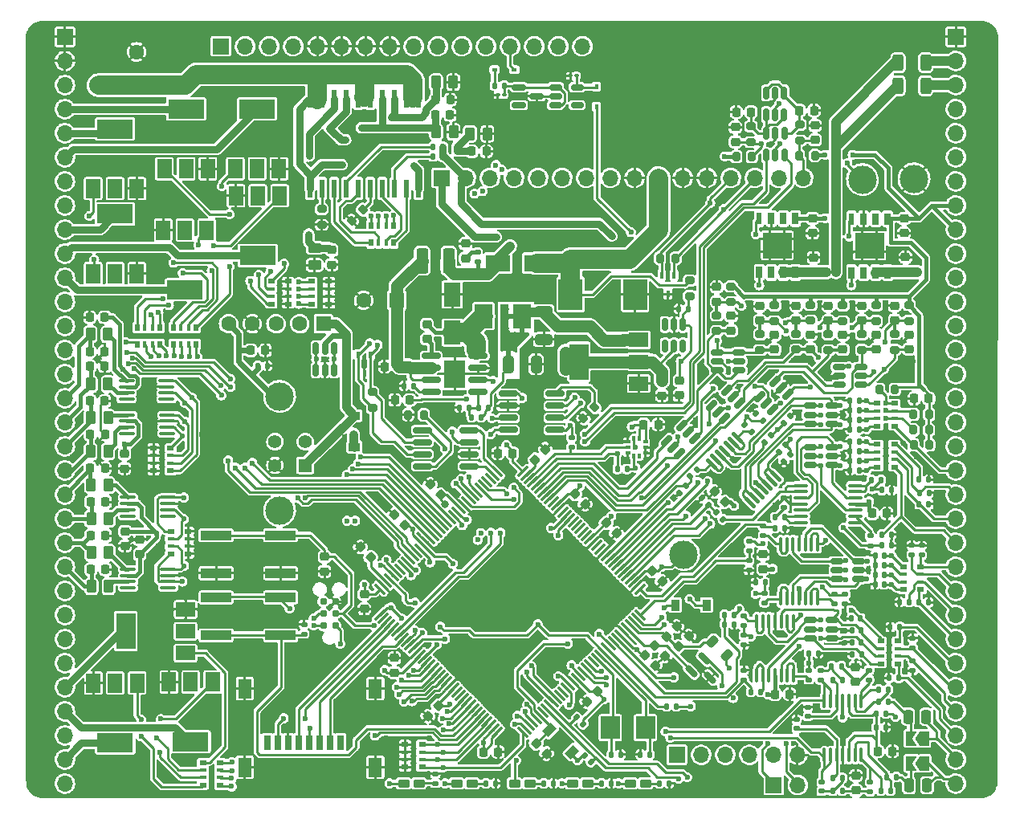
<source format=gbr>
%TF.GenerationSoftware,KiCad,Pcbnew,(6.0.1)*%
%TF.CreationDate,2023-04-04T00:04:59+01:00*%
%TF.ProjectId,polygonus-Shortage-Version,706f6c79-676f-46e7-9573-2d53686f7274,rev?*%
%TF.SameCoordinates,Original*%
%TF.FileFunction,Copper,L1,Top*%
%TF.FilePolarity,Positive*%
%FSLAX46Y46*%
G04 Gerber Fmt 4.6, Leading zero omitted, Abs format (unit mm)*
G04 Created by KiCad (PCBNEW (6.0.1)) date 2023-04-04 00:04:59*
%MOMM*%
%LPD*%
G01*
G04 APERTURE LIST*
G04 Aperture macros list*
%AMRoundRect*
0 Rectangle with rounded corners*
0 $1 Rounding radius*
0 $2 $3 $4 $5 $6 $7 $8 $9 X,Y pos of 4 corners*
0 Add a 4 corners polygon primitive as box body*
4,1,4,$2,$3,$4,$5,$6,$7,$8,$9,$2,$3,0*
0 Add four circle primitives for the rounded corners*
1,1,$1+$1,$2,$3*
1,1,$1+$1,$4,$5*
1,1,$1+$1,$6,$7*
1,1,$1+$1,$8,$9*
0 Add four rect primitives between the rounded corners*
20,1,$1+$1,$2,$3,$4,$5,0*
20,1,$1+$1,$4,$5,$6,$7,0*
20,1,$1+$1,$6,$7,$8,$9,0*
20,1,$1+$1,$8,$9,$2,$3,0*%
%AMRotRect*
0 Rectangle, with rotation*
0 The origin of the aperture is its center*
0 $1 length*
0 $2 width*
0 $3 Rotation angle, in degrees counterclockwise*
0 Add horizontal line*
21,1,$1,$2,0,0,$3*%
%AMFreePoly0*
4,1,6,1.000000,0.000000,0.500000,-0.750000,-0.500000,-0.750000,-0.500000,0.750000,0.500000,0.750000,1.000000,0.000000,1.000000,0.000000,$1*%
%AMFreePoly1*
4,1,6,0.500000,-0.750000,-0.650000,-0.750000,-0.150000,0.000000,-0.650000,0.750000,0.500000,0.750000,0.500000,-0.750000,0.500000,-0.750000,$1*%
G04 Aperture macros list end*
%TA.AperFunction,SMDPad,CuDef*%
%ADD10RoundRect,0.225000X0.250000X-0.225000X0.250000X0.225000X-0.250000X0.225000X-0.250000X-0.225000X0*%
%TD*%
%TA.AperFunction,SMDPad,CuDef*%
%ADD11RoundRect,0.135000X-0.135000X-0.185000X0.135000X-0.185000X0.135000X0.185000X-0.135000X0.185000X0*%
%TD*%
%TA.AperFunction,SMDPad,CuDef*%
%ADD12RoundRect,0.135000X0.226274X0.035355X0.035355X0.226274X-0.226274X-0.035355X-0.035355X-0.226274X0*%
%TD*%
%TA.AperFunction,SMDPad,CuDef*%
%ADD13RoundRect,0.100000X0.100000X-0.637500X0.100000X0.637500X-0.100000X0.637500X-0.100000X-0.637500X0*%
%TD*%
%TA.AperFunction,SMDPad,CuDef*%
%ADD14RoundRect,0.100000X0.637500X0.100000X-0.637500X0.100000X-0.637500X-0.100000X0.637500X-0.100000X0*%
%TD*%
%TA.AperFunction,SMDPad,CuDef*%
%ADD15R,0.650000X1.310000*%
%TD*%
%TA.AperFunction,SMDPad,CuDef*%
%ADD16R,0.600000X1.310000*%
%TD*%
%TA.AperFunction,SMDPad,CuDef*%
%ADD17R,1.500000X1.325000*%
%TD*%
%TA.AperFunction,SMDPad,CuDef*%
%ADD18RoundRect,0.225000X-0.250000X0.225000X-0.250000X-0.225000X0.250000X-0.225000X0.250000X0.225000X0*%
%TD*%
%TA.AperFunction,SMDPad,CuDef*%
%ADD19RoundRect,0.135000X-0.226274X-0.035355X-0.035355X-0.226274X0.226274X0.035355X0.035355X0.226274X0*%
%TD*%
%TA.AperFunction,SMDPad,CuDef*%
%ADD20RoundRect,0.225000X-0.225000X-0.250000X0.225000X-0.250000X0.225000X0.250000X-0.225000X0.250000X0*%
%TD*%
%TA.AperFunction,SMDPad,CuDef*%
%ADD21RoundRect,0.225000X0.017678X-0.335876X0.335876X-0.017678X-0.017678X0.335876X-0.335876X0.017678X0*%
%TD*%
%TA.AperFunction,SMDPad,CuDef*%
%ADD22RoundRect,0.140000X-0.140000X-0.170000X0.140000X-0.170000X0.140000X0.170000X-0.140000X0.170000X0*%
%TD*%
%TA.AperFunction,SMDPad,CuDef*%
%ADD23RoundRect,0.225000X0.335876X0.017678X0.017678X0.335876X-0.335876X-0.017678X-0.017678X-0.335876X0*%
%TD*%
%TA.AperFunction,SMDPad,CuDef*%
%ADD24RoundRect,0.225000X-0.335876X-0.017678X-0.017678X-0.335876X0.335876X0.017678X0.017678X0.335876X0*%
%TD*%
%TA.AperFunction,SMDPad,CuDef*%
%ADD25RoundRect,0.218750X0.424264X0.114905X0.114905X0.424264X-0.424264X-0.114905X-0.114905X-0.424264X0*%
%TD*%
%TA.AperFunction,SMDPad,CuDef*%
%ADD26RoundRect,0.200000X0.200000X0.275000X-0.200000X0.275000X-0.200000X-0.275000X0.200000X-0.275000X0*%
%TD*%
%TA.AperFunction,SMDPad,CuDef*%
%ADD27R,0.800000X0.500000*%
%TD*%
%TA.AperFunction,SMDPad,CuDef*%
%ADD28R,0.800000X0.400000*%
%TD*%
%TA.AperFunction,SMDPad,CuDef*%
%ADD29RoundRect,0.100000X0.521491X-0.380070X-0.380070X0.521491X-0.521491X0.380070X0.380070X-0.521491X0*%
%TD*%
%TA.AperFunction,SMDPad,CuDef*%
%ADD30R,0.500000X0.800000*%
%TD*%
%TA.AperFunction,SMDPad,CuDef*%
%ADD31R,0.400000X0.800000*%
%TD*%
%TA.AperFunction,SMDPad,CuDef*%
%ADD32RoundRect,0.135000X0.135000X0.185000X-0.135000X0.185000X-0.135000X-0.185000X0.135000X-0.185000X0*%
%TD*%
%TA.AperFunction,SMDPad,CuDef*%
%ADD33RoundRect,0.225000X0.225000X0.250000X-0.225000X0.250000X-0.225000X-0.250000X0.225000X-0.250000X0*%
%TD*%
%TA.AperFunction,SMDPad,CuDef*%
%ADD34RoundRect,0.075000X0.521491X-0.415425X-0.415425X0.521491X-0.521491X0.415425X0.415425X-0.521491X0*%
%TD*%
%TA.AperFunction,SMDPad,CuDef*%
%ADD35RoundRect,0.075000X0.521491X0.415425X0.415425X0.521491X-0.521491X-0.415425X-0.415425X-0.521491X0*%
%TD*%
%TA.AperFunction,SMDPad,CuDef*%
%ADD36RoundRect,0.250000X-0.325000X-0.650000X0.325000X-0.650000X0.325000X0.650000X-0.325000X0.650000X0*%
%TD*%
%TA.AperFunction,SMDPad,CuDef*%
%ADD37RoundRect,0.200000X-0.200000X-0.275000X0.200000X-0.275000X0.200000X0.275000X-0.200000X0.275000X0*%
%TD*%
%TA.AperFunction,SMDPad,CuDef*%
%ADD38RoundRect,0.140000X0.140000X0.170000X-0.140000X0.170000X-0.140000X-0.170000X0.140000X-0.170000X0*%
%TD*%
%TA.AperFunction,ComponentPad*%
%ADD39R,1.600000X1.600000*%
%TD*%
%TA.AperFunction,ComponentPad*%
%ADD40C,1.600000*%
%TD*%
%TA.AperFunction,SMDPad,CuDef*%
%ADD41R,2.500000X1.800000*%
%TD*%
%TA.AperFunction,SMDPad,CuDef*%
%ADD42RoundRect,0.250000X-0.262500X-0.450000X0.262500X-0.450000X0.262500X0.450000X-0.262500X0.450000X0*%
%TD*%
%TA.AperFunction,SMDPad,CuDef*%
%ADD43RoundRect,0.100000X0.712500X0.100000X-0.712500X0.100000X-0.712500X-0.100000X0.712500X-0.100000X0*%
%TD*%
%TA.AperFunction,SMDPad,CuDef*%
%ADD44RoundRect,0.212500X0.400000X0.212500X-0.400000X0.212500X-0.400000X-0.212500X0.400000X-0.212500X0*%
%TD*%
%TA.AperFunction,SMDPad,CuDef*%
%ADD45RoundRect,0.135000X-0.185000X0.135000X-0.185000X-0.135000X0.185000X-0.135000X0.185000X0.135000X0*%
%TD*%
%TA.AperFunction,SMDPad,CuDef*%
%ADD46RoundRect,0.200000X-0.275000X0.200000X-0.275000X-0.200000X0.275000X-0.200000X0.275000X0.200000X0*%
%TD*%
%TA.AperFunction,SMDPad,CuDef*%
%ADD47RoundRect,0.200000X0.275000X-0.200000X0.275000X0.200000X-0.275000X0.200000X-0.275000X-0.200000X0*%
%TD*%
%TA.AperFunction,SMDPad,CuDef*%
%ADD48R,1.200000X0.900000*%
%TD*%
%TA.AperFunction,SMDPad,CuDef*%
%ADD49RoundRect,0.250000X0.312500X0.625000X-0.312500X0.625000X-0.312500X-0.625000X0.312500X-0.625000X0*%
%TD*%
%TA.AperFunction,SMDPad,CuDef*%
%ADD50RoundRect,0.250000X-0.312500X-0.625000X0.312500X-0.625000X0.312500X0.625000X-0.312500X0.625000X0*%
%TD*%
%TA.AperFunction,SMDPad,CuDef*%
%ADD51C,3.000000*%
%TD*%
%TA.AperFunction,SMDPad,CuDef*%
%ADD52RoundRect,0.150000X0.150000X-0.512500X0.150000X0.512500X-0.150000X0.512500X-0.150000X-0.512500X0*%
%TD*%
%TA.AperFunction,SMDPad,CuDef*%
%ADD53R,0.450000X0.700000*%
%TD*%
%TA.AperFunction,SMDPad,CuDef*%
%ADD54RoundRect,0.135000X0.185000X-0.135000X0.185000X0.135000X-0.185000X0.135000X-0.185000X-0.135000X0*%
%TD*%
%TA.AperFunction,SMDPad,CuDef*%
%ADD55R,2.500000X3.300000*%
%TD*%
%TA.AperFunction,SMDPad,CuDef*%
%ADD56RoundRect,0.135000X-0.035355X0.226274X-0.226274X0.035355X0.035355X-0.226274X0.226274X-0.035355X0*%
%TD*%
%TA.AperFunction,SMDPad,CuDef*%
%ADD57RoundRect,0.135000X0.035355X-0.226274X0.226274X-0.035355X-0.035355X0.226274X-0.226274X0.035355X0*%
%TD*%
%TA.AperFunction,SMDPad,CuDef*%
%ADD58RoundRect,0.150000X0.512500X0.150000X-0.512500X0.150000X-0.512500X-0.150000X0.512500X-0.150000X0*%
%TD*%
%TA.AperFunction,SMDPad,CuDef*%
%ADD59RoundRect,0.140000X-0.170000X0.140000X-0.170000X-0.140000X0.170000X-0.140000X0.170000X0.140000X0*%
%TD*%
%TA.AperFunction,SMDPad,CuDef*%
%ADD60RoundRect,0.140000X0.170000X-0.140000X0.170000X0.140000X-0.170000X0.140000X-0.170000X-0.140000X0*%
%TD*%
%TA.AperFunction,SMDPad,CuDef*%
%ADD61RoundRect,0.100000X-0.100000X0.637500X-0.100000X-0.637500X0.100000X-0.637500X0.100000X0.637500X0*%
%TD*%
%TA.AperFunction,SMDPad,CuDef*%
%ADD62R,2.000000X1.500000*%
%TD*%
%TA.AperFunction,SMDPad,CuDef*%
%ADD63R,2.000000X3.800000*%
%TD*%
%TA.AperFunction,SMDPad,CuDef*%
%ADD64R,2.000000X2.400000*%
%TD*%
%TA.AperFunction,SMDPad,CuDef*%
%ADD65RoundRect,0.150000X-0.825000X-0.150000X0.825000X-0.150000X0.825000X0.150000X-0.825000X0.150000X0*%
%TD*%
%TA.AperFunction,SMDPad,CuDef*%
%ADD66R,2.290000X3.000000*%
%TD*%
%TA.AperFunction,SMDPad,CuDef*%
%ADD67R,1.800000X2.500000*%
%TD*%
%TA.AperFunction,SMDPad,CuDef*%
%ADD68RoundRect,0.150000X-0.150000X0.512500X-0.150000X-0.512500X0.150000X-0.512500X0.150000X0.512500X0*%
%TD*%
%TA.AperFunction,SMDPad,CuDef*%
%ADD69RoundRect,0.250000X0.375000X1.075000X-0.375000X1.075000X-0.375000X-1.075000X0.375000X-1.075000X0*%
%TD*%
%TA.AperFunction,SMDPad,CuDef*%
%ADD70RoundRect,0.200000X-0.053033X0.335876X-0.335876X0.053033X0.053033X-0.335876X0.335876X-0.053033X0*%
%TD*%
%TA.AperFunction,SMDPad,CuDef*%
%ADD71R,1.900000X2.500000*%
%TD*%
%TA.AperFunction,SMDPad,CuDef*%
%ADD72RoundRect,0.250000X-0.650000X0.325000X-0.650000X-0.325000X0.650000X-0.325000X0.650000X0.325000X0*%
%TD*%
%TA.AperFunction,SMDPad,CuDef*%
%ADD73RoundRect,0.250000X-0.250000X-0.475000X0.250000X-0.475000X0.250000X0.475000X-0.250000X0.475000X0*%
%TD*%
%TA.AperFunction,ComponentPad*%
%ADD74R,1.700000X1.700000*%
%TD*%
%TA.AperFunction,ComponentPad*%
%ADD75O,1.700000X1.700000*%
%TD*%
%TA.AperFunction,SMDPad,CuDef*%
%ADD76FreePoly0,180.000000*%
%TD*%
%TA.AperFunction,SMDPad,CuDef*%
%ADD77FreePoly1,180.000000*%
%TD*%
%TA.AperFunction,SMDPad,CuDef*%
%ADD78R,0.800000X1.500000*%
%TD*%
%TA.AperFunction,SMDPad,CuDef*%
%ADD79R,1.450000X2.000000*%
%TD*%
%TA.AperFunction,ComponentPad*%
%ADD80R,1.400000X1.400000*%
%TD*%
%TA.AperFunction,ComponentPad*%
%ADD81C,1.400000*%
%TD*%
%TA.AperFunction,ComponentPad*%
%ADD82C,3.000000*%
%TD*%
%TA.AperFunction,SMDPad,CuDef*%
%ADD83RoundRect,0.250000X-0.450000X0.262500X-0.450000X-0.262500X0.450000X-0.262500X0.450000X0.262500X0*%
%TD*%
%TA.AperFunction,SMDPad,CuDef*%
%ADD84RoundRect,0.150000X-0.521491X0.309359X0.309359X-0.521491X0.521491X-0.309359X-0.309359X0.521491X0*%
%TD*%
%TA.AperFunction,SMDPad,CuDef*%
%ADD85RoundRect,0.100000X-0.100000X0.175000X-0.100000X-0.175000X0.100000X-0.175000X0.100000X0.175000X0*%
%TD*%
%TA.AperFunction,SMDPad,CuDef*%
%ADD86RoundRect,0.100000X-0.175000X0.100000X-0.175000X-0.100000X0.175000X-0.100000X0.175000X0.100000X0*%
%TD*%
%TA.AperFunction,SMDPad,CuDef*%
%ADD87R,3.200000X1.000000*%
%TD*%
%TA.AperFunction,ConnectorPad*%
%ADD88C,0.787400*%
%TD*%
%TA.AperFunction,SMDPad,CuDef*%
%ADD89R,0.900000X1.200000*%
%TD*%
%TA.AperFunction,SMDPad,CuDef*%
%ADD90RotRect,0.900000X1.200000X315.000000*%
%TD*%
%TA.AperFunction,SMDPad,CuDef*%
%ADD91R,0.450000X0.600000*%
%TD*%
%TA.AperFunction,SMDPad,CuDef*%
%ADD92RoundRect,0.150000X-0.512500X-0.150000X0.512500X-0.150000X0.512500X0.150000X-0.512500X0.150000X0*%
%TD*%
%TA.AperFunction,SMDPad,CuDef*%
%ADD93R,1.500000X2.000000*%
%TD*%
%TA.AperFunction,SMDPad,CuDef*%
%ADD94R,3.800000X2.000000*%
%TD*%
%TA.AperFunction,SMDPad,CuDef*%
%ADD95RoundRect,0.150000X0.256326X0.468458X-0.468458X-0.256326X-0.256326X-0.468458X0.468458X0.256326X0*%
%TD*%
%TA.AperFunction,SMDPad,CuDef*%
%ADD96R,0.550000X1.950000*%
%TD*%
%TA.AperFunction,SMDPad,CuDef*%
%ADD97RoundRect,0.200000X0.053033X-0.335876X0.335876X-0.053033X-0.053033X0.335876X-0.335876X0.053033X0*%
%TD*%
%TA.AperFunction,SMDPad,CuDef*%
%ADD98RoundRect,0.100000X-0.130000X-0.100000X0.130000X-0.100000X0.130000X0.100000X-0.130000X0.100000X0*%
%TD*%
%TA.AperFunction,SMDPad,CuDef*%
%ADD99RoundRect,0.150000X-0.587500X-0.150000X0.587500X-0.150000X0.587500X0.150000X-0.587500X0.150000X0*%
%TD*%
%TA.AperFunction,SMDPad,CuDef*%
%ADD100R,0.600000X0.450000*%
%TD*%
%TA.AperFunction,SMDPad,CuDef*%
%ADD101RoundRect,0.150000X0.825000X0.150000X-0.825000X0.150000X-0.825000X-0.150000X0.825000X-0.150000X0*%
%TD*%
%TA.AperFunction,SMDPad,CuDef*%
%ADD102RoundRect,0.100000X0.130000X0.100000X-0.130000X0.100000X-0.130000X-0.100000X0.130000X-0.100000X0*%
%TD*%
%TA.AperFunction,ViaPad*%
%ADD103C,0.599440*%
%TD*%
%TA.AperFunction,ViaPad*%
%ADD104C,0.800000*%
%TD*%
%TA.AperFunction,ViaPad*%
%ADD105C,0.600000*%
%TD*%
%TA.AperFunction,ViaPad*%
%ADD106C,2.000000*%
%TD*%
%TA.AperFunction,Conductor*%
%ADD107C,0.254000*%
%TD*%
%TA.AperFunction,Conductor*%
%ADD108C,0.404600*%
%TD*%
%TA.AperFunction,Conductor*%
%ADD109C,0.914400*%
%TD*%
%TA.AperFunction,Conductor*%
%ADD110C,0.406400*%
%TD*%
%TA.AperFunction,Conductor*%
%ADD111C,0.762000*%
%TD*%
%TA.AperFunction,Conductor*%
%ADD112C,1.016000*%
%TD*%
%TA.AperFunction,Conductor*%
%ADD113C,1.270000*%
%TD*%
%TA.AperFunction,Conductor*%
%ADD114C,0.304800*%
%TD*%
%TA.AperFunction,Conductor*%
%ADD115C,2.032000*%
%TD*%
%TA.AperFunction,Conductor*%
%ADD116C,0.765000*%
%TD*%
%TA.AperFunction,Conductor*%
%ADD117C,0.609600*%
%TD*%
G04 APERTURE END LIST*
D10*
%TO.P,C2,1*%
%TO.N,/12V_PROT*%
X140279326Y-82139052D03*
%TO.P,C2,2*%
%TO.N,GND*%
X140279326Y-80589052D03*
%TD*%
D11*
%TO.P,R76,1*%
%TO.N,/AV10*%
X151406975Y-106610683D03*
%TO.P,R76,2*%
%TO.N,GND*%
X152426975Y-106610683D03*
%TD*%
%TO.P,R77,1*%
%TO.N,/AV11*%
X151418194Y-105421414D03*
%TO.P,R77,2*%
%TO.N,GND*%
X152438194Y-105421414D03*
%TD*%
%TO.P,R78,1*%
%TO.N,/quad_analog3/IN4*%
X151395755Y-104030194D03*
%TO.P,R78,2*%
%TO.N,GND*%
X152415755Y-104030194D03*
%TD*%
D12*
%TO.P,R4,1*%
%TO.N,/mcu/5V_SENSOR_2_PG*%
X116838124Y-133803124D03*
%TO.P,R4,2*%
%TO.N,+3V3*%
X116116876Y-133081876D03*
%TD*%
D13*
%TO.P,U19,1*%
%TO.N,Net-(R67-Pad2)*%
X136816000Y-116556500D03*
%TO.P,U19,2,-*%
X137466000Y-116556500D03*
%TO.P,U19,3,+*%
%TO.N,Net-(C52-Pad1)*%
X138116000Y-116556500D03*
%TO.P,U19,4,V+*%
%TO.N,+5V*%
X138766000Y-116556500D03*
%TO.P,U19,5,+*%
%TO.N,Net-(C53-Pad1)*%
X139416000Y-116556500D03*
%TO.P,U19,6,-*%
%TO.N,Net-(R68-Pad2)*%
X140066000Y-116556500D03*
%TO.P,U19,7*%
X140716000Y-116556500D03*
%TO.P,U19,8*%
%TO.N,Net-(R69-Pad2)*%
X140716000Y-110831500D03*
%TO.P,U19,9,-*%
X140066000Y-110831500D03*
%TO.P,U19,10,+*%
%TO.N,Net-(C54-Pad1)*%
X139416000Y-110831500D03*
%TO.P,U19,11,V-*%
%TO.N,GND*%
X138766000Y-110831500D03*
%TO.P,U19,12,+*%
%TO.N,Net-(C55-Pad1)*%
X138116000Y-110831500D03*
%TO.P,U19,13,-*%
%TO.N,Net-(R70-Pad2)*%
X137466000Y-110831500D03*
%TO.P,U19,14*%
X136816000Y-110831500D03*
%TD*%
D14*
%TO.P,U21,1*%
%TO.N,Net-(R79-Pad2)*%
X144676500Y-108532000D03*
%TO.P,U21,2,-*%
X144676500Y-107882000D03*
%TO.P,U21,3,+*%
%TO.N,Net-(C57-Pad1)*%
X144676500Y-107232000D03*
%TO.P,U21,4,V+*%
%TO.N,+5V*%
X144676500Y-106582000D03*
%TO.P,U21,5,+*%
%TO.N,Net-(C58-Pad1)*%
X144676500Y-105932000D03*
%TO.P,U21,6,-*%
%TO.N,Net-(R80-Pad2)*%
X144676500Y-105282000D03*
%TO.P,U21,7*%
X144676500Y-104632000D03*
%TO.P,U21,8*%
%TO.N,Net-(R81-Pad2)*%
X138951500Y-104632000D03*
%TO.P,U21,9,-*%
X138951500Y-105282000D03*
%TO.P,U21,10,+*%
%TO.N,Net-(C59-Pad1)*%
X138951500Y-105932000D03*
%TO.P,U21,11,V-*%
%TO.N,GND*%
X138951500Y-106582000D03*
%TO.P,U21,12,+*%
%TO.N,Net-(C60-Pad1)*%
X138951500Y-107232000D03*
%TO.P,U21,13,-*%
%TO.N,Net-(R82-Pad2)*%
X138951500Y-107882000D03*
%TO.P,U21,14*%
X138951500Y-108532000D03*
%TD*%
D15*
%TO.P,U1,1,OUT*%
%TO.N,/5V_SENSOR_1*%
X148090671Y-76525877D03*
%TO.P,U1,2*%
%TO.N,unconnected-(U1-Pad2)*%
X146820671Y-76525877D03*
%TO.P,U1,3,GND*%
%TO.N,GND*%
X145550671Y-76525877D03*
D16*
%TO.P,U1,4,PG*%
%TO.N,/mcu/5V_SENSOR_1_PG*%
X144280671Y-76525877D03*
D15*
%TO.P,U1,5,ADJ*%
%TO.N,+5V*%
X144280671Y-82215877D03*
%TO.P,U1,6*%
%TO.N,unconnected-(U1-Pad6)*%
X145550671Y-82215877D03*
%TO.P,U1,7,EN*%
%TO.N,/12V_PROT*%
X146820671Y-82215877D03*
%TO.P,U1,8,IN*%
X148090671Y-82215877D03*
D17*
%TO.P,U1,9,GND*%
%TO.N,GND*%
X146935671Y-78708377D03*
X145435671Y-80033377D03*
X146935671Y-80033377D03*
X145435671Y-78708377D03*
%TD*%
D15*
%TO.P,U2,1,OUT*%
%TO.N,/5V_SENSOR_2*%
X138359142Y-76488011D03*
%TO.P,U2,2*%
%TO.N,unconnected-(U2-Pad2)*%
X137089142Y-76488011D03*
%TO.P,U2,3,GND*%
%TO.N,GND*%
X135819142Y-76488011D03*
D16*
%TO.P,U2,4,PG*%
%TO.N,/mcu/5V_SENSOR_2_PG*%
X134549142Y-76488011D03*
D15*
%TO.P,U2,5,ADJ*%
%TO.N,+5V*%
X134549142Y-82178011D03*
%TO.P,U2,6*%
%TO.N,unconnected-(U2-Pad6)*%
X135819142Y-82178011D03*
%TO.P,U2,7,EN*%
%TO.N,/12V_PROT*%
X137089142Y-82178011D03*
%TO.P,U2,8,IN*%
X138359142Y-82178011D03*
D17*
%TO.P,U2,9,GND*%
%TO.N,GND*%
X137204142Y-79995511D03*
X135704142Y-78670511D03*
X135704142Y-79995511D03*
X137204142Y-78670511D03*
%TD*%
D18*
%TO.P,C3,1*%
%TO.N,/5V_SENSOR_1*%
X149815912Y-76489231D03*
%TO.P,C3,2*%
%TO.N,GND*%
X149815912Y-78039231D03*
%TD*%
D10*
%TO.P,C5,1*%
%TO.N,/12V_PROT*%
X149970368Y-82112502D03*
%TO.P,C5,2*%
%TO.N,GND*%
X149970368Y-80562502D03*
%TD*%
D18*
%TO.P,C9,1*%
%TO.N,/5V_SENSOR_2*%
X140172736Y-76472402D03*
%TO.P,C9,2*%
%TO.N,GND*%
X140172736Y-78022402D03*
%TD*%
D19*
%TO.P,R1,1*%
%TO.N,/mcu/5V_SENSOR_1_PG*%
X115291376Y-129081376D03*
%TO.P,R1,2*%
%TO.N,+3V3*%
X116012624Y-129802624D03*
%TD*%
D20*
%TO.P,C46,1*%
%TO.N,+5V*%
X136213000Y-126648000D03*
%TO.P,C46,2*%
%TO.N,GND*%
X137763000Y-126648000D03*
%TD*%
D10*
%TO.P,C51,1*%
%TO.N,+5V*%
X134956000Y-113453000D03*
%TO.P,C51,2*%
%TO.N,GND*%
X134956000Y-111903000D03*
%TD*%
D20*
%TO.P,C56,1*%
%TO.N,+5V*%
X146470266Y-107582392D03*
%TO.P,C56,2*%
%TO.N,GND*%
X148020266Y-107582392D03*
%TD*%
D21*
%TO.P,C77,1*%
%TO.N,Net-(C77-Pad1)*%
X110912992Y-101923008D03*
%TO.P,C77,2*%
%TO.N,GND*%
X112009008Y-100826992D03*
%TD*%
D22*
%TO.P,C74,1*%
%TO.N,Net-(C74-Pad1)*%
X118982000Y-132998000D03*
%TO.P,C74,2*%
%TO.N,GND*%
X119942000Y-132998000D03*
%TD*%
D20*
%TO.P,C61,1*%
%TO.N,GND*%
X107003000Y-101248000D03*
%TO.P,C61,2*%
%TO.N,+3V3*%
X108553000Y-101248000D03*
%TD*%
D23*
%TO.P,C64,1*%
%TO.N,GND*%
X123566008Y-123640008D03*
%TO.P,C64,2*%
%TO.N,+3V3*%
X122469992Y-122543992D03*
%TD*%
%TO.P,C65,1*%
%TO.N,GND*%
X124328008Y-114750008D03*
%TO.P,C65,2*%
%TO.N,+3V3*%
X123231992Y-113653992D03*
%TD*%
D24*
%TO.P,C66,1*%
%TO.N,GND*%
X99863992Y-104509992D03*
%TO.P,C66,2*%
%TO.N,+3V3*%
X100960008Y-105606008D03*
%TD*%
D21*
%TO.P,C81,1*%
%TO.N,/mcu/VDDA*%
X124755992Y-120592008D03*
%TO.P,C81,2*%
%TO.N,GND*%
X125852008Y-119495992D03*
%TD*%
%TO.P,C82,1*%
%TO.N,/mcu/VDDA*%
X126025992Y-121608008D03*
%TO.P,C82,2*%
%TO.N,GND*%
X127122008Y-120511992D03*
%TD*%
D23*
%TO.P,C40,1*%
%TO.N,+5V*%
X130932008Y-106368008D03*
%TO.P,C40,2*%
%TO.N,GND*%
X129835992Y-105271992D03*
%TD*%
D25*
%TO.P,FB1,1*%
%TO.N,+3V3*%
X131135301Y-122573301D03*
%TO.P,FB1,2*%
%TO.N,/mcu/VDDA*%
X129632699Y-121070699D03*
%TD*%
D11*
%TO.P,R75,1*%
%TO.N,/AV9*%
X147478315Y-109819465D03*
%TO.P,R75,2*%
%TO.N,GND*%
X148498315Y-109819465D03*
%TD*%
%TO.P,R89,1*%
%TO.N,/mcu/nRESET*%
X124794000Y-127918000D03*
%TO.P,R89,2*%
%TO.N,+3V3*%
X125814000Y-127918000D03*
%TD*%
D26*
%TO.P,R39,1*%
%TO.N,/5V_SENSOR_1*%
X152479537Y-100370684D03*
%TO.P,R39,2*%
%TO.N,/AT1*%
X150829537Y-100370684D03*
%TD*%
%TO.P,R40,1*%
%TO.N,/5V_SENSOR_1*%
X152445878Y-98788732D03*
%TO.P,R40,2*%
%TO.N,/AT2*%
X150795878Y-98788732D03*
%TD*%
%TO.P,R41,1*%
%TO.N,/5V_SENSOR_1*%
X152457098Y-97128243D03*
%TO.P,R41,2*%
%TO.N,/AT3*%
X150807098Y-97128243D03*
%TD*%
%TO.P,R42,1*%
%TO.N,/5V_SENSOR_1*%
X148862000Y-94517000D03*
%TO.P,R42,2*%
%TO.N,/AT4*%
X147212000Y-94517000D03*
%TD*%
D27*
%TO.P,RN2,1,R1.1*%
%TO.N,/AV1*%
X149163074Y-123430926D03*
D28*
%TO.P,RN2,2,R2.1*%
%TO.N,/AV2*%
X149163074Y-122630926D03*
%TO.P,RN2,3,R3.1*%
%TO.N,/AV3*%
X149163074Y-121830926D03*
D27*
%TO.P,RN2,4,R4.1*%
%TO.N,/AV4*%
X149163074Y-121030926D03*
%TO.P,RN2,5,R4.2*%
%TO.N,Net-(C50-Pad1)*%
X147363074Y-121030926D03*
D28*
%TO.P,RN2,6,R3.2*%
%TO.N,Net-(C49-Pad1)*%
X147363074Y-121830926D03*
%TO.P,RN2,7,R2.2*%
%TO.N,Net-(C48-Pad1)*%
X147363074Y-122630926D03*
D27*
%TO.P,RN2,8,R1.2*%
%TO.N,Net-(C47-Pad1)*%
X147363074Y-123430926D03*
%TD*%
%TO.P,RN3,1,R1.1*%
%TO.N,/AV5*%
X151577709Y-115605074D03*
D28*
%TO.P,RN3,2,R2.1*%
%TO.N,/AV6*%
X151577709Y-114805074D03*
%TO.P,RN3,3,R3.1*%
%TO.N,/AV7*%
X151577709Y-114005074D03*
D27*
%TO.P,RN3,4,R4.1*%
%TO.N,/AV8*%
X151577709Y-113205074D03*
%TO.P,RN3,5,R4.2*%
%TO.N,Net-(C55-Pad1)*%
X149777709Y-113205074D03*
D28*
%TO.P,RN3,6,R3.2*%
%TO.N,Net-(C54-Pad1)*%
X149777709Y-114005074D03*
%TO.P,RN3,7,R2.2*%
%TO.N,Net-(C53-Pad1)*%
X149777709Y-114805074D03*
D27*
%TO.P,RN3,8,R1.2*%
%TO.N,Net-(C52-Pad1)*%
X149777709Y-115605074D03*
%TD*%
%TO.P,RN4,1,R1.1*%
%TO.N,/AV9*%
X148810000Y-102702000D03*
D28*
%TO.P,RN4,2,R2.1*%
%TO.N,/AV10*%
X148810000Y-101902000D03*
%TO.P,RN4,3,R3.1*%
%TO.N,/AV11*%
X148810000Y-101102000D03*
D27*
%TO.P,RN4,4,R4.1*%
%TO.N,/quad_analog3/IN4*%
X148810000Y-100302000D03*
%TO.P,RN4,5,R4.2*%
%TO.N,Net-(C60-Pad1)*%
X147010000Y-100302000D03*
D28*
%TO.P,RN4,6,R3.2*%
%TO.N,Net-(C59-Pad1)*%
X147010000Y-101102000D03*
%TO.P,RN4,7,R2.2*%
%TO.N,Net-(C58-Pad1)*%
X147010000Y-101902000D03*
D27*
%TO.P,RN4,8,R1.2*%
%TO.N,Net-(C57-Pad1)*%
X147010000Y-102702000D03*
%TD*%
%TO.P,RN1,1,R1.1*%
%TO.N,/AT1*%
X148810000Y-98384000D03*
D28*
%TO.P,RN1,2,R2.1*%
%TO.N,/AT2*%
X148810000Y-97584000D03*
%TO.P,RN1,3,R3.1*%
%TO.N,/AT3*%
X148810000Y-96784000D03*
D27*
%TO.P,RN1,4,R4.1*%
%TO.N,/AT4*%
X148810000Y-95984000D03*
%TO.P,RN1,5,R4.2*%
%TO.N,Net-(C45-Pad1)*%
X147010000Y-95984000D03*
D28*
%TO.P,RN1,6,R3.2*%
%TO.N,Net-(C44-Pad1)*%
X147010000Y-96784000D03*
%TO.P,RN1,7,R2.2*%
%TO.N,Net-(C43-Pad1)*%
X147010000Y-97584000D03*
D27*
%TO.P,RN1,8,R1.2*%
%TO.N,Net-(C42-Pad1)*%
X147010000Y-98384000D03*
%TD*%
D29*
%TO.P,U15,1*%
%TO.N,Net-(R43-Pad2)*%
X133569235Y-106428951D03*
%TO.P,U15,2,-*%
X134028854Y-105969332D03*
%TO.P,U15,3,+*%
%TO.N,Net-(C42-Pad1)*%
X134488474Y-105509713D03*
%TO.P,U15,4,V+*%
%TO.N,+5V*%
X134948093Y-105050093D03*
%TO.P,U15,5,+*%
%TO.N,Net-(C43-Pad1)*%
X135407713Y-104590474D03*
%TO.P,U15,6,-*%
%TO.N,Net-(R44-Pad2)*%
X135867332Y-104130854D03*
%TO.P,U15,7*%
X136326951Y-103671235D03*
%TO.P,U15,8*%
%TO.N,Net-(R45-Pad2)*%
X132278765Y-99623049D03*
%TO.P,U15,9,-*%
X131819146Y-100082668D03*
%TO.P,U15,10,+*%
%TO.N,Net-(C44-Pad1)*%
X131359526Y-100542287D03*
%TO.P,U15,11,V-*%
%TO.N,GND*%
X130899907Y-101001907D03*
%TO.P,U15,12,+*%
%TO.N,Net-(C45-Pad1)*%
X130440287Y-101461526D03*
%TO.P,U15,13,-*%
%TO.N,Net-(R46-Pad2)*%
X129980668Y-101921146D03*
%TO.P,U15,14*%
X129521049Y-102380765D03*
%TD*%
D20*
%TO.P,C83,1*%
%TO.N,/USB_SHIELD*%
X80938462Y-90384858D03*
%TO.P,C83,2*%
%TO.N,GND*%
X82488462Y-90384858D03*
%TD*%
D11*
%TO.P,R98,1*%
%TO.N,/USB_SHIELD*%
X81676730Y-92033125D03*
%TO.P,R98,2*%
%TO.N,GND*%
X82696730Y-92033125D03*
%TD*%
D18*
%TO.P,C85,1*%
%TO.N,/HS1*%
X89494413Y-79815297D03*
%TO.P,C85,2*%
%TO.N,GND*%
X89494413Y-81365297D03*
%TD*%
D20*
%TO.P,C86,1*%
%TO.N,/HS2*%
X104247164Y-69398713D03*
%TO.P,C86,2*%
%TO.N,GND*%
X105797164Y-69398713D03*
%TD*%
D30*
%TO.P,RN11,1,R1.1*%
%TO.N,/highside_quad/IN4*%
X96026175Y-77253732D03*
D31*
%TO.P,RN11,2,R2.1*%
%TO.N,/highside_quad/IN3*%
X95226175Y-77253732D03*
%TO.P,RN11,3,R3.1*%
%TO.N,/highside_quad/IN2*%
X94426175Y-77253732D03*
D30*
%TO.P,RN11,4,R4.1*%
%TO.N,/highside_quad/IN1*%
X93626175Y-77253732D03*
%TO.P,RN11,5,R4.2*%
%TO.N,Net-(RN11-Pad5)*%
X93626175Y-79053732D03*
D31*
%TO.P,RN11,6,R3.2*%
%TO.N,Net-(RN11-Pad6)*%
X94426175Y-79053732D03*
%TO.P,RN11,7,R2.2*%
%TO.N,Net-(RN11-Pad7)*%
X95226175Y-79053732D03*
D30*
%TO.P,RN11,8,R1.2*%
%TO.N,Net-(RN11-Pad8)*%
X96026175Y-79053732D03*
%TD*%
D18*
%TO.P,C84,1*%
%TO.N,/mcu/12V_DIVIDED*%
X126130133Y-93586905D03*
%TO.P,C84,2*%
%TO.N,GND*%
X126130133Y-95136905D03*
%TD*%
D32*
%TO.P,R97,1*%
%TO.N,/mcu/12V_DIVIDED*%
X127084000Y-86008000D03*
%TO.P,R97,2*%
%TO.N,GND*%
X126064000Y-86008000D03*
%TD*%
D13*
%TO.P,U17,1*%
%TO.N,Net-(R55-Pad2)*%
X134276000Y-124684500D03*
%TO.P,U17,2,-*%
X134926000Y-124684500D03*
%TO.P,U17,3,+*%
%TO.N,Net-(C47-Pad1)*%
X135576000Y-124684500D03*
%TO.P,U17,4,V+*%
%TO.N,+5V*%
X136226000Y-124684500D03*
%TO.P,U17,5,+*%
%TO.N,Net-(C48-Pad1)*%
X136876000Y-124684500D03*
%TO.P,U17,6,-*%
%TO.N,Net-(R56-Pad2)*%
X137526000Y-124684500D03*
%TO.P,U17,7*%
X138176000Y-124684500D03*
%TO.P,U17,8*%
%TO.N,Net-(R57-Pad2)*%
X138176000Y-118959500D03*
%TO.P,U17,9,-*%
X137526000Y-118959500D03*
%TO.P,U17,10,+*%
%TO.N,Net-(C49-Pad1)*%
X136876000Y-118959500D03*
%TO.P,U17,11,V-*%
%TO.N,GND*%
X136226000Y-118959500D03*
%TO.P,U17,12,+*%
%TO.N,Net-(C50-Pad1)*%
X135576000Y-118959500D03*
%TO.P,U17,13,-*%
%TO.N,Net-(R58-Pad2)*%
X134926000Y-118959500D03*
%TO.P,U17,14*%
X134276000Y-118959500D03*
%TD*%
D24*
%TO.P,C67,1*%
%TO.N,GND*%
X96053992Y-107710392D03*
%TO.P,C67,2*%
%TO.N,+3V3*%
X97150008Y-108806408D03*
%TD*%
D23*
%TO.P,C68,1*%
%TO.N,GND*%
X119502008Y-109670008D03*
%TO.P,C68,2*%
%TO.N,+3V3*%
X118405992Y-108573992D03*
%TD*%
D18*
%TO.P,C69,1*%
%TO.N,GND*%
X96094000Y-122825000D03*
%TO.P,C69,2*%
%TO.N,+3V3*%
X96094000Y-124375000D03*
%TD*%
D33*
%TO.P,C71,1*%
%TO.N,GND*%
X107029000Y-132744000D03*
%TO.P,C71,2*%
%TO.N,+3V3*%
X105479000Y-132744000D03*
%TD*%
D10*
%TO.P,C73,1*%
%TO.N,GND*%
X92919000Y-117644000D03*
%TO.P,C73,2*%
%TO.N,+3V3*%
X92919000Y-116094000D03*
%TD*%
D21*
%TO.P,C76,1*%
%TO.N,GND*%
X116373992Y-127450008D03*
%TO.P,C76,2*%
%TO.N,+3V3*%
X117470008Y-126353992D03*
%TD*%
D34*
%TO.P,U26,1,PE2*%
%TO.N,/lowside_quad4/IN4*%
X109628342Y-130644710D03*
%TO.P,U26,2,PE3*%
%TO.N,/mcu/LED1*%
X109981895Y-130291157D03*
%TO.P,U26,3,PE4*%
%TO.N,/mcu/LED2*%
X110335449Y-129937604D03*
%TO.P,U26,4,PE5*%
%TO.N,/mcu/LED3*%
X110689002Y-129584050D03*
%TO.P,U26,5,PE6*%
%TO.N,/mcu/LED4*%
X111042555Y-129230497D03*
%TO.P,U26,6,VBAT*%
%TO.N,Net-(C80-Pad1)*%
X111396109Y-128876943D03*
%TO.P,U26,7,PC13*%
%TO.N,unconnected-(U26-Pad7)*%
X111749662Y-128523390D03*
%TO.P,U26,8,PC14*%
%TO.N,/mcu/5V_SENSOR_2_PG*%
X112103215Y-128169837D03*
%TO.P,U26,9,PC15*%
%TO.N,/mcu/5V_SENSOR_1_PG*%
X112456769Y-127816283D03*
%TO.P,U26,10,PF0*%
%TO.N,/RC1*%
X112810322Y-127462730D03*
%TO.P,U26,11,PF1*%
%TO.N,/RC2*%
X113163876Y-127109176D03*
%TO.P,U26,12,PF2*%
%TO.N,unconnected-(U26-Pad12)*%
X113517429Y-126755623D03*
%TO.P,U26,13,PF3*%
%TO.N,unconnected-(U26-Pad13)*%
X113870982Y-126402070D03*
%TO.P,U26,14,PF4*%
%TO.N,/knock/FILTERED_1*%
X114224536Y-126048516D03*
%TO.P,U26,15,PF5*%
%TO.N,/knock/FILTERED_2*%
X114578089Y-125694963D03*
%TO.P,U26,16,VSS*%
%TO.N,GND*%
X114931643Y-125341410D03*
%TO.P,U26,17,VDD*%
%TO.N,+3V3*%
X115285196Y-124987856D03*
%TO.P,U26,18,PF6*%
%TO.N,/mcu/AUX_SPI_CS*%
X115638749Y-124634303D03*
%TO.P,U26,19,PF7*%
%TO.N,/mcu/AUX_SPI_SCK*%
X115992303Y-124280749D03*
%TO.P,U26,20,PF8*%
%TO.N,/mcu/AUX_SPI_MISO*%
X116345856Y-123927196D03*
%TO.P,U26,21,PF9*%
%TO.N,/mcu/AUX_SPI_MOSI*%
X116699410Y-123573643D03*
%TO.P,U26,22,PF10*%
%TO.N,unconnected-(U26-Pad22)*%
X117052963Y-123220089D03*
%TO.P,U26,23,PH0*%
%TO.N,Net-(C74-Pad1)*%
X117406516Y-122866536D03*
%TO.P,U26,24,PH1*%
%TO.N,Net-(C75-Pad1)*%
X117760070Y-122512982D03*
%TO.P,U26,25,NRST*%
%TO.N,/mcu/nRESET*%
X118113623Y-122159429D03*
%TO.P,U26,26,PC0*%
%TO.N,/mcu/AV1*%
X118467176Y-121805876D03*
%TO.P,U26,27,PC1*%
%TO.N,/mcu/AV2*%
X118820730Y-121452322D03*
%TO.P,U26,28,PC2*%
%TO.N,/mcu/AV3*%
X119174283Y-121098769D03*
%TO.P,U26,29,PC3*%
%TO.N,/mcu/AV4*%
X119527837Y-120745215D03*
%TO.P,U26,30,VDD*%
%TO.N,+3V3*%
X119881390Y-120391662D03*
%TO.P,U26,31,VSSA*%
%TO.N,GND*%
X120234943Y-120038109D03*
%TO.P,U26,32,VREF+*%
%TO.N,Net-(C70-Pad1)*%
X120588497Y-119684555D03*
%TO.P,U26,33,VDDA*%
%TO.N,/mcu/VDDA*%
X120942050Y-119331002D03*
%TO.P,U26,34,PA0*%
%TO.N,/mcu/AV5*%
X121295604Y-118977449D03*
%TO.P,U26,35,PA1*%
%TO.N,/mcu/AV6*%
X121649157Y-118623895D03*
%TO.P,U26,36,PA2*%
%TO.N,/mcu/AV7*%
X122002710Y-118270342D03*
D35*
%TO.P,U26,37,PA3*%
%TO.N,/mcu/AV8*%
X122002710Y-115565658D03*
%TO.P,U26,38,VSS*%
%TO.N,GND*%
X121649157Y-115212105D03*
%TO.P,U26,39,VDD*%
%TO.N,+3V3*%
X121295604Y-114858551D03*
%TO.P,U26,40,PA4*%
%TO.N,/mcu/AV9*%
X120942050Y-114504998D03*
%TO.P,U26,41,PA5*%
%TO.N,/mcu/AV10*%
X120588497Y-114151445D03*
%TO.P,U26,42,PA6*%
%TO.N,/mcu/AV11*%
X120234943Y-113797891D03*
%TO.P,U26,43,PA7*%
%TO.N,/mcu/12V_DIVIDED*%
X119881390Y-113444338D03*
%TO.P,U26,44,PC4*%
%TO.N,/mcu/AT1*%
X119527837Y-113090785D03*
%TO.P,U26,45,PC5*%
%TO.N,/mcu/AT2*%
X119174283Y-112737231D03*
%TO.P,U26,46,PB0*%
%TO.N,/mcu/AT3*%
X118820730Y-112383678D03*
%TO.P,U26,47,PB1*%
%TO.N,/mcu/AT4*%
X118467176Y-112030124D03*
%TO.P,U26,48,PB2*%
%TO.N,GND*%
X118113623Y-111676571D03*
%TO.P,U26,49,PF11*%
%TO.N,unconnected-(U26-Pad49)*%
X117760070Y-111323018D03*
%TO.P,U26,50,PF12*%
%TO.N,unconnected-(U26-Pad50)*%
X117406516Y-110969464D03*
%TO.P,U26,51,VSS*%
%TO.N,GND*%
X117052963Y-110615911D03*
%TO.P,U26,52,VDD*%
%TO.N,+3V3*%
X116699410Y-110262357D03*
%TO.P,U26,53,PF13*%
%TO.N,unconnected-(U26-Pad53)*%
X116345856Y-109908804D03*
%TO.P,U26,54,PF14*%
%TO.N,unconnected-(U26-Pad54)*%
X115992303Y-109555251D03*
%TO.P,U26,55,PF15*%
%TO.N,unconnected-(U26-Pad55)*%
X115638749Y-109201697D03*
%TO.P,U26,56,PG0*%
%TO.N,unconnected-(U26-Pad56)*%
X115285196Y-108848144D03*
%TO.P,U26,57,PG1*%
%TO.N,unconnected-(U26-Pad57)*%
X114931643Y-108494590D03*
%TO.P,U26,58,PE7*%
%TO.N,/mcu/VR_1*%
X114578089Y-108141037D03*
%TO.P,U26,59,PE8*%
%TO.N,/mcu/VR_2*%
X114224536Y-107787484D03*
%TO.P,U26,60,PE9*%
%TO.N,unconnected-(U26-Pad60)*%
X113870982Y-107433930D03*
%TO.P,U26,61,VSS*%
%TO.N,GND*%
X113517429Y-107080377D03*
%TO.P,U26,62,VDD*%
%TO.N,+3V3*%
X113163876Y-106726824D03*
%TO.P,U26,63,PE10*%
%TO.N,unconnected-(U26-Pad63)*%
X112810322Y-106373270D03*
%TO.P,U26,64,PE11*%
%TO.N,/mcu/DIGITAL2*%
X112456769Y-106019717D03*
%TO.P,U26,65,PE12*%
%TO.N,/mcu/DIGITAL3*%
X112103215Y-105666163D03*
%TO.P,U26,66,PE13*%
%TO.N,/mcu/DIGITAL5*%
X111749662Y-105312610D03*
%TO.P,U26,67,PE14*%
%TO.N,/mcu/DIGITAL4*%
X111396109Y-104959057D03*
%TO.P,U26,68,PE15*%
%TO.N,/mcu/DIGITAL6*%
X111042555Y-104605503D03*
%TO.P,U26,69,PB10*%
%TO.N,/mcu/BARO_SCL*%
X110689002Y-104251950D03*
%TO.P,U26,70,PB11*%
%TO.N,/mcu/BARO_SDA*%
X110335449Y-103898396D03*
%TO.P,U26,71,VCAP_1*%
%TO.N,Net-(C77-Pad1)*%
X109981895Y-103544843D03*
%TO.P,U26,72,VDD*%
%TO.N,+3V3*%
X109628342Y-103191290D03*
D34*
%TO.P,U26,73,PB12*%
%TO.N,/mcu/CAN2_RX*%
X106923658Y-103191290D03*
%TO.P,U26,74,PB13*%
%TO.N,/mcu/CAN2_TX*%
X106570105Y-103544843D03*
%TO.P,U26,75,PB14*%
%TO.N,unconnected-(U26-Pad75)*%
X106216551Y-103898396D03*
%TO.P,U26,76,PB15*%
%TO.N,unconnected-(U26-Pad76)*%
X105862998Y-104251950D03*
%TO.P,U26,77,PD8*%
%TO.N,/ETB2_DIS*%
X105509445Y-104605503D03*
%TO.P,U26,78,PD9*%
%TO.N,/ETB2_DIR*%
X105155891Y-104959057D03*
%TO.P,U26,79,PD10*%
%TO.N,/ETB1_DIR*%
X104802338Y-105312610D03*
%TO.P,U26,80,PD11*%
%TO.N,/ETB1_DIS*%
X104448785Y-105666163D03*
%TO.P,U26,81,PD12*%
%TO.N,/ETB1_PWM*%
X104095231Y-106019717D03*
%TO.P,U26,82,PD13*%
%TO.N,/ETB2_PWM*%
X103741678Y-106373270D03*
%TO.P,U26,83,VSS*%
%TO.N,GND*%
X103388124Y-106726824D03*
%TO.P,U26,84,VDD*%
%TO.N,+3V3*%
X103034571Y-107080377D03*
%TO.P,U26,85,PD14*%
%TO.N,/highside_quad/IN4*%
X102681018Y-107433930D03*
%TO.P,U26,86,PD15*%
%TO.N,/highside_quad/IN3*%
X102327464Y-107787484D03*
%TO.P,U26,87,PG2*%
%TO.N,/IGN12*%
X101973911Y-108141037D03*
%TO.P,U26,88,PG3*%
%TO.N,/IGN11*%
X101620357Y-108494590D03*
%TO.P,U26,89,PG4*%
%TO.N,/IGN10*%
X101266804Y-108848144D03*
%TO.P,U26,90,PG5*%
%TO.N,/IGN9*%
X100913251Y-109201697D03*
%TO.P,U26,91,PG6*%
%TO.N,/ign2/IN4*%
X100559697Y-109555251D03*
%TO.P,U26,92,PG7*%
%TO.N,/ign2/IN3*%
X100206144Y-109908804D03*
%TO.P,U26,93,PG8*%
%TO.N,/ign2/IN2*%
X99852590Y-110262357D03*
%TO.P,U26,94,VSS*%
%TO.N,GND*%
X99499037Y-110615911D03*
%TO.P,U26,95,VDDUSB*%
%TO.N,+3V3*%
X99145484Y-110969464D03*
%TO.P,U26,96,PC6*%
%TO.N,/mcu/DIGITAL1*%
X98791930Y-111323018D03*
%TO.P,U26,97,PC7*%
%TO.N,/ign2/IN1*%
X98438377Y-111676571D03*
%TO.P,U26,98,PC8*%
%TO.N,/ign1/IN4*%
X98084824Y-112030124D03*
%TO.P,U26,99,PC9*%
%TO.N,/ign1/IN3*%
X97731270Y-112383678D03*
%TO.P,U26,100,PA8*%
%TO.N,/highside_quad/IN2*%
X97377717Y-112737231D03*
%TO.P,U26,101,PA9*%
%TO.N,/highside_quad/IN1*%
X97024163Y-113090785D03*
%TO.P,U26,102,PA10*%
%TO.N,unconnected-(U26-Pad102)*%
X96670610Y-113444338D03*
%TO.P,U26,103,PA11*%
%TO.N,/USB_D-*%
X96317057Y-113797891D03*
%TO.P,U26,104,PA12*%
%TO.N,/USB_D+*%
X95963503Y-114151445D03*
%TO.P,U26,105,PA13*%
%TO.N,/mcu/SWDIO*%
X95609950Y-114504998D03*
%TO.P,U26,106,VCAP_2*%
%TO.N,Net-(C78-Pad1)*%
X95256396Y-114858551D03*
%TO.P,U26,107,VSS*%
%TO.N,GND*%
X94902843Y-115212105D03*
%TO.P,U26,108,VDD*%
%TO.N,+3V3*%
X94549290Y-115565658D03*
D35*
%TO.P,U26,109,PA14*%
%TO.N,/mcu/SWCLK*%
X94549290Y-118270342D03*
%TO.P,U26,110,PA15*%
%TO.N,unconnected-(U26-Pad110)*%
X94902843Y-118623895D03*
%TO.P,U26,111,PC10*%
%TO.N,/mcu/SD_SCK*%
X95256396Y-118977449D03*
%TO.P,U26,112,PC11*%
%TO.N,/mcu/SD_MISO*%
X95609950Y-119331002D03*
%TO.P,U26,113,PC12*%
%TO.N,/mcu/SD_MOSI*%
X95963503Y-119684555D03*
%TO.P,U26,114,PD0*%
%TO.N,/mcu/CAN_RX*%
X96317057Y-120038109D03*
%TO.P,U26,115,PD1*%
%TO.N,/mcu/CAN_TX*%
X96670610Y-120391662D03*
%TO.P,U26,116,PD2*%
%TO.N,/mcu/SD_CS*%
X97024163Y-120745215D03*
%TO.P,U26,117,PD3*%
%TO.N,/ign1/IN2*%
X97377717Y-121098769D03*
%TO.P,U26,118,PD4*%
%TO.N,/ign1/IN1*%
X97731270Y-121452322D03*
%TO.P,U26,119,PD5*%
%TO.N,/mcu/UART_TX*%
X98084824Y-121805876D03*
%TO.P,U26,120,VSS*%
%TO.N,GND*%
X98438377Y-122159429D03*
%TO.P,U26,121,VDDSDMMC*%
%TO.N,+3V3*%
X98791930Y-122512982D03*
%TO.P,U26,122,PD6*%
%TO.N,/mcu/UART_RX*%
X99145484Y-122866536D03*
%TO.P,U26,123,PD7*%
%TO.N,/lowside_quad1/IN1*%
X99499037Y-123220089D03*
%TO.P,U26,124,PG9*%
%TO.N,/lowside_quad1/IN2*%
X99852590Y-123573643D03*
%TO.P,U26,125,PG10*%
%TO.N,/lowside_quad1/IN3*%
X100206144Y-123927196D03*
%TO.P,U26,126,PG11*%
%TO.N,/lowside_quad1/IN4*%
X100559697Y-124280749D03*
%TO.P,U26,127,PG12*%
%TO.N,/lowside_quad2/IN1*%
X100913251Y-124634303D03*
%TO.P,U26,128,PG13*%
%TO.N,/lowside_quad2/IN2*%
X101266804Y-124987856D03*
%TO.P,U26,129,PG14*%
%TO.N,/lowside_quad2/IN3*%
X101620357Y-125341410D03*
%TO.P,U26,130,VSS*%
%TO.N,GND*%
X101973911Y-125694963D03*
%TO.P,U26,131,VDD*%
%TO.N,+3V3*%
X102327464Y-126048516D03*
%TO.P,U26,132,PG15*%
%TO.N,unconnected-(U26-Pad132)*%
X102681018Y-126402070D03*
%TO.P,U26,133,PB3*%
%TO.N,unconnected-(U26-Pad133)*%
X103034571Y-126755623D03*
%TO.P,U26,134,PB4*%
%TO.N,/lowside_quad2/IN4*%
X103388124Y-127109176D03*
%TO.P,U26,135,PB5*%
%TO.N,/LS9*%
X103741678Y-127462730D03*
%TO.P,U26,136,PB6*%
%TO.N,/LS10*%
X104095231Y-127816283D03*
%TO.P,U26,137,PB7*%
%TO.N,/LS11*%
X104448785Y-128169837D03*
%TO.P,U26,138,BOOT0*%
%TO.N,/mcu/BOOT0*%
X104802338Y-128523390D03*
%TO.P,U26,139,PB8*%
%TO.N,/LS12*%
X105155891Y-128876943D03*
%TO.P,U26,140,PB9*%
%TO.N,/lowside_quad4/IN1*%
X105509445Y-129230497D03*
%TO.P,U26,141,PE0*%
%TO.N,/lowside_quad4/IN2*%
X105862998Y-129584050D03*
%TO.P,U26,142,PE1*%
%TO.N,/lowside_quad4/IN3*%
X106216551Y-129937604D03*
%TO.P,U26,143,PDR_ON*%
%TO.N,+3V3*%
X106570105Y-130291157D03*
%TO.P,U26,144,VDD*%
X106923658Y-130644710D03*
%TD*%
D33*
%TO.P,C7,1*%
%TO.N,Net-(C6-Pad1)*%
X96615000Y-92104000D03*
%TO.P,C7,2*%
%TO.N,GND*%
X95065000Y-92104000D03*
%TD*%
D36*
%TO.P,C12,1*%
%TO.N,+5V*%
X108081000Y-91850000D03*
%TO.P,C12,2*%
%TO.N,GND*%
X111031000Y-91850000D03*
%TD*%
D37*
%TO.P,R9,1*%
%TO.N,/CAN+*%
X124098000Y-80674000D03*
%TO.P,R9,2*%
%TO.N,/CAN-*%
X125748000Y-80674000D03*
%TD*%
D38*
%TO.P,C75,1*%
%TO.N,Net-(C75-Pad1)*%
X122990000Y-132998000D03*
%TO.P,C75,2*%
%TO.N,GND*%
X122030000Y-132998000D03*
%TD*%
D23*
%TO.P,C62,1*%
%TO.N,GND*%
X116200008Y-106622008D03*
%TO.P,C62,2*%
%TO.N,+3V3*%
X115103992Y-105525992D03*
%TD*%
D27*
%TO.P,RN10,1,R1.1*%
%TO.N,/lowside_quad4/IN4*%
X77714751Y-136243729D03*
D28*
%TO.P,RN10,2,R2.1*%
%TO.N,/lowside_quad4/IN3*%
X77714751Y-135443729D03*
%TO.P,RN10,3,R3.1*%
%TO.N,/lowside_quad4/IN2*%
X77714751Y-134643729D03*
D27*
%TO.P,RN10,4,R4.1*%
%TO.N,/lowside_quad4/IN1*%
X77714751Y-133843729D03*
%TO.P,RN10,5,R4.2*%
%TO.N,Net-(RN10-Pad5)*%
X75914751Y-133843729D03*
D28*
%TO.P,RN10,6,R3.2*%
%TO.N,Net-(RN10-Pad6)*%
X75914751Y-134643729D03*
%TO.P,RN10,7,R2.2*%
%TO.N,Net-(RN10-Pad7)*%
X75914751Y-135443729D03*
D27*
%TO.P,RN10,8,R1.2*%
%TO.N,Net-(RN10-Pad8)*%
X75914751Y-136243729D03*
%TD*%
D30*
%TO.P,RN6,1,R1.1*%
%TO.N,/lowside_quad1/IN4*%
X72803547Y-89770414D03*
D31*
%TO.P,RN6,2,R2.1*%
%TO.N,/lowside_quad1/IN3*%
X73603547Y-89770414D03*
%TO.P,RN6,3,R3.1*%
%TO.N,/lowside_quad1/IN2*%
X74403547Y-89770414D03*
D30*
%TO.P,RN6,4,R4.1*%
%TO.N,/lowside_quad1/IN1*%
X75203547Y-89770414D03*
%TO.P,RN6,5,R4.2*%
%TO.N,Net-(RN6-Pad5)*%
X75203547Y-87970414D03*
D31*
%TO.P,RN6,6,R3.2*%
%TO.N,Net-(RN6-Pad6)*%
X74403547Y-87970414D03*
%TO.P,RN6,7,R2.2*%
%TO.N,Net-(RN6-Pad7)*%
X73603547Y-87970414D03*
D30*
%TO.P,RN6,8,R1.2*%
%TO.N,Net-(RN6-Pad8)*%
X72803547Y-87970414D03*
%TD*%
%TO.P,RN8,1,R1.1*%
%TO.N,/lowside_quad2/IN4*%
X68983013Y-89770414D03*
D31*
%TO.P,RN8,2,R2.1*%
%TO.N,/lowside_quad2/IN3*%
X69783013Y-89770414D03*
%TO.P,RN8,3,R3.1*%
%TO.N,/lowside_quad2/IN2*%
X70583013Y-89770414D03*
D30*
%TO.P,RN8,4,R4.1*%
%TO.N,/lowside_quad2/IN1*%
X71383013Y-89770414D03*
%TO.P,RN8,5,R4.2*%
%TO.N,Net-(RN8-Pad5)*%
X71383013Y-87970414D03*
D31*
%TO.P,RN8,6,R3.2*%
%TO.N,Net-(RN8-Pad6)*%
X70583013Y-87970414D03*
%TO.P,RN8,7,R2.2*%
%TO.N,Net-(RN8-Pad7)*%
X69783013Y-87970414D03*
D30*
%TO.P,RN8,8,R1.2*%
%TO.N,Net-(RN8-Pad8)*%
X68983013Y-87970414D03*
%TD*%
D39*
%TO.P,C6,1*%
%TO.N,Net-(C6-Pad1)*%
X96348000Y-85119000D03*
D40*
%TO.P,C6,2*%
%TO.N,GND*%
X92848000Y-85119000D03*
%TD*%
D10*
%TO.P,C4,1*%
%TO.N,Net-(C4-Pad1)*%
X103587000Y-80687000D03*
%TO.P,C4,2*%
%TO.N,GND*%
X103587000Y-79137000D03*
%TD*%
D41*
%TO.P,D2,1,K*%
%TO.N,/12V_PROT*%
X107048000Y-81182000D03*
%TO.P,D2,2,A*%
%TO.N,/12V_RAW*%
X111048000Y-81182000D03*
%TD*%
D27*
%TO.P,RN5,1,R1.1*%
%TO.N,GND*%
X89168921Y-85521111D03*
D28*
%TO.P,RN5,2,R2.1*%
X89168921Y-84721111D03*
%TO.P,RN5,3,R3.1*%
X89168921Y-83921111D03*
D27*
%TO.P,RN5,4,R4.1*%
X89168921Y-83121111D03*
%TO.P,RN5,5,R4.2*%
%TO.N,/lowside_quad1/IN4*%
X87368921Y-83121111D03*
D28*
%TO.P,RN5,6,R3.2*%
%TO.N,/lowside_quad1/IN3*%
X87368921Y-83921111D03*
%TO.P,RN5,7,R2.2*%
%TO.N,/lowside_quad1/IN2*%
X87368921Y-84721111D03*
D27*
%TO.P,RN5,8,R1.2*%
%TO.N,/lowside_quad1/IN1*%
X87368921Y-85521111D03*
%TD*%
%TO.P,RN7,1,R1.1*%
%TO.N,GND*%
X84900059Y-85521111D03*
D28*
%TO.P,RN7,2,R2.1*%
X84900059Y-84721111D03*
%TO.P,RN7,3,R3.1*%
X84900059Y-83921111D03*
D27*
%TO.P,RN7,4,R4.1*%
X84900059Y-83121111D03*
%TO.P,RN7,5,R4.2*%
%TO.N,/lowside_quad2/IN4*%
X83100059Y-83121111D03*
D28*
%TO.P,RN7,6,R3.2*%
%TO.N,/lowside_quad2/IN3*%
X83100059Y-83921111D03*
%TO.P,RN7,7,R2.2*%
%TO.N,/lowside_quad2/IN2*%
X83100059Y-84721111D03*
D27*
%TO.P,RN7,8,R1.2*%
%TO.N,/lowside_quad2/IN1*%
X83100059Y-85521111D03*
%TD*%
%TO.P,RN9,1,R1.1*%
%TO.N,GND*%
X97208197Y-131943853D03*
D28*
%TO.P,RN9,2,R2.1*%
X97208197Y-132743853D03*
%TO.P,RN9,3,R3.1*%
X97208197Y-133543853D03*
D27*
%TO.P,RN9,4,R4.1*%
X97208197Y-134343853D03*
%TO.P,RN9,5,R4.2*%
%TO.N,/lowside_quad4/IN4*%
X99008197Y-134343853D03*
D28*
%TO.P,RN9,6,R3.2*%
%TO.N,/lowside_quad4/IN3*%
X99008197Y-133543853D03*
%TO.P,RN9,7,R2.2*%
%TO.N,/lowside_quad4/IN2*%
X99008197Y-132743853D03*
D27*
%TO.P,RN9,8,R1.2*%
%TO.N,/lowside_quad4/IN1*%
X99008197Y-131943853D03*
%TD*%
D10*
%TO.P,C91,1*%
%TO.N,GND*%
X67693944Y-111022409D03*
%TO.P,C91,2*%
%TO.N,+5V*%
X67693944Y-109472409D03*
%TD*%
D20*
%TO.P,C93,1*%
%TO.N,/IGN1*%
X64087605Y-113499835D03*
%TO.P,C93,2*%
%TO.N,GND*%
X65637605Y-113499835D03*
%TD*%
%TO.P,C94,1*%
%TO.N,/IGN2*%
X64087605Y-109926207D03*
%TO.P,C94,2*%
%TO.N,GND*%
X65637605Y-109926207D03*
%TD*%
D18*
%TO.P,C92,1*%
%TO.N,GND*%
X69233852Y-110344871D03*
%TO.P,C92,2*%
%TO.N,+5V*%
X69233852Y-111894871D03*
%TD*%
D20*
%TO.P,C95,1*%
%TO.N,/IGN3*%
X64074610Y-106378569D03*
%TO.P,C95,2*%
%TO.N,GND*%
X65624610Y-106378569D03*
%TD*%
%TO.P,C96,1*%
%TO.N,/IGN4*%
X64035625Y-102830930D03*
%TO.P,C96,2*%
%TO.N,GND*%
X65585625Y-102830930D03*
%TD*%
D10*
%TO.P,C97,1*%
%TO.N,GND*%
X67647411Y-102854419D03*
%TO.P,C97,2*%
%TO.N,+5V*%
X67647411Y-101304419D03*
%TD*%
D20*
%TO.P,C99,1*%
%TO.N,/IGN5*%
X64030925Y-99257302D03*
%TO.P,C99,2*%
%TO.N,GND*%
X65580925Y-99257302D03*
%TD*%
%TO.P,C100,1*%
%TO.N,/IGN6*%
X64004935Y-95722659D03*
%TO.P,C100,2*%
%TO.N,GND*%
X65554935Y-95722659D03*
%TD*%
%TO.P,C98,1*%
%TO.N,GND*%
X63990668Y-86902919D03*
%TO.P,C98,2*%
%TO.N,+5V*%
X65540668Y-86902919D03*
%TD*%
%TO.P,C101,1*%
%TO.N,/IGN7*%
X63996640Y-92072110D03*
%TO.P,C101,2*%
%TO.N,GND*%
X65546640Y-92072110D03*
%TD*%
%TO.P,C102,1*%
%TO.N,/IGN8*%
X63978945Y-90512709D03*
%TO.P,C102,2*%
%TO.N,GND*%
X65528945Y-90512709D03*
%TD*%
D42*
%TO.P,R108,1*%
%TO.N,/IGN1*%
X64145031Y-115280152D03*
%TO.P,R108,2*%
%TO.N,Net-(R108-Pad2)*%
X65970031Y-115280152D03*
%TD*%
%TO.P,R109,1*%
%TO.N,/IGN2*%
X64145031Y-111719518D03*
%TO.P,R109,2*%
%TO.N,Net-(R109-Pad2)*%
X65970031Y-111719518D03*
%TD*%
%TO.P,R110,1*%
%TO.N,/IGN3*%
X64132036Y-108158885D03*
%TO.P,R110,2*%
%TO.N,Net-(R110-Pad2)*%
X65957036Y-108158885D03*
%TD*%
%TO.P,R111,1*%
%TO.N,/IGN4*%
X64121890Y-104598252D03*
%TO.P,R111,2*%
%TO.N,Net-(R111-Pad2)*%
X65946890Y-104598252D03*
%TD*%
%TO.P,R112,1*%
%TO.N,/IGN5*%
X64082905Y-101050614D03*
%TO.P,R112,2*%
%TO.N,Net-(R112-Pad2)*%
X65907905Y-101050614D03*
%TD*%
%TO.P,R113,1*%
%TO.N,/IGN6*%
X64080056Y-97476986D03*
%TO.P,R113,2*%
%TO.N,Net-(R113-Pad2)*%
X65905056Y-97476986D03*
%TD*%
%TO.P,R114,1*%
%TO.N,/IGN7*%
X64069910Y-93943392D03*
%TO.P,R114,2*%
%TO.N,Net-(R114-Pad2)*%
X65894910Y-93943392D03*
%TD*%
%TO.P,R115,1*%
%TO.N,/IGN8*%
X64048093Y-88696231D03*
%TO.P,R115,2*%
%TO.N,Net-(R115-Pad2)*%
X65873093Y-88696231D03*
%TD*%
D43*
%TO.P,U42,1,NC*%
%TO.N,unconnected-(U42-Pad1)*%
X72243008Y-115432792D03*
%TO.P,U42,2,IN_A*%
%TO.N,/ign1/IN1*%
X72243008Y-114782792D03*
%TO.P,U42,3,GND*%
%TO.N,GND*%
X72243008Y-114132792D03*
%TO.P,U42,4,IN_B*%
%TO.N,/ign1/IN2*%
X72243008Y-113482792D03*
%TO.P,U42,5,OUT_B*%
%TO.N,Net-(R109-Pad2)*%
X68018008Y-113482792D03*
%TO.P,U42,6,V+*%
%TO.N,+5V*%
X68018008Y-114132792D03*
%TO.P,U42,7,OUT_A*%
%TO.N,Net-(R108-Pad2)*%
X68018008Y-114782792D03*
%TO.P,U42,8,NC*%
%TO.N,unconnected-(U42-Pad8)*%
X68018008Y-115432792D03*
%TD*%
%TO.P,U43,1,NC*%
%TO.N,unconnected-(U43-Pad1)*%
X72243008Y-107850203D03*
%TO.P,U43,2,IN_A*%
%TO.N,/ign1/IN3*%
X72243008Y-107200203D03*
%TO.P,U43,3,GND*%
%TO.N,GND*%
X72243008Y-106550203D03*
%TO.P,U43,4,IN_B*%
%TO.N,/ign1/IN4*%
X72243008Y-105900203D03*
%TO.P,U43,5,OUT_B*%
%TO.N,Net-(R111-Pad2)*%
X68018008Y-105900203D03*
%TO.P,U43,6,V+*%
%TO.N,+5V*%
X68018008Y-106550203D03*
%TO.P,U43,7,OUT_A*%
%TO.N,Net-(R110-Pad2)*%
X68018008Y-107200203D03*
%TO.P,U43,8,NC*%
%TO.N,unconnected-(U43-Pad8)*%
X68018008Y-107850203D03*
%TD*%
%TO.P,U44,1,NC*%
%TO.N,unconnected-(U44-Pad1)*%
X72157730Y-99145795D03*
%TO.P,U44,2,IN_A*%
%TO.N,/ign2/IN1*%
X72157730Y-98495795D03*
%TO.P,U44,3,GND*%
%TO.N,GND*%
X72157730Y-97845795D03*
%TO.P,U44,4,IN_B*%
%TO.N,/ign2/IN2*%
X72157730Y-97195795D03*
%TO.P,U44,5,OUT_B*%
%TO.N,Net-(R113-Pad2)*%
X67932730Y-97195795D03*
%TO.P,U44,6,V+*%
%TO.N,+5V*%
X67932730Y-97845795D03*
%TO.P,U44,7,OUT_A*%
%TO.N,Net-(R112-Pad2)*%
X67932730Y-98495795D03*
%TO.P,U44,8,NC*%
%TO.N,unconnected-(U44-Pad8)*%
X67932730Y-99145795D03*
%TD*%
%TO.P,U45,1,NC*%
%TO.N,unconnected-(U45-Pad1)*%
X72074073Y-95540053D03*
%TO.P,U45,2,IN_A*%
%TO.N,/ign2/IN3*%
X72074073Y-94890053D03*
%TO.P,U45,3,GND*%
%TO.N,GND*%
X72074073Y-94240053D03*
%TO.P,U45,4,IN_B*%
%TO.N,/ign2/IN4*%
X72074073Y-93590053D03*
%TO.P,U45,5,OUT_B*%
%TO.N,Net-(R115-Pad2)*%
X67849073Y-93590053D03*
%TO.P,U45,6,V+*%
%TO.N,+5V*%
X67849073Y-94240053D03*
%TO.P,U45,7,OUT_A*%
%TO.N,Net-(R114-Pad2)*%
X67849073Y-94890053D03*
%TO.P,U45,8,NC*%
%TO.N,unconnected-(U45-Pad8)*%
X67849073Y-95540053D03*
%TD*%
D44*
%TO.P,D9,1,K*%
%TO.N,Net-(D9-Pad1)*%
X98684500Y-136046000D03*
%TO.P,D9,2,A*%
%TO.N,+3V3*%
X97059500Y-136046000D03*
%TD*%
D45*
%TO.P,R91,1*%
%TO.N,GND*%
X100412000Y-135028000D03*
%TO.P,R91,2*%
%TO.N,Net-(D9-Pad1)*%
X100412000Y-136048000D03*
%TD*%
D27*
%TO.P,RN12,1,R1.1*%
%TO.N,GND*%
X74340463Y-111864298D03*
D28*
%TO.P,RN12,2,R2.1*%
X74340463Y-111064298D03*
%TO.P,RN12,3,R3.1*%
X74340463Y-110264298D03*
D27*
%TO.P,RN12,4,R4.1*%
X74340463Y-109464298D03*
%TO.P,RN12,5,R4.2*%
%TO.N,/ign1/IN4*%
X72540463Y-109464298D03*
D28*
%TO.P,RN12,6,R3.2*%
%TO.N,/ign1/IN3*%
X72540463Y-110264298D03*
%TO.P,RN12,7,R2.2*%
%TO.N,/ign1/IN2*%
X72540463Y-111064298D03*
D27*
%TO.P,RN12,8,R1.2*%
%TO.N,/ign1/IN1*%
X72540463Y-111864298D03*
%TD*%
%TO.P,RN13,1,R1.1*%
%TO.N,GND*%
X70692447Y-100694240D03*
D28*
%TO.P,RN13,2,R2.1*%
X70692447Y-101494240D03*
%TO.P,RN13,3,R3.1*%
X70692447Y-102294240D03*
D27*
%TO.P,RN13,4,R4.1*%
X70692447Y-103094240D03*
%TO.P,RN13,5,R4.2*%
%TO.N,/ign2/IN4*%
X72492447Y-103094240D03*
D28*
%TO.P,RN13,6,R3.2*%
%TO.N,/ign2/IN3*%
X72492447Y-102294240D03*
%TO.P,RN13,7,R2.2*%
%TO.N,/ign2/IN2*%
X72492447Y-101494240D03*
D27*
%TO.P,RN13,8,R1.2*%
%TO.N,/ign2/IN1*%
X72492447Y-100694240D03*
%TD*%
D10*
%TO.P,C28,1*%
%TO.N,/DIGITAL_5*%
X138445903Y-87221526D03*
%TO.P,C28,2*%
%TO.N,GND*%
X138445903Y-85671526D03*
%TD*%
%TO.P,C35,1*%
%TO.N,Net-(C35-Pad1)*%
X131595940Y-88309373D03*
%TO.P,C35,2*%
%TO.N,GND*%
X131595940Y-86759373D03*
%TD*%
%TO.P,C30,1*%
%TO.N,Net-(C30-Pad1)*%
X143368196Y-90313500D03*
%TO.P,C30,2*%
%TO.N,GND*%
X143368196Y-88763500D03*
%TD*%
%TO.P,C25,1*%
%TO.N,/DIGITAL_2*%
X148832828Y-87227287D03*
%TO.P,C25,2*%
%TO.N,GND*%
X148832828Y-85677287D03*
%TD*%
%TO.P,C31,1*%
%TO.N,Net-(C31-Pad1)*%
X150356828Y-90275287D03*
%TO.P,C31,2*%
%TO.N,GND*%
X150356828Y-88725287D03*
%TD*%
%TO.P,C26,1*%
%TO.N,/DIGITAL_3*%
X145356632Y-87243294D03*
%TO.P,C26,2*%
%TO.N,GND*%
X145356632Y-85693294D03*
%TD*%
%TO.P,C32,1*%
%TO.N,Net-(C32-Pad1)*%
X146880632Y-90291294D03*
%TO.P,C32,2*%
%TO.N,GND*%
X146880632Y-88741294D03*
%TD*%
%TO.P,C27,1*%
%TO.N,/DIGITAL_4*%
X134625131Y-87274915D03*
%TO.P,C27,2*%
%TO.N,GND*%
X134625131Y-85724915D03*
%TD*%
%TO.P,C33,1*%
%TO.N,Net-(C33-Pad1)*%
X136157702Y-90313175D03*
%TO.P,C33,2*%
%TO.N,GND*%
X136157702Y-88763175D03*
%TD*%
D46*
%TO.P,R27,1*%
%TO.N,/5V_SENSOR_1*%
X139969903Y-85621526D03*
%TO.P,R27,2*%
%TO.N,/DIGITAL_5*%
X139969903Y-87271526D03*
%TD*%
D47*
%TO.P,R33,1*%
%TO.N,Net-(C34-Pad1)*%
X138445903Y-90319526D03*
%TO.P,R33,2*%
%TO.N,/DIGITAL_5*%
X138445903Y-88669526D03*
%TD*%
D46*
%TO.P,R28,1*%
%TO.N,/5V_SENSOR_1*%
X131595940Y-83661373D03*
%TO.P,R28,2*%
%TO.N,/DIGITAL_6*%
X131595940Y-85311373D03*
%TD*%
D47*
%TO.P,R34,1*%
%TO.N,Net-(C35-Pad1)*%
X130071940Y-88359373D03*
%TO.P,R34,2*%
%TO.N,/DIGITAL_6*%
X130071940Y-86709373D03*
%TD*%
D46*
%TO.P,R23,1*%
%TO.N,/5V_SENSOR_1*%
X143368196Y-85665500D03*
%TO.P,R23,2*%
%TO.N,/DIGITAL_1*%
X143368196Y-87315500D03*
%TD*%
D47*
%TO.P,R29,1*%
%TO.N,Net-(C30-Pad1)*%
X141844196Y-90363500D03*
%TO.P,R29,2*%
%TO.N,/DIGITAL_1*%
X141844196Y-88713500D03*
%TD*%
D46*
%TO.P,R24,1*%
%TO.N,/5V_SENSOR_1*%
X150356828Y-85627287D03*
%TO.P,R24,2*%
%TO.N,/DIGITAL_2*%
X150356828Y-87277287D03*
%TD*%
D47*
%TO.P,R30,1*%
%TO.N,Net-(C31-Pad1)*%
X148832828Y-90325287D03*
%TO.P,R30,2*%
%TO.N,/DIGITAL_2*%
X148832828Y-88675287D03*
%TD*%
D46*
%TO.P,R25,1*%
%TO.N,/5V_SENSOR_1*%
X146880632Y-85643294D03*
%TO.P,R25,2*%
%TO.N,/DIGITAL_3*%
X146880632Y-87293294D03*
%TD*%
D47*
%TO.P,R31,1*%
%TO.N,Net-(C32-Pad1)*%
X145356632Y-90341294D03*
%TO.P,R31,2*%
%TO.N,/DIGITAL_3*%
X145356632Y-88691294D03*
%TD*%
D46*
%TO.P,R26,1*%
%TO.N,/5V_SENSOR_1*%
X136157702Y-85665175D03*
%TO.P,R26,2*%
%TO.N,/DIGITAL_4*%
X136157702Y-87315175D03*
%TD*%
D20*
%TO.P,C41,1*%
%TO.N,GND*%
X150879537Y-95467754D03*
%TO.P,C41,2*%
%TO.N,/5V_SENSOR_1*%
X152429537Y-95467754D03*
%TD*%
D47*
%TO.P,R32,1*%
%TO.N,Net-(C33-Pad1)*%
X134633702Y-90363175D03*
%TO.P,R32,2*%
%TO.N,/DIGITAL_4*%
X134633702Y-88713175D03*
%TD*%
D10*
%TO.P,C24,1*%
%TO.N,/DIGITAL_1*%
X141844196Y-87265500D03*
%TO.P,C24,2*%
%TO.N,GND*%
X141844196Y-85715500D03*
%TD*%
%TO.P,C29,1*%
%TO.N,/DIGITAL_6*%
X130071940Y-85261373D03*
%TO.P,C29,2*%
%TO.N,GND*%
X130071940Y-83711373D03*
%TD*%
%TO.P,C34,1*%
%TO.N,Net-(C34-Pad1)*%
X139969903Y-90269526D03*
%TO.P,C34,2*%
%TO.N,GND*%
X139969903Y-88719526D03*
%TD*%
D23*
%TO.P,C78,1*%
%TO.N,Net-(C78-Pad1)*%
X93594008Y-112210008D03*
%TO.P,C78,2*%
%TO.N,GND*%
X92497992Y-111113992D03*
%TD*%
D21*
%TO.P,C72,1*%
%TO.N,GND*%
X99609992Y-128974008D03*
%TO.P,C72,2*%
%TO.N,+3V3*%
X100706008Y-127877992D03*
%TD*%
D48*
%TO.P,D14,1,K*%
%TO.N,+5V*%
X91873462Y-100575405D03*
%TO.P,D14,2,A*%
%TO.N,Net-(D14-Pad2)*%
X91873462Y-97275405D03*
%TD*%
D49*
%TO.P,F2,1*%
%TO.N,Net-(F2-Pad1)*%
X152110448Y-60060439D03*
%TO.P,F2,2*%
%TO.N,/12V_PROT*%
X149185448Y-60060439D03*
%TD*%
D50*
%TO.P,F1,1*%
%TO.N,/12V_PROT*%
X149185448Y-62483854D03*
%TO.P,F1,2*%
%TO.N,Net-(F1-Pad2)*%
X152110448Y-62483854D03*
%TD*%
D44*
%TO.P,D10,1,K*%
%TO.N,Net-(D10-Pad1)*%
X104272500Y-136046000D03*
%TO.P,D10,2,A*%
%TO.N,/mcu/LED1*%
X102647500Y-136046000D03*
%TD*%
%TO.P,D11,1,K*%
%TO.N,Net-(D11-Pad1)*%
X110368500Y-136046000D03*
%TO.P,D11,2,A*%
%TO.N,/mcu/LED2*%
X108743500Y-136046000D03*
%TD*%
%TO.P,D12,1,K*%
%TO.N,Net-(D12-Pad1)*%
X116464500Y-136046000D03*
%TO.P,D12,2,A*%
%TO.N,/mcu/LED3*%
X114839500Y-136046000D03*
%TD*%
%TO.P,D13,1,K*%
%TO.N,Net-(D13-Pad1)*%
X122560500Y-136046000D03*
%TO.P,D13,2,A*%
%TO.N,/mcu/LED4*%
X120935500Y-136046000D03*
%TD*%
D32*
%TO.P,R92,1*%
%TO.N,GND*%
X106764000Y-136046000D03*
%TO.P,R92,2*%
%TO.N,Net-(D10-Pad1)*%
X105744000Y-136046000D03*
%TD*%
%TO.P,R93,1*%
%TO.N,GND*%
X112860000Y-136046000D03*
%TO.P,R93,2*%
%TO.N,Net-(D11-Pad1)*%
X111840000Y-136046000D03*
%TD*%
%TO.P,R94,1*%
%TO.N,GND*%
X118956000Y-136046000D03*
%TO.P,R94,2*%
%TO.N,Net-(D12-Pad1)*%
X117936000Y-136046000D03*
%TD*%
%TO.P,R95,1*%
%TO.N,GND*%
X125052000Y-136046000D03*
%TO.P,R95,2*%
%TO.N,Net-(D13-Pad1)*%
X124032000Y-136046000D03*
%TD*%
D51*
%TO.P,J1,1,Pin_1*%
%TO.N,GND*%
X150867985Y-72300565D03*
%TD*%
%TO.P,J2,1,Pin_1*%
%TO.N,+5V*%
X145437176Y-72388158D03*
%TD*%
%TO.P,J3,1,Pin_1*%
%TO.N,+3V3*%
X126574000Y-111916000D03*
%TD*%
D52*
%TO.P,U27,1,I/O1*%
%TO.N,/USB_D+*%
X87825201Y-92475917D03*
%TO.P,U27,2,GND*%
%TO.N,GND*%
X88775201Y-92475917D03*
%TO.P,U27,3,I/O2*%
%TO.N,/USB_D-*%
X89725201Y-92475917D03*
%TO.P,U27,4,I/O2*%
X89725201Y-90200917D03*
%TO.P,U27,5,VBUS*%
%TO.N,Net-(D14-Pad2)*%
X88775201Y-90200917D03*
%TO.P,U27,6,I/O1*%
%TO.N,/USB_D+*%
X87825201Y-90200917D03*
%TD*%
D53*
%TO.P,D4,1,A1*%
%TO.N,/CAN-*%
X125573000Y-82468000D03*
%TO.P,D4,2,A2*%
%TO.N,/CAN+*%
X124273000Y-82468000D03*
%TO.P,D4,3,common*%
%TO.N,GND*%
X124923000Y-84468000D03*
%TD*%
D54*
%TO.P,R90,1*%
%TO.N,/mcu/BOOT0*%
X86569000Y-120300000D03*
%TO.P,R90,2*%
%TO.N,GND*%
X86569000Y-119280000D03*
%TD*%
D10*
%TO.P,C79,1*%
%TO.N,GND*%
X88728000Y-113707000D03*
%TO.P,C79,2*%
%TO.N,/mcu/nRESET*%
X88728000Y-112157000D03*
%TD*%
D39*
%TO.P,J13,1,Pin_1*%
%TO.N,Net-(D14-Pad2)*%
X88610209Y-87595853D03*
D40*
%TO.P,J13,2,Pin_2*%
%TO.N,/USB_D-*%
X86110209Y-87595853D03*
%TO.P,J13,3,Pin_3*%
%TO.N,/USB_D+*%
X83610209Y-87595853D03*
%TO.P,J13,4,Pin_4*%
%TO.N,GND*%
X81110209Y-87595853D03*
%TO.P,J13,5,Pin_5*%
%TO.N,/USB_SHIELD*%
X78610209Y-87595853D03*
%TD*%
D55*
%TO.P,D1,1,A1*%
%TO.N,/12V_RAW*%
X114665000Y-84484000D03*
%TO.P,D1,2,A2*%
%TO.N,GND*%
X121465000Y-84484000D03*
%TD*%
D38*
%TO.P,C47,1*%
%TO.N,Net-(C47-Pad1)*%
X145326731Y-122432877D03*
%TO.P,C47,2*%
%TO.N,GND*%
X144366731Y-122432877D03*
%TD*%
%TO.P,C48,1*%
%TO.N,Net-(C48-Pad1)*%
X145289333Y-121165643D03*
%TO.P,C48,2*%
%TO.N,GND*%
X144329333Y-121165643D03*
%TD*%
%TO.P,C49,1*%
%TO.N,Net-(C49-Pad1)*%
X145289333Y-119916537D03*
%TO.P,C49,2*%
%TO.N,GND*%
X144329333Y-119916537D03*
%TD*%
%TO.P,C50,1*%
%TO.N,Net-(C50-Pad1)*%
X145224535Y-118648731D03*
%TO.P,C50,2*%
%TO.N,GND*%
X144264535Y-118648731D03*
%TD*%
%TO.P,C52,1*%
%TO.N,Net-(C52-Pad1)*%
X147727414Y-115087709D03*
%TO.P,C52,2*%
%TO.N,GND*%
X146767414Y-115087709D03*
%TD*%
%TO.P,C53,1*%
%TO.N,Net-(C53-Pad1)*%
X147727414Y-114071709D03*
%TO.P,C53,2*%
%TO.N,GND*%
X146767414Y-114071709D03*
%TD*%
%TO.P,C54,1*%
%TO.N,Net-(C54-Pad1)*%
X147727414Y-113055709D03*
%TO.P,C54,2*%
%TO.N,GND*%
X146767414Y-113055709D03*
%TD*%
%TO.P,C55,1*%
%TO.N,Net-(C55-Pad1)*%
X147727414Y-112039709D03*
%TO.P,C55,2*%
%TO.N,GND*%
X146767414Y-112039709D03*
%TD*%
%TO.P,C57,1*%
%TO.N,Net-(C57-Pad1)*%
X145088000Y-103026000D03*
%TO.P,C57,2*%
%TO.N,GND*%
X144128000Y-103026000D03*
%TD*%
%TO.P,C58,1*%
%TO.N,Net-(C58-Pad1)*%
X145088000Y-102010000D03*
%TO.P,C58,2*%
%TO.N,GND*%
X144128000Y-102010000D03*
%TD*%
%TO.P,C59,1*%
%TO.N,Net-(C59-Pad1)*%
X145088000Y-100994000D03*
%TO.P,C59,2*%
%TO.N,GND*%
X144128000Y-100994000D03*
%TD*%
%TO.P,C60,1*%
%TO.N,Net-(C60-Pad1)*%
X145088000Y-99978000D03*
%TO.P,C60,2*%
%TO.N,GND*%
X144128000Y-99978000D03*
%TD*%
%TO.P,C42,1*%
%TO.N,Net-(C42-Pad1)*%
X145088000Y-98708000D03*
%TO.P,C42,2*%
%TO.N,GND*%
X144128000Y-98708000D03*
%TD*%
%TO.P,C43,1*%
%TO.N,Net-(C43-Pad1)*%
X145088000Y-97692000D03*
%TO.P,C43,2*%
%TO.N,GND*%
X144128000Y-97692000D03*
%TD*%
%TO.P,C44,1*%
%TO.N,Net-(C44-Pad1)*%
X145088000Y-96676000D03*
%TO.P,C44,2*%
%TO.N,GND*%
X144128000Y-96676000D03*
%TD*%
%TO.P,C45,1*%
%TO.N,Net-(C45-Pad1)*%
X145088000Y-95660000D03*
%TO.P,C45,2*%
%TO.N,GND*%
X144128000Y-95660000D03*
%TD*%
D45*
%TO.P,R56,1*%
%TO.N,/mcu/AV2*%
X139782000Y-124106000D03*
%TO.P,R56,2*%
%TO.N,Net-(R56-Pad2)*%
X139782000Y-125126000D03*
%TD*%
D11*
%TO.P,R57,1*%
%TO.N,/mcu/AV3*%
X130890000Y-118266000D03*
%TO.P,R57,2*%
%TO.N,Net-(R57-Pad2)*%
X131910000Y-118266000D03*
%TD*%
D45*
%TO.P,R59,1*%
%TO.N,GND*%
X132924000Y-124106000D03*
%TO.P,R59,2*%
%TO.N,/mcu/AV1*%
X132924000Y-125126000D03*
%TD*%
D32*
%TO.P,R60,1*%
%TO.N,GND*%
X140800000Y-122330000D03*
%TO.P,R60,2*%
%TO.N,/mcu/AV2*%
X139780000Y-122330000D03*
%TD*%
%TO.P,R61,1*%
%TO.N,GND*%
X131910000Y-119282000D03*
%TO.P,R61,2*%
%TO.N,/mcu/AV3*%
X130890000Y-119282000D03*
%TD*%
D54*
%TO.P,R62,1*%
%TO.N,GND*%
X132924000Y-121443000D03*
%TO.P,R62,2*%
%TO.N,/mcu/AV4*%
X132924000Y-120423000D03*
%TD*%
D45*
%TO.P,R68,1*%
%TO.N,/mcu/AV6*%
X142446249Y-116104831D03*
%TO.P,R68,2*%
%TO.N,Net-(R68-Pad2)*%
X142446249Y-117124831D03*
%TD*%
D54*
%TO.P,R69,1*%
%TO.N,/mcu/AV7*%
X133486083Y-111523977D03*
%TO.P,R69,2*%
%TO.N,Net-(R69-Pad2)*%
X133486083Y-110503977D03*
%TD*%
D45*
%TO.P,R70,1*%
%TO.N,/mcu/AV8*%
X134946598Y-108930464D03*
%TO.P,R70,2*%
%TO.N,Net-(R70-Pad2)*%
X134946598Y-109950464D03*
%TD*%
D11*
%TO.P,R71,1*%
%TO.N,GND*%
X134146812Y-114858976D03*
%TO.P,R71,2*%
%TO.N,/mcu/AV5*%
X135166812Y-114858976D03*
%TD*%
D54*
%TO.P,R72,1*%
%TO.N,GND*%
X143624298Y-117141660D03*
%TO.P,R72,2*%
%TO.N,/mcu/AV6*%
X143624298Y-116121660D03*
%TD*%
%TO.P,R73,1*%
%TO.N,GND*%
X133467834Y-113604421D03*
%TO.P,R73,2*%
%TO.N,/mcu/AV7*%
X133467834Y-112584421D03*
%TD*%
D32*
%TO.P,R74,1*%
%TO.N,GND*%
X137244000Y-109122000D03*
%TO.P,R74,2*%
%TO.N,/mcu/AV8*%
X136224000Y-109122000D03*
%TD*%
D54*
%TO.P,R79,1*%
%TO.N,/mcu/AV9*%
X146264779Y-110984586D03*
%TO.P,R79,2*%
%TO.N,Net-(R79-Pad2)*%
X146264779Y-109964586D03*
%TD*%
D32*
%TO.P,R80,1*%
%TO.N,/mcu/AV10*%
X147404000Y-104042000D03*
%TO.P,R80,2*%
%TO.N,Net-(R80-Pad2)*%
X146384000Y-104042000D03*
%TD*%
D19*
%TO.P,R81,1*%
%TO.N,/mcu/AV11*%
X130023376Y-107491376D03*
%TO.P,R81,2*%
%TO.N,Net-(R81-Pad2)*%
X130744624Y-108212624D03*
%TD*%
D11*
%TO.P,R82,1*%
%TO.N,/quad_analog3/OUT4*%
X136233643Y-107994423D03*
%TO.P,R82,2*%
%TO.N,Net-(R82-Pad2)*%
X137253643Y-107994423D03*
%TD*%
D32*
%TO.P,R83,1*%
%TO.N,GND*%
X148491366Y-110968245D03*
%TO.P,R83,2*%
%TO.N,/mcu/AV9*%
X147471366Y-110968245D03*
%TD*%
%TO.P,R84,1*%
%TO.N,GND*%
X148518193Y-105125318D03*
%TO.P,R84,2*%
%TO.N,/mcu/AV10*%
X147498193Y-105125318D03*
%TD*%
D19*
%TO.P,R85,1*%
%TO.N,GND*%
X128499376Y-105967376D03*
%TO.P,R85,2*%
%TO.N,/mcu/AV11*%
X129220624Y-106688624D03*
%TD*%
D45*
%TO.P,R86,1*%
%TO.N,GND*%
X137181853Y-105926157D03*
%TO.P,R86,2*%
%TO.N,/quad_analog3/OUT4*%
X137181853Y-106946157D03*
%TD*%
D56*
%TO.P,R43,1*%
%TO.N,/mcu/AT1*%
X135824624Y-99363376D03*
%TO.P,R43,2*%
%TO.N,Net-(R43-Pad2)*%
X135103376Y-100084624D03*
%TD*%
%TO.P,R44,1*%
%TO.N,/mcu/AT2*%
X137348624Y-100379376D03*
%TO.P,R44,2*%
%TO.N,Net-(R44-Pad2)*%
X136627376Y-101100624D03*
%TD*%
D19*
%TO.P,R45,1*%
%TO.N,/mcu/AT3*%
X133006593Y-98239818D03*
%TO.P,R45,2*%
%TO.N,Net-(R45-Pad2)*%
X133727841Y-98961066D03*
%TD*%
D57*
%TO.P,R46,1*%
%TO.N,/mcu/AT4*%
X127269517Y-103671077D03*
%TO.P,R46,2*%
%TO.N,Net-(R46-Pad2)*%
X127990765Y-102949829D03*
%TD*%
D56*
%TO.P,R47,1*%
%TO.N,GND*%
X137856624Y-97331376D03*
%TO.P,R47,2*%
%TO.N,/mcu/AT1*%
X137135376Y-98052624D03*
%TD*%
D57*
%TO.P,R48,1*%
%TO.N,GND*%
X137135376Y-102116624D03*
%TO.P,R48,2*%
%TO.N,/mcu/AT2*%
X137856624Y-101395376D03*
%TD*%
%TO.P,R50,1*%
%TO.N,GND*%
X126101602Y-105418625D03*
%TO.P,R50,2*%
%TO.N,/mcu/AT4*%
X126822850Y-104697377D03*
%TD*%
D11*
%TO.P,R63,1*%
%TO.N,/AV5*%
X151388198Y-116951416D03*
%TO.P,R63,2*%
%TO.N,GND*%
X152408198Y-116951416D03*
%TD*%
D32*
%TO.P,R54,1*%
%TO.N,/AV4*%
X149382096Y-119568732D03*
%TO.P,R54,2*%
%TO.N,GND*%
X148362096Y-119568732D03*
%TD*%
D54*
%TO.P,R66,1*%
%TO.N,/AV8*%
X151681365Y-111987512D03*
%TO.P,R66,2*%
%TO.N,GND*%
X151681365Y-110967512D03*
%TD*%
%TO.P,R65,1*%
%TO.N,/AV7*%
X150626730Y-111979383D03*
%TO.P,R65,2*%
%TO.N,GND*%
X150626730Y-110959383D03*
%TD*%
D32*
%TO.P,R64,1*%
%TO.N,/AV6*%
X150355026Y-116934587D03*
%TO.P,R64,2*%
%TO.N,GND*%
X149335026Y-116934587D03*
%TD*%
D54*
%TO.P,R53,1*%
%TO.N,/AV3*%
X150723317Y-121772879D03*
%TO.P,R53,2*%
%TO.N,GND*%
X150723317Y-120752879D03*
%TD*%
D45*
%TO.P,R52,1*%
%TO.N,/AV2*%
X150712097Y-123142636D03*
%TO.P,R52,2*%
%TO.N,GND*%
X150712097Y-124162636D03*
%TD*%
D32*
%TO.P,R51,1*%
%TO.N,/AV1*%
X149258682Y-124920442D03*
%TO.P,R51,2*%
%TO.N,GND*%
X148238682Y-124920442D03*
%TD*%
D58*
%TO.P,U18,1,IO1*%
%TO.N,Net-(C48-Pad1)*%
X142189500Y-120740000D03*
%TO.P,U18,2,VN*%
%TO.N,GND*%
X142189500Y-119790000D03*
%TO.P,U18,3,IO2*%
%TO.N,Net-(C49-Pad1)*%
X142189500Y-118840000D03*
%TO.P,U18,4,IO3*%
%TO.N,Net-(C50-Pad1)*%
X139914500Y-118840000D03*
%TO.P,U18,5,VP*%
%TO.N,+5V*%
X139914500Y-119790000D03*
%TO.P,U18,6,IO4*%
%TO.N,Net-(C47-Pad1)*%
X139914500Y-120740000D03*
%TD*%
%TO.P,U20,1,IO1*%
%TO.N,Net-(C53-Pad1)*%
X145014237Y-114518731D03*
%TO.P,U20,2,VN*%
%TO.N,GND*%
X145014237Y-113568731D03*
%TO.P,U20,3,IO2*%
%TO.N,Net-(C54-Pad1)*%
X145014237Y-112618731D03*
%TO.P,U20,4,IO3*%
%TO.N,Net-(C55-Pad1)*%
X142739237Y-112618731D03*
%TO.P,U20,5,VP*%
%TO.N,+5V*%
X142739237Y-113568731D03*
%TO.P,U20,6,IO4*%
%TO.N,Net-(C52-Pad1)*%
X142739237Y-114518731D03*
%TD*%
%TO.P,U22,1,IO1*%
%TO.N,Net-(C58-Pad1)*%
X142243517Y-102469472D03*
%TO.P,U22,2,VN*%
%TO.N,GND*%
X142243517Y-101519472D03*
%TO.P,U22,3,IO2*%
%TO.N,Net-(C59-Pad1)*%
X142243517Y-100569472D03*
%TO.P,U22,4,IO3*%
%TO.N,Net-(C60-Pad1)*%
X139968517Y-100569472D03*
%TO.P,U22,5,VP*%
%TO.N,+5V*%
X139968517Y-101519472D03*
%TO.P,U22,6,IO4*%
%TO.N,Net-(C57-Pad1)*%
X139968517Y-102469472D03*
%TD*%
%TO.P,U16,1,IO1*%
%TO.N,Net-(C43-Pad1)*%
X142189500Y-98134000D03*
%TO.P,U16,2,VN*%
%TO.N,GND*%
X142189500Y-97184000D03*
%TO.P,U16,3,IO2*%
%TO.N,Net-(C44-Pad1)*%
X142189500Y-96234000D03*
%TO.P,U16,4,IO3*%
%TO.N,Net-(C45-Pad1)*%
X139914500Y-96234000D03*
%TO.P,U16,5,VP*%
%TO.N,+5V*%
X139914500Y-97184000D03*
%TO.P,U16,6,IO4*%
%TO.N,Net-(C42-Pad1)*%
X139914500Y-98134000D03*
%TD*%
D54*
%TO.P,R58,1*%
%TO.N,/mcu/AV4*%
X132924000Y-119411000D03*
%TO.P,R58,2*%
%TO.N,Net-(R58-Pad2)*%
X132924000Y-118391000D03*
%TD*%
D19*
%TO.P,R49,1*%
%TO.N,GND*%
X134224032Y-97059504D03*
%TO.P,R49,2*%
%TO.N,/mcu/AT3*%
X134945280Y-97780752D03*
%TD*%
D45*
%TO.P,R67,1*%
%TO.N,/mcu/AV5*%
X135090634Y-115987026D03*
%TO.P,R67,2*%
%TO.N,Net-(R67-Pad2)*%
X135090634Y-117007026D03*
%TD*%
D11*
%TO.P,R55,1*%
%TO.N,/mcu/AV1*%
X133684000Y-126394000D03*
%TO.P,R55,2*%
%TO.N,Net-(R55-Pad2)*%
X134704000Y-126394000D03*
%TD*%
D59*
%TO.P,C20,1*%
%TO.N,Net-(C20-Pad1)*%
X141020875Y-124184340D03*
%TO.P,C20,2*%
%TO.N,/knock/FILTERED_1*%
X141020875Y-125144340D03*
%TD*%
D60*
%TO.P,C21,1*%
%TO.N,Net-(C21-Pad1)*%
X141124942Y-136882551D03*
%TO.P,C21,2*%
%TO.N,/knock/FILTERED_2*%
X141124942Y-135922551D03*
%TD*%
D11*
%TO.P,R19,1*%
%TO.N,Net-(C20-Pad1)*%
X142182584Y-123699462D03*
%TO.P,R19,2*%
%TO.N,Net-(C18-Pad2)*%
X143202584Y-123699462D03*
%TD*%
%TO.P,R20,1*%
%TO.N,Net-(C21-Pad1)*%
X142282910Y-136843852D03*
%TO.P,R20,2*%
%TO.N,Net-(C19-Pad2)*%
X143302910Y-136843852D03*
%TD*%
%TO.P,R21,1*%
%TO.N,Net-(C22-Pad2)*%
X142272340Y-125124340D03*
%TO.P,R21,2*%
%TO.N,Net-(C20-Pad1)*%
X143292340Y-125124340D03*
%TD*%
%TO.P,R22,1*%
%TO.N,Net-(C23-Pad2)*%
X142305349Y-135482551D03*
%TO.P,R22,2*%
%TO.N,Net-(C21-Pad1)*%
X143325349Y-135482551D03*
%TD*%
D61*
%TO.P,U7,1*%
%TO.N,Net-(R15-Pad1)*%
X145316976Y-127343060D03*
%TO.P,U7,2,-*%
%TO.N,Net-(R13-Pad1)*%
X144666976Y-127343060D03*
%TO.P,U7,3,+*%
%TO.N,/knock/V_mid*%
X144016976Y-127343060D03*
%TO.P,U7,4,V+*%
%TO.N,+3V3*%
X143366976Y-127343060D03*
%TO.P,U7,5,+*%
%TO.N,Net-(C22-Pad2)*%
X142716976Y-127343060D03*
%TO.P,U7,6,-*%
%TO.N,/knock/FILTERED_1*%
X142066976Y-127343060D03*
%TO.P,U7,7*%
X141416976Y-127343060D03*
%TO.P,U7,8*%
%TO.N,/knock/FILTERED_2*%
X141416976Y-133068060D03*
%TO.P,U7,9,-*%
X142066976Y-133068060D03*
%TO.P,U7,10,+*%
%TO.N,Net-(C23-Pad2)*%
X142716976Y-133068060D03*
%TO.P,U7,11,V-*%
%TO.N,GND*%
X143366976Y-133068060D03*
%TO.P,U7,12,+*%
%TO.N,/knock/V_mid*%
X144016976Y-133068060D03*
%TO.P,U7,13,-*%
%TO.N,Net-(R14-Pad1)*%
X144666976Y-133068060D03*
%TO.P,U7,14*%
%TO.N,Net-(R16-Pad1)*%
X145316976Y-133068060D03*
%TD*%
D18*
%TO.P,C14,1*%
%TO.N,+3V3*%
X124288000Y-93615000D03*
%TO.P,C14,2*%
%TO.N,GND*%
X124288000Y-95165000D03*
%TD*%
D54*
%TO.P,R2,1*%
%TO.N,/12V_PROT*%
X104857000Y-81057000D03*
%TO.P,R2,2*%
%TO.N,Net-(C4-Pad1)*%
X104857000Y-80037000D03*
%TD*%
D62*
%TO.P,U6,1,GND*%
%TO.N,GND*%
X121850000Y-93896000D03*
D63*
%TO.P,U6,2,VO*%
%TO.N,+3V3*%
X115550000Y-91596000D03*
D62*
X121850000Y-91596000D03*
%TO.P,U6,3,VI*%
%TO.N,+5V*%
X121850000Y-89296000D03*
%TD*%
D64*
%TO.P,Y1,1,1*%
%TO.N,Net-(C74-Pad1)*%
X118858007Y-130183893D03*
%TO.P,Y1,2,2*%
%TO.N,Net-(C75-Pad1)*%
X122558007Y-130183893D03*
%TD*%
D33*
%TO.P,C8,1*%
%TO.N,Net-(C8-Pad1)*%
X97693333Y-95620449D03*
%TO.P,C8,2*%
%TO.N,GND*%
X96143333Y-95620449D03*
%TD*%
D10*
%TO.P,C10,1*%
%TO.N,Net-(C10-Pad1)*%
X99523000Y-89196000D03*
%TO.P,C10,2*%
%TO.N,Net-(C10-Pad2)*%
X99523000Y-87646000D03*
%TD*%
D32*
%TO.P,R3,1*%
%TO.N,Net-(R3-Pad1)*%
X98128000Y-94136000D03*
%TO.P,R3,2*%
%TO.N,GND*%
X97108000Y-94136000D03*
%TD*%
D11*
%TO.P,R6,1*%
%TO.N,Net-(C11-Pad2)*%
X104982000Y-96422000D03*
%TO.P,R6,2*%
%TO.N,+5V*%
X106002000Y-96422000D03*
%TD*%
D65*
%TO.P,U3,1,BOOT*%
%TO.N,Net-(C10-Pad1)*%
X99969000Y-90961000D03*
%TO.P,U3,2,VIN*%
%TO.N,Net-(C6-Pad1)*%
X99969000Y-92231000D03*
%TO.P,U3,3,EN*%
X99969000Y-93501000D03*
%TO.P,U3,4,RT*%
%TO.N,Net-(R3-Pad1)*%
X99969000Y-94771000D03*
%TO.P,U3,5,FB*%
%TO.N,Net-(C11-Pad2)*%
X104919000Y-94771000D03*
%TO.P,U3,6,SS*%
%TO.N,Net-(C8-Pad1)*%
X104919000Y-93501000D03*
%TO.P,U3,7,GND*%
%TO.N,GND*%
X104919000Y-92231000D03*
%TO.P,U3,8,SW*%
%TO.N,Net-(C10-Pad2)*%
X104919000Y-90961000D03*
D66*
%TO.P,U3,9,GND*%
%TO.N,GND*%
X102444000Y-92866000D03*
%TD*%
D67*
%TO.P,D3,1,K*%
%TO.N,Net-(C10-Pad2)*%
X102190000Y-88516000D03*
%TO.P,D3,2,A*%
%TO.N,GND*%
X102190000Y-84516000D03*
%TD*%
D32*
%TO.P,R5,1*%
%TO.N,Net-(C11-Pad2)*%
X103970000Y-96422000D03*
%TO.P,R5,2*%
%TO.N,GND*%
X102950000Y-96422000D03*
%TD*%
D68*
%TO.P,D15,1,IO1*%
%TO.N,/mcu/12V_DIVIDED*%
X126508000Y-87664500D03*
%TO.P,D15,2,VN*%
%TO.N,GND*%
X125558000Y-87664500D03*
%TO.P,D15,3,IO2*%
%TO.N,unconnected-(D15-Pad3)*%
X124608000Y-87664500D03*
%TO.P,D15,4,IO3*%
%TO.N,unconnected-(D15-Pad4)*%
X124608000Y-89939500D03*
%TO.P,D15,5,VP*%
%TO.N,+3V3*%
X125558000Y-89939500D03*
%TO.P,D15,6,IO4*%
%TO.N,unconnected-(D15-Pad6)*%
X126508000Y-89939500D03*
%TD*%
D38*
%TO.P,C11,1*%
%TO.N,+5V*%
X105210000Y-97438000D03*
%TO.P,C11,2*%
%TO.N,Net-(C11-Pad2)*%
X104250000Y-97438000D03*
%TD*%
D69*
%TO.P,L1,1,1*%
%TO.N,/12V_PROT*%
X101812000Y-80928000D03*
%TO.P,L1,2,2*%
%TO.N,Net-(C6-Pad1)*%
X99012000Y-80928000D03*
%TD*%
D11*
%TO.P,R99,1*%
%TO.N,Net-(R99-Pad1)*%
X100159511Y-68932193D03*
%TO.P,R99,2*%
%TO.N,+3V3*%
X101179511Y-68932193D03*
%TD*%
D70*
%TO.P,R102,1*%
%TO.N,Net-(R102-Pad1)*%
X92772741Y-75574419D03*
%TO.P,R102,2*%
%TO.N,GND*%
X91606015Y-76741145D03*
%TD*%
D11*
%TO.P,R100,1*%
%TO.N,Net-(R100-Pad1)*%
X100165483Y-69959848D03*
%TO.P,R100,2*%
%TO.N,+3V3*%
X101185483Y-69959848D03*
%TD*%
D46*
%TO.P,R101,1*%
%TO.N,Net-(R101-Pad1)*%
X88429259Y-75501354D03*
%TO.P,R101,2*%
%TO.N,GND*%
X88429259Y-77151354D03*
%TD*%
D71*
%TO.P,L2,1,1*%
%TO.N,Net-(C10-Pad2)*%
X105474000Y-86770000D03*
%TO.P,L2,2,2*%
%TO.N,+5V*%
X109574000Y-86770000D03*
%TD*%
D72*
%TO.P,C13,1*%
%TO.N,+5V*%
X111842000Y-86311000D03*
%TO.P,C13,2*%
%TO.N,GND*%
X111842000Y-89261000D03*
%TD*%
D73*
%TO.P,C16,1*%
%TO.N,Net-(C16-Pad1)*%
X150254535Y-129027511D03*
%TO.P,C16,2*%
%TO.N,/KNOCK_1*%
X152154535Y-129027511D03*
%TD*%
D18*
%TO.P,C18,1*%
%TO.N,GND*%
X144689658Y-123799584D03*
%TO.P,C18,2*%
%TO.N,Net-(C18-Pad2)*%
X144689658Y-125349584D03*
%TD*%
%TO.P,C19,1*%
%TO.N,GND*%
X144746610Y-135238208D03*
%TO.P,C19,2*%
%TO.N,Net-(C19-Pad2)*%
X144746610Y-136788208D03*
%TD*%
D59*
%TO.P,C22,1*%
%TO.N,GND*%
X139678922Y-128023362D03*
%TO.P,C22,2*%
%TO.N,Net-(C22-Pad2)*%
X139678922Y-128983362D03*
%TD*%
%TO.P,C23,1*%
%TO.N,GND*%
X138498996Y-129325667D03*
%TO.P,C23,2*%
%TO.N,Net-(C23-Pad2)*%
X138498996Y-130285667D03*
%TD*%
D73*
%TO.P,C17,1*%
%TO.N,Net-(C17-Pad1)*%
X150339903Y-136261658D03*
%TO.P,C17,2*%
%TO.N,/KNOCK_2*%
X152239903Y-136261658D03*
%TD*%
D45*
%TO.P,R17,1*%
%TO.N,Net-(C18-Pad2)*%
X146132000Y-124106000D03*
%TO.P,R17,2*%
%TO.N,Net-(R15-Pad1)*%
X146132000Y-125126000D03*
%TD*%
D54*
%TO.P,R18,1*%
%TO.N,Net-(C19-Pad2)*%
X146244782Y-136916291D03*
%TO.P,R18,2*%
%TO.N,Net-(R16-Pad1)*%
X146244782Y-135896291D03*
%TD*%
D11*
%TO.P,R13,1*%
%TO.N,Net-(R13-Pad1)*%
X147139169Y-127433614D03*
%TO.P,R13,2*%
%TO.N,Net-(C16-Pad1)*%
X148159169Y-127433614D03*
%TD*%
%TO.P,R14,1*%
%TO.N,Net-(R14-Pad1)*%
X147959986Y-135385315D03*
%TO.P,R14,2*%
%TO.N,Net-(C17-Pad1)*%
X148979986Y-135385315D03*
%TD*%
%TO.P,R15,1*%
%TO.N,Net-(R15-Pad1)*%
X147146000Y-126140000D03*
%TO.P,R15,2*%
%TO.N,Net-(R13-Pad1)*%
X148166000Y-126140000D03*
%TD*%
%TO.P,R16,1*%
%TO.N,Net-(R16-Pad1)*%
X147376571Y-136836373D03*
%TO.P,R16,2*%
%TO.N,Net-(R14-Pad1)*%
X148396571Y-136836373D03*
%TD*%
D33*
%TO.P,C15,1*%
%TO.N,GND*%
X148598071Y-132660193D03*
%TO.P,C15,2*%
%TO.N,/knock/V_mid*%
X147048071Y-132660193D03*
%TD*%
D11*
%TO.P,R12,1*%
%TO.N,/knock/V_mid*%
X146893560Y-130120193D03*
%TO.P,R12,2*%
%TO.N,GND*%
X147913560Y-130120193D03*
%TD*%
%TO.P,R11,1*%
%TO.N,/knock/V_mid*%
X146892000Y-128680000D03*
%TO.P,R11,2*%
%TO.N,+3V3*%
X147912000Y-128680000D03*
%TD*%
D74*
%TO.P,J11,1,Pin_1*%
%TO.N,+3V3*%
X125881501Y-133044837D03*
D75*
%TO.P,J11,2,Pin_2*%
%TO.N,/mcu/AUX_SPI_CS*%
X128421501Y-133044837D03*
%TO.P,J11,3,Pin_3*%
%TO.N,/mcu/AUX_SPI_SCK*%
X130961501Y-133044837D03*
%TO.P,J11,4,Pin_4*%
%TO.N,/mcu/AUX_SPI_MISO*%
X133501501Y-133044837D03*
%TO.P,J11,5,Pin_5*%
%TO.N,/mcu/AUX_SPI_MOSI*%
X136041501Y-133044837D03*
%TO.P,J11,6,Pin_6*%
%TO.N,GND*%
X138581501Y-133044837D03*
%TD*%
D39*
%TO.P,C1,1*%
%TO.N,/12V_MR*%
X68916000Y-62423028D03*
D40*
%TO.P,C1,2*%
%TO.N,GND*%
X68916000Y-58923028D03*
%TD*%
D76*
%TO.P,JP1,1,1*%
%TO.N,/KNOCK_1*%
X151946365Y-131316293D03*
D77*
%TO.P,JP1,2,2*%
%TO.N,Net-(C16-Pad1)*%
X150496365Y-131316293D03*
%TD*%
D76*
%TO.P,JP2,1,1*%
%TO.N,/KNOCK_2*%
X151964415Y-133956047D03*
D77*
%TO.P,JP2,2,2*%
%TO.N,Net-(C17-Pad1)*%
X150514415Y-133956047D03*
%TD*%
D78*
%TO.P,J10,1,DAT2*%
%TO.N,unconnected-(J10-Pad1)*%
X90404000Y-131754000D03*
%TO.P,J10,2,DAT3/CD*%
%TO.N,/mcu/SD_CS*%
X89304000Y-131754000D03*
%TO.P,J10,3,CMD*%
%TO.N,/mcu/SD_MOSI*%
X88204000Y-131754000D03*
%TO.P,J10,4,VDD*%
%TO.N,+3V3*%
X87104000Y-131754000D03*
%TO.P,J10,5,CLK*%
%TO.N,/mcu/SD_SCK*%
X86004000Y-131754000D03*
%TO.P,J10,6,VSS*%
%TO.N,GND*%
X84904000Y-131754000D03*
%TO.P,J10,7,DAT0*%
%TO.N,/mcu/SD_MISO*%
X83804000Y-131754000D03*
%TO.P,J10,8,DAT1*%
%TO.N,unconnected-(J10-Pad8)*%
X82704000Y-131754000D03*
D79*
%TO.P,J10,9,SHIELD*%
%TO.N,GND*%
X94079000Y-126054000D03*
X80329000Y-134354000D03*
X80329000Y-126054000D03*
X94079000Y-134354000D03*
%TD*%
D53*
%TO.P,D5,1,A1*%
%TO.N,/CAN2-*%
X93569000Y-90850000D03*
%TO.P,D5,2,A2*%
%TO.N,/CAN2+*%
X92269000Y-90850000D03*
%TO.P,D5,3,common*%
%TO.N,GND*%
X92919000Y-92850000D03*
%TD*%
D47*
%TO.P,R10,1*%
%TO.N,/CAN2+*%
X93808000Y-96459500D03*
%TO.P,R10,2*%
%TO.N,/CAN2-*%
X93808000Y-94809500D03*
%TD*%
D74*
%TO.P,J12,1,Pin_1*%
%TO.N,/mcu/UART_TX*%
X136088339Y-136214983D03*
D75*
%TO.P,J12,2,Pin_2*%
%TO.N,/mcu/UART_RX*%
X138628339Y-136214983D03*
%TD*%
D80*
%TO.P,J14,1,Pin_1*%
%TO.N,Net-(D14-Pad2)*%
X86696000Y-102518000D03*
D81*
%TO.P,J14,2,Pin_2*%
%TO.N,/USB_D-*%
X86696000Y-100018000D03*
%TO.P,J14,3,Pin_3*%
%TO.N,/USB_D+*%
X83496000Y-100018000D03*
%TO.P,J14,4,Pin_4*%
%TO.N,GND*%
X83496000Y-102518000D03*
D82*
%TO.P,J14,5,Pin_5*%
%TO.N,/USB_SHIELD*%
X83986000Y-107288000D03*
X83986000Y-95248000D03*
%TD*%
D83*
%TO.P,R103,1*%
%TO.N,/HS1*%
X87681609Y-79580334D03*
%TO.P,R103,2*%
%TO.N,GND*%
X87681609Y-81405334D03*
%TD*%
D42*
%TO.P,R104,1*%
%TO.N,/HS2*%
X104051187Y-67556670D03*
%TO.P,R104,2*%
%TO.N,GND*%
X105876187Y-67556670D03*
%TD*%
D84*
%TO.P,U23,1,IN*%
%TO.N,+5V*%
X128741839Y-122900336D03*
%TO.P,U23,2,OUT*%
%TO.N,Net-(C70-Pad1)*%
X127398336Y-124243839D03*
%TO.P,U23,3,GND*%
%TO.N,GND*%
X129395913Y-124897913D03*
%TD*%
D85*
%TO.P,U24,1,VDDio*%
%TO.N,+3V3*%
X121921000Y-99688000D03*
%TO.P,U24,2,SCL/SCLK*%
%TO.N,/mcu/BARO_SCL*%
X121321000Y-99688000D03*
D86*
%TO.P,U24,3,GND*%
%TO.N,GND*%
X120696000Y-100013000D03*
%TO.P,U24,4,SDA/MOSI*%
%TO.N,/mcu/BARO_SDA*%
X120696000Y-100613000D03*
%TO.P,U24,5,SA0/MISO*%
%TO.N,GND*%
X120696000Y-101213000D03*
D85*
%TO.P,U24,6,~{CS}*%
%TO.N,+3V3*%
X121321000Y-101538000D03*
%TO.P,U24,7,INT_DRDY*%
%TO.N,unconnected-(U24-Pad7)*%
X121921000Y-101538000D03*
D86*
%TO.P,U24,8,GND*%
%TO.N,GND*%
X122546000Y-101213000D03*
%TO.P,U24,9,GND*%
X122546000Y-100613000D03*
%TO.P,U24,10,VDD*%
%TO.N,+3V3*%
X122546000Y-100013000D03*
%TD*%
D24*
%TO.P,C70,1*%
%TO.N,Net-(C70-Pad1)*%
X123549492Y-121527992D03*
%TO.P,C70,2*%
%TO.N,GND*%
X124645508Y-122624008D03*
%TD*%
D20*
%TO.P,C63,1*%
%TO.N,+3V3*%
X122370000Y-98200000D03*
%TO.P,C63,2*%
%TO.N,GND*%
X123920000Y-98200000D03*
%TD*%
D45*
%TO.P,R87,1*%
%TO.N,+3V3*%
X114763000Y-99595000D03*
%TO.P,R87,2*%
%TO.N,/mcu/BARO_SDA*%
X114763000Y-100615000D03*
%TD*%
D32*
%TO.P,R88,1*%
%TO.N,+3V3*%
X120607000Y-102899000D03*
%TO.P,R88,2*%
%TO.N,/mcu/BARO_SCL*%
X119587000Y-102899000D03*
%TD*%
D87*
%TO.P,SW1,1,1*%
%TO.N,/mcu/nRESET*%
X84094314Y-109896544D03*
X77294314Y-109896544D03*
%TO.P,SW1,2,2*%
%TO.N,GND*%
X77294314Y-113896544D03*
X84094314Y-113896544D03*
%TD*%
%TO.P,SW2,1,1*%
%TO.N,/mcu/BOOT0*%
X84094314Y-120451148D03*
X77294314Y-120451148D03*
%TO.P,SW2,2,2*%
%TO.N,+3V3*%
X77294314Y-116451148D03*
X84094314Y-116451148D03*
%TD*%
D88*
%TO.P,J9,1,Pin_1*%
%TO.N,+3V3*%
X89871000Y-119409000D03*
%TO.P,J9,2,Pin_2*%
%TO.N,/mcu/SWDIO*%
X88601000Y-119409000D03*
%TO.P,J9,3,Pin_3*%
%TO.N,/mcu/nRESET*%
X89871000Y-118139000D03*
%TO.P,J9,4,Pin_4*%
%TO.N,/mcu/SWCLK*%
X88601000Y-118139000D03*
%TO.P,J9,5,Pin_5*%
%TO.N,GND*%
X89871000Y-116869000D03*
%TO.P,J9,6,Pin_6*%
%TO.N,unconnected-(J9-Pad6)*%
X88601000Y-116869000D03*
%TD*%
D89*
%TO.P,D7,1,K*%
%TO.N,Net-(C80-Pad1)*%
X125686000Y-117250000D03*
%TO.P,D7,2,A*%
%TO.N,/Keep_Alive/Keep_Alive*%
X128986000Y-117250000D03*
%TD*%
D90*
%TO.P,D8,1,K*%
%TO.N,Net-(C80-Pad1)*%
X112453274Y-130434274D03*
%TO.P,D8,2,A*%
%TO.N,+3V3*%
X114786726Y-132767726D03*
%TD*%
D24*
%TO.P,C80,1*%
%TO.N,Net-(C80-Pad1)*%
X111039992Y-131814992D03*
%TO.P,C80,2*%
%TO.N,GND*%
X112136008Y-132911008D03*
%TD*%
D46*
%TO.P,R96,1*%
%TO.N,/12V_RAW*%
X127209000Y-83024000D03*
%TO.P,R96,2*%
%TO.N,/mcu/12V_DIVIDED*%
X127209000Y-84674000D03*
%TD*%
D37*
%TO.P,R35,1*%
%TO.N,/5V_SENSOR_1*%
X132123171Y-69972839D03*
%TO.P,R35,2*%
%TO.N,/VR2+*%
X133773171Y-69972839D03*
%TD*%
D46*
%TO.P,R38,1*%
%TO.N,Net-(C39-Pad1)*%
X138819950Y-66614579D03*
%TO.P,R38,2*%
%TO.N,/VR1+*%
X138819950Y-68264579D03*
%TD*%
D91*
%TO.P,D17,1,K*%
%TO.N,/Keep_Alive/Keep_Alive*%
X117385396Y-64700212D03*
%TO.P,D17,2,A*%
%TO.N,Net-(C90-Pad2)*%
X117385396Y-62600212D03*
%TD*%
D92*
%TO.P,U41,1,IN*%
%TO.N,Net-(C89-Pad1)*%
X113082255Y-62642088D03*
%TO.P,U41,2,GND*%
%TO.N,GND*%
X113082255Y-63592088D03*
%TO.P,U41,3,EN*%
%TO.N,Net-(C89-Pad1)*%
X113082255Y-64542088D03*
%TO.P,U41,4,BP*%
%TO.N,unconnected-(U41-Pad4)*%
X115357255Y-64542088D03*
%TO.P,U41,5,OUT*%
%TO.N,Net-(C90-Pad2)*%
X115357255Y-62642088D03*
%TD*%
D68*
%TO.P,U13,1,IO1*%
%TO.N,Net-(C39-Pad1)*%
X137171469Y-63249425D03*
%TO.P,U13,2,VN*%
%TO.N,GND*%
X136221469Y-63249425D03*
%TO.P,U13,3,IO2*%
%TO.N,Net-(C39-Pad1)*%
X135271469Y-63249425D03*
%TO.P,U13,4,IO3*%
%TO.N,Net-(C38-Pad1)*%
X135271469Y-65524425D03*
%TO.P,U13,5,VP*%
%TO.N,+5V*%
X136221469Y-65524425D03*
%TO.P,U13,6,IO4*%
%TO.N,Net-(C38-Pad1)*%
X137171469Y-65524425D03*
%TD*%
D65*
%TO.P,U4,1,TXD*%
%TO.N,/mcu/CAN_TX*%
X108069271Y-94977180D03*
%TO.P,U4,2,VSS*%
%TO.N,GND*%
X108069271Y-96247180D03*
%TO.P,U4,3,VDD*%
%TO.N,+5V*%
X108069271Y-97517180D03*
%TO.P,U4,4,RXD*%
%TO.N,/mcu/CAN_RX*%
X108069271Y-98787180D03*
%TO.P,U4,5,Vref*%
%TO.N,+3V3*%
X113019271Y-98787180D03*
%TO.P,U4,6,CANL*%
%TO.N,/CAN-*%
X113019271Y-97517180D03*
%TO.P,U4,7,CANH*%
%TO.N,/CAN+*%
X113019271Y-96247180D03*
%TO.P,U4,8,Rs*%
%TO.N,Net-(R7-Pad2)*%
X113019271Y-94977180D03*
%TD*%
D33*
%TO.P,C38,1*%
%TO.N,Net-(C38-Pad1)*%
X133692861Y-65274834D03*
%TO.P,C38,2*%
%TO.N,GND*%
X132142861Y-65274834D03*
%TD*%
D10*
%TO.P,C37,1*%
%TO.N,/VR1+*%
X140435558Y-68223089D03*
%TO.P,C37,2*%
%TO.N,GND*%
X140435558Y-66673089D03*
%TD*%
D93*
%TO.P,U29,1,Input*%
%TO.N,Net-(RN6-Pad6)*%
X64331601Y-73342184D03*
%TO.P,U29,2,Drain*%
%TO.N,/LS2*%
X66631601Y-73342184D03*
%TO.P,U29,3,Source*%
%TO.N,GND*%
X68931601Y-73342184D03*
D94*
%TO.P,U29,4,Drain*%
%TO.N,/LS2*%
X66631601Y-67042184D03*
%TD*%
D20*
%TO.P,C87,1*%
%TO.N,/HS3*%
X100417460Y-65566485D03*
%TO.P,C87,2*%
%TO.N,GND*%
X101967460Y-65566485D03*
%TD*%
D95*
%TO.P,U9,1*%
%TO.N,Net-(C33-Pad1)*%
X127760038Y-99660477D03*
%TO.P,U9,2,GND*%
%TO.N,GND*%
X127088287Y-98988726D03*
%TO.P,U9,3*%
%TO.N,Net-(C35-Pad1)*%
X126416536Y-98316975D03*
%TO.P,U9,4*%
%TO.N,/mcu/DIGITAL6*%
X124807868Y-99925643D03*
%TO.P,U9,5,VCC*%
%TO.N,+5V*%
X125479619Y-100597394D03*
%TO.P,U9,6*%
%TO.N,/mcu/DIGITAL4*%
X126151370Y-101269145D03*
%TD*%
D26*
%TO.P,R36,1*%
%TO.N,/5V_SENSOR_1*%
X140409324Y-69845443D03*
%TO.P,R36,2*%
%TO.N,/VR1+*%
X138759324Y-69845443D03*
%TD*%
D42*
%TO.P,R106,1*%
%TO.N,/HS4*%
X100474885Y-62116309D03*
%TO.P,R106,2*%
%TO.N,GND*%
X102299885Y-62116309D03*
%TD*%
D20*
%TO.P,C88,1*%
%TO.N,/HS4*%
X100422161Y-63968098D03*
%TO.P,C88,2*%
%TO.N,GND*%
X101972161Y-63968098D03*
%TD*%
D93*
%TO.P,U28,1,Input*%
%TO.N,Net-(RN6-Pad5)*%
X71831348Y-71236992D03*
%TO.P,U28,2,Drain*%
%TO.N,/LS1*%
X74131348Y-71236992D03*
%TO.P,U28,3,Source*%
%TO.N,GND*%
X76431348Y-71236992D03*
D94*
%TO.P,U28,4,Drain*%
%TO.N,/LS1*%
X74131348Y-64936992D03*
%TD*%
D37*
%TO.P,R8,1*%
%TO.N,GND*%
X97535675Y-97187439D03*
%TO.P,R8,2*%
%TO.N,Net-(R8-Pad2)*%
X99185675Y-97187439D03*
%TD*%
D68*
%TO.P,U14,1*%
%TO.N,Net-(C39-Pad1)*%
X137195206Y-67541889D03*
%TO.P,U14,2,GND*%
%TO.N,GND*%
X136245206Y-67541889D03*
%TO.P,U14,3*%
%TO.N,Net-(C38-Pad1)*%
X135295206Y-67541889D03*
%TO.P,U14,4*%
%TO.N,/mcu/VR_2*%
X135295206Y-69816889D03*
%TO.P,U14,5,VCC*%
%TO.N,+5V*%
X136245206Y-69816889D03*
%TO.P,U14,6*%
%TO.N,/mcu/VR_1*%
X137195206Y-69816889D03*
%TD*%
D46*
%TO.P,R37,1*%
%TO.N,Net-(C38-Pad1)*%
X133689382Y-66782510D03*
%TO.P,R37,2*%
%TO.N,/VR2+*%
X133689382Y-68432510D03*
%TD*%
D20*
%TO.P,C39,1*%
%TO.N,Net-(C39-Pad1)*%
X138782492Y-65105165D03*
%TO.P,C39,2*%
%TO.N,GND*%
X140332492Y-65105165D03*
%TD*%
D92*
%TO.P,U12,1,IO1*%
%TO.N,Net-(C34-Pad1)*%
X142983624Y-92125814D03*
%TO.P,U12,2,VN*%
%TO.N,GND*%
X142983624Y-93075814D03*
%TO.P,U12,3,IO2*%
%TO.N,Net-(C30-Pad1)*%
X142983624Y-94025814D03*
%TO.P,U12,4,IO3*%
%TO.N,Net-(C31-Pad1)*%
X145258624Y-94025814D03*
%TO.P,U12,5,VP*%
%TO.N,+5V*%
X145258624Y-93075814D03*
%TO.P,U12,6,IO4*%
%TO.N,Net-(C32-Pad1)*%
X145258624Y-92125814D03*
%TD*%
D96*
%TO.P,U40,1,VBB*%
%TO.N,/12V_MR*%
X87190941Y-73322731D03*
%TO.P,U40,2,GND1/2*%
%TO.N,Net-(R101-Pad1)*%
X88460941Y-73322731D03*
%TO.P,U40,3,IN1*%
%TO.N,Net-(RN11-Pad5)*%
X89730941Y-73322731D03*
%TO.P,U40,4,ST1/2*%
%TO.N,Net-(R99-Pad1)*%
X91000941Y-73322731D03*
%TO.P,U40,5,IN2*%
%TO.N,Net-(RN11-Pad6)*%
X92270941Y-73322731D03*
%TO.P,U40,6,GND3/4*%
%TO.N,Net-(R102-Pad1)*%
X93540941Y-73322731D03*
%TO.P,U40,7,IN3*%
%TO.N,Net-(RN11-Pad7)*%
X94810941Y-73322731D03*
%TO.P,U40,8,ST3/4*%
%TO.N,Net-(R100-Pad1)*%
X96080941Y-73322731D03*
%TO.P,U40,9,IN4*%
%TO.N,Net-(RN11-Pad8)*%
X97350941Y-73322731D03*
%TO.P,U40,10,VBB*%
%TO.N,/12V_MR*%
X98620941Y-73322731D03*
%TO.P,U40,11,VBB*%
X98620941Y-63822731D03*
%TO.P,U40,12,VBB*%
X97350941Y-63822731D03*
%TO.P,U40,13,OUT4*%
%TO.N,/HS4*%
X96080941Y-63822731D03*
%TO.P,U40,14,OUT3*%
%TO.N,/HS3*%
X94810941Y-63822731D03*
%TO.P,U40,15,VBB*%
%TO.N,/12V_MR*%
X93540941Y-63822731D03*
%TO.P,U40,16,VBB*%
X92270941Y-63822731D03*
%TO.P,U40,17,OUT2*%
%TO.N,/HS2*%
X91000941Y-63822731D03*
%TO.P,U40,18,OUT1*%
%TO.N,/HS1*%
X89730941Y-63822731D03*
%TO.P,U40,19,VBB*%
%TO.N,/12V_MR*%
X88460941Y-63822731D03*
%TO.P,U40,20,VBB*%
X87190941Y-63822731D03*
%TD*%
D97*
%TO.P,R7,1*%
%TO.N,GND*%
X116022822Y-97570260D03*
%TO.P,R7,2*%
%TO.N,Net-(R7-Pad2)*%
X117189548Y-96403534D03*
%TD*%
D98*
%TO.P,C90,1*%
%TO.N,GND*%
X114639882Y-61451544D03*
%TO.P,C90,2*%
%TO.N,Net-(C90-Pad2)*%
X115279882Y-61451544D03*
%TD*%
D93*
%TO.P,U33,1,Input*%
%TO.N,Net-(RN8-Pad6)*%
X64339148Y-82307405D03*
%TO.P,U33,2,Drain*%
%TO.N,/LS6*%
X66639148Y-82307405D03*
%TO.P,U33,3,Source*%
%TO.N,GND*%
X68939148Y-82307405D03*
D94*
%TO.P,U33,4,Drain*%
%TO.N,/LS6*%
X66639148Y-76007405D03*
%TD*%
D42*
%TO.P,R105,1*%
%TO.N,/HS3*%
X100494378Y-67359796D03*
%TO.P,R105,2*%
%TO.N,GND*%
X102319378Y-67359796D03*
%TD*%
D92*
%TO.P,U11,1,IO1*%
%TO.N,Net-(C33-Pad1)*%
X130141000Y-90589066D03*
%TO.P,U11,2,VN*%
%TO.N,GND*%
X130141000Y-91539066D03*
%TO.P,U11,3,IO2*%
%TO.N,Net-(C35-Pad1)*%
X130141000Y-92489066D03*
%TO.P,U11,4,IO3*%
X132416000Y-92489066D03*
%TO.P,U11,5,VP*%
%TO.N,+5V*%
X132416000Y-91539066D03*
%TO.P,U11,6,IO4*%
%TO.N,Net-(C33-Pad1)*%
X132416000Y-90589066D03*
%TD*%
D93*
%TO.P,U35,1,Input*%
%TO.N,Net-(RN8-Pad8)*%
X76313918Y-77710564D03*
%TO.P,U35,2,Drain*%
%TO.N,/LS8*%
X74013918Y-77710564D03*
%TO.P,U35,3,Source*%
%TO.N,GND*%
X71713918Y-77710564D03*
D94*
%TO.P,U35,4,Drain*%
%TO.N,/LS8*%
X74013918Y-84010564D03*
%TD*%
D99*
%TO.P,IC1,1,I/O_1*%
%TO.N,Net-(C89-Pad1)*%
X109211791Y-62647863D03*
%TO.P,IC1,2,I/O_2*%
%TO.N,unconnected-(IC1-Pad2)*%
X109211791Y-64547863D03*
%TO.P,IC1,3,GND*%
%TO.N,GND*%
X111086791Y-63597863D03*
%TD*%
D95*
%TO.P,U8,1*%
%TO.N,Net-(C31-Pad1)*%
X137532100Y-94987757D03*
%TO.P,U8,2,GND*%
%TO.N,GND*%
X136860349Y-94316006D03*
%TO.P,U8,3*%
%TO.N,Net-(C32-Pad1)*%
X136188598Y-93644255D03*
%TO.P,U8,4*%
%TO.N,/mcu/DIGITAL3*%
X134579930Y-95252923D03*
%TO.P,U8,5,VCC*%
%TO.N,+5V*%
X135251681Y-95924674D03*
%TO.P,U8,6*%
%TO.N,/mcu/DIGITAL2*%
X135923432Y-96596425D03*
%TD*%
D93*
%TO.P,U34,1,Input*%
%TO.N,Net-(RN8-Pad7)*%
X83997118Y-74102874D03*
%TO.P,U34,2,Drain*%
%TO.N,/LS7*%
X81697118Y-74102874D03*
%TO.P,U34,3,Source*%
%TO.N,GND*%
X79397118Y-74102874D03*
D94*
%TO.P,U34,4,Drain*%
%TO.N,/LS7*%
X81697118Y-80402874D03*
%TD*%
D93*
%TO.P,U30,1,Input*%
%TO.N,Net-(RN6-Pad7)*%
X79323547Y-71233219D03*
%TO.P,U30,2,Drain*%
%TO.N,/LS3*%
X81623547Y-71233219D03*
%TO.P,U30,3,Source*%
%TO.N,GND*%
X83923547Y-71233219D03*
D94*
%TO.P,U30,4,Drain*%
%TO.N,/LS3*%
X81623547Y-64933219D03*
%TD*%
D93*
%TO.P,U37,1,Input*%
%TO.N,Net-(RN10-Pad6)*%
X76913787Y-125373842D03*
%TO.P,U37,2,Drain*%
%TO.N,/LS14*%
X74613787Y-125373842D03*
%TO.P,U37,3,Source*%
%TO.N,GND*%
X72313787Y-125373842D03*
D94*
%TO.P,U37,4,Drain*%
%TO.N,/LS14*%
X74613787Y-131673842D03*
%TD*%
D100*
%TO.P,D16,1,K*%
%TO.N,Net-(D16-Pad1)*%
X106638877Y-60796117D03*
%TO.P,D16,2,A*%
%TO.N,/Perm_Live*%
X108738877Y-60796117D03*
%TD*%
D95*
%TO.P,U10,1*%
%TO.N,Net-(C30-Pad1)*%
X132451597Y-95981514D03*
%TO.P,U10,2,GND*%
%TO.N,GND*%
X131779846Y-95309763D03*
%TO.P,U10,3*%
%TO.N,Net-(C34-Pad1)*%
X131108095Y-94638012D03*
%TO.P,U10,4*%
%TO.N,/mcu/DIGITAL5*%
X129499427Y-96246680D03*
%TO.P,U10,5,VCC*%
%TO.N,+5V*%
X130171178Y-96918431D03*
%TO.P,U10,6*%
%TO.N,/mcu/DIGITAL1*%
X130842929Y-97590182D03*
%TD*%
D101*
%TO.P,U5,1,TXD*%
%TO.N,/mcu/CAN2_TX*%
X103976722Y-102606272D03*
%TO.P,U5,2,VSS*%
%TO.N,GND*%
X103976722Y-101336272D03*
%TO.P,U5,3,VDD*%
%TO.N,+5V*%
X103976722Y-100066272D03*
%TO.P,U5,4,RXD*%
%TO.N,/mcu/CAN2_RX*%
X103976722Y-98796272D03*
%TO.P,U5,5,Vref*%
%TO.N,+3V3*%
X99026722Y-98796272D03*
%TO.P,U5,6,CANL*%
%TO.N,/CAN2-*%
X99026722Y-100066272D03*
%TO.P,U5,7,CANH*%
%TO.N,/CAN2+*%
X99026722Y-101336272D03*
%TO.P,U5,8,Rs*%
%TO.N,Net-(R8-Pad2)*%
X99026722Y-102606272D03*
%TD*%
D62*
%TO.P,U36,1,Input*%
%TO.N,Net-(RN10-Pad5)*%
X74072154Y-122311585D03*
%TO.P,U36,2,Drain*%
%TO.N,/LS13*%
X74072154Y-120011585D03*
%TO.P,U36,3,Source*%
%TO.N,GND*%
X74072154Y-117711585D03*
D63*
%TO.P,U36,4,Drain*%
%TO.N,/LS13*%
X67772154Y-120011585D03*
%TD*%
D93*
%TO.P,U39,1,Input*%
%TO.N,Net-(RN10-Pad8)*%
X68960840Y-125477802D03*
%TO.P,U39,2,Drain*%
%TO.N,/LS16*%
X66660840Y-125477802D03*
%TO.P,U39,3,Source*%
%TO.N,GND*%
X64360840Y-125477802D03*
D94*
%TO.P,U39,4,Drain*%
%TO.N,/LS16*%
X66660840Y-131777802D03*
%TD*%
D10*
%TO.P,C36,1*%
%TO.N,/VR2+*%
X132036134Y-68403556D03*
%TO.P,C36,2*%
%TO.N,GND*%
X132036134Y-66853556D03*
%TD*%
D11*
%TO.P,R107,1*%
%TO.N,Net-(D16-Pad1)*%
X106637935Y-62488741D03*
%TO.P,R107,2*%
%TO.N,Net-(C89-Pad1)*%
X107657935Y-62488741D03*
%TD*%
D102*
%TO.P,C89,1*%
%TO.N,Net-(C89-Pad1)*%
X107642433Y-63464081D03*
%TO.P,C89,2*%
%TO.N,GND*%
X107002433Y-63464081D03*
%TD*%
D74*
%TO.P,J4,1,Pin_1*%
%TO.N,GND*%
X61363317Y-57335316D03*
D75*
%TO.P,J4,2,Pin_2*%
X61363317Y-59875316D03*
%TO.P,J4,3,Pin_3*%
%TO.N,/12V_MR*%
X61363317Y-62415316D03*
%TO.P,J4,4,Pin_4*%
%TO.N,/LS1*%
X61363317Y-64955316D03*
%TO.P,J4,5,Pin_5*%
%TO.N,/LS2*%
X61363317Y-67495316D03*
%TO.P,J4,6,Pin_6*%
%TO.N,/LS3*%
X61363317Y-70035316D03*
%TO.P,J4,7,Pin_7*%
%TO.N,/LS4*%
X61363317Y-72575316D03*
%TO.P,J4,8,Pin_8*%
%TO.N,/LS5*%
X61363317Y-75115316D03*
%TO.P,J4,9,Pin_9*%
%TO.N,/LS6*%
X61363317Y-77655316D03*
%TO.P,J4,10,Pin_10*%
%TO.N,/LS7*%
X61363317Y-80195316D03*
%TO.P,J4,11,Pin_11*%
%TO.N,/LS8*%
X61363317Y-82735316D03*
%TO.P,J4,12,Pin_12*%
%TO.N,/IGN12*%
X61363317Y-85275316D03*
%TO.P,J4,13,Pin_13*%
%TO.N,/IGN11*%
X61363317Y-87815316D03*
%TO.P,J4,14,Pin_14*%
%TO.N,/IGN10*%
X61363317Y-90355316D03*
%TO.P,J4,15,Pin_15*%
%TO.N,/IGN9*%
X61363317Y-92895316D03*
%TO.P,J4,16,Pin_16*%
%TO.N,/IGN8*%
X61363317Y-95435316D03*
%TO.P,J4,17,Pin_17*%
%TO.N,/IGN7*%
X61363317Y-97975316D03*
%TO.P,J4,18,Pin_18*%
%TO.N,/IGN6*%
X61363317Y-100515316D03*
%TO.P,J4,19,Pin_19*%
%TO.N,/IGN5*%
X61363317Y-103055316D03*
%TO.P,J4,20,Pin_20*%
%TO.N,/IGN4*%
X61363317Y-105595316D03*
%TO.P,J4,21,Pin_21*%
%TO.N,/IGN3*%
X61363317Y-108135316D03*
%TO.P,J4,22,Pin_22*%
%TO.N,/IGN2*%
X61363317Y-110675316D03*
%TO.P,J4,23,Pin_23*%
%TO.N,/IGN1*%
X61363317Y-113215316D03*
%TO.P,J4,24,Pin_24*%
%TO.N,/LS9*%
X61363317Y-115755316D03*
%TO.P,J4,25,Pin_25*%
%TO.N,/LS10*%
X61363317Y-118295316D03*
%TO.P,J4,26,Pin_26*%
%TO.N,/LS11*%
X61363317Y-120835316D03*
%TO.P,J4,27,Pin_27*%
%TO.N,/LS12*%
X61363317Y-123375316D03*
%TO.P,J4,28,Pin_28*%
%TO.N,/LS13*%
X61363317Y-125915316D03*
%TO.P,J4,29,Pin_29*%
%TO.N,/LS14*%
X61363317Y-128455316D03*
%TO.P,J4,30,Pin_30*%
%TO.N,/LS15*%
X61363317Y-130995316D03*
%TO.P,J4,31,Pin_31*%
%TO.N,/LS16*%
X61363317Y-133535316D03*
%TO.P,J4,32,Pin_32*%
%TO.N,/12V_MR*%
X61363317Y-136075316D03*
%TD*%
D74*
%TO.P,J6,1,Pin_1*%
%TO.N,+5V*%
X101082286Y-72212971D03*
D75*
%TO.P,J6,2,Pin_2*%
%TO.N,+3V3*%
X103622286Y-72212971D03*
%TO.P,J6,3,Pin_3*%
%TO.N,/ETB1_PWM*%
X106162286Y-72212971D03*
%TO.P,J6,4,Pin_4*%
%TO.N,/ETB1_DIS*%
X108702286Y-72212971D03*
%TO.P,J6,5,Pin_5*%
%TO.N,/ETB1_DIR*%
X111242286Y-72212971D03*
%TO.P,J6,6,Pin_6*%
%TO.N,/ETB2_PWM*%
X113782286Y-72212971D03*
%TO.P,J6,7,Pin_7*%
%TO.N,/ETB2_DIS*%
X116322286Y-72212971D03*
%TO.P,J6,8,Pin_8*%
%TO.N,/ETB2_DIR*%
X118862286Y-72212971D03*
%TO.P,J6,9,Pin_9*%
%TO.N,GND*%
X121402286Y-72212971D03*
%TO.P,J6,10,Pin_10*%
%TO.N,/12V_RAW*%
X123942286Y-72212971D03*
%TO.P,J6,11,Pin_11*%
%TO.N,GND*%
X126482286Y-72212971D03*
%TO.P,J6,12,Pin_12*%
X129022286Y-72212971D03*
%TO.P,J6,13,Pin_13*%
%TO.N,/CAN+*%
X131562286Y-72212971D03*
%TO.P,J6,14,Pin_14*%
%TO.N,/CAN-*%
X134102286Y-72212971D03*
%TO.P,J6,15,Pin_15*%
%TO.N,/VR2+*%
X136642286Y-72212971D03*
%TO.P,J6,16,Pin_16*%
%TO.N,/VR1+*%
X139182286Y-72212971D03*
%TD*%
D74*
%TO.P,J5,1,Pin_1*%
%TO.N,GND*%
X155276000Y-57330221D03*
D75*
%TO.P,J5,2,Pin_2*%
%TO.N,Net-(F2-Pad1)*%
X155276000Y-59870221D03*
%TO.P,J5,3,Pin_3*%
%TO.N,Net-(F1-Pad2)*%
X155276000Y-62410221D03*
%TO.P,J5,4,Pin_4*%
%TO.N,/5V_SENSOR_2*%
X155276000Y-64950221D03*
%TO.P,J5,5,Pin_5*%
X155276000Y-67490221D03*
%TO.P,J5,6,Pin_6*%
%TO.N,unconnected-(J5-Pad6)*%
X155276000Y-70030221D03*
%TO.P,J5,7,Pin_7*%
%TO.N,unconnected-(J5-Pad7)*%
X155276000Y-72570221D03*
%TO.P,J5,8,Pin_8*%
%TO.N,/5V_SENSOR_1*%
X155276000Y-75110221D03*
%TO.P,J5,9,Pin_9*%
X155276000Y-77650221D03*
%TO.P,J5,10,Pin_10*%
%TO.N,/DIGITAL_6*%
X155276000Y-80190221D03*
%TO.P,J5,11,Pin_11*%
%TO.N,/DIGITAL_5*%
X155276000Y-82730221D03*
%TO.P,J5,12,Pin_12*%
%TO.N,/DIGITAL_4*%
X155276000Y-85270221D03*
%TO.P,J5,13,Pin_13*%
%TO.N,/DIGITAL_3*%
X155276000Y-87810221D03*
%TO.P,J5,14,Pin_14*%
%TO.N,/DIGITAL_2*%
X155276000Y-90350221D03*
%TO.P,J5,15,Pin_15*%
%TO.N,/DIGITAL_1*%
X155276000Y-92890221D03*
%TO.P,J5,16,Pin_16*%
%TO.N,/AT4*%
X155276000Y-95430221D03*
%TO.P,J5,17,Pin_17*%
%TO.N,/AT3*%
X155276000Y-97970221D03*
%TO.P,J5,18,Pin_18*%
%TO.N,/AT2*%
X155276000Y-100510221D03*
%TO.P,J5,19,Pin_19*%
%TO.N,/AT1*%
X155276000Y-103050221D03*
%TO.P,J5,20,Pin_20*%
%TO.N,/AV11*%
X155276000Y-105590221D03*
%TO.P,J5,21,Pin_21*%
%TO.N,/AV10*%
X155276000Y-108130221D03*
%TO.P,J5,22,Pin_22*%
%TO.N,/AV9*%
X155276000Y-110670221D03*
%TO.P,J5,23,Pin_23*%
%TO.N,/AV8*%
X155276000Y-113210221D03*
%TO.P,J5,24,Pin_24*%
%TO.N,/AV7*%
X155276000Y-115750221D03*
%TO.P,J5,25,Pin_25*%
%TO.N,/AV6*%
X155276000Y-118290221D03*
%TO.P,J5,26,Pin_26*%
%TO.N,/AV5*%
X155276000Y-120830221D03*
%TO.P,J5,27,Pin_27*%
%TO.N,/AV4*%
X155276000Y-123370221D03*
%TO.P,J5,28,Pin_28*%
%TO.N,/AV3*%
X155276000Y-125910221D03*
%TO.P,J5,29,Pin_29*%
%TO.N,/AV2*%
X155276000Y-128450221D03*
%TO.P,J5,30,Pin_30*%
%TO.N,/AV1*%
X155276000Y-130990221D03*
%TO.P,J5,31,Pin_31*%
%TO.N,/KNOCK_1*%
X155276000Y-133530221D03*
%TO.P,J5,32,Pin_32*%
%TO.N,/KNOCK_2*%
X155276000Y-136070221D03*
%TD*%
D74*
%TO.P,J7,1,Pin_1*%
%TO.N,/HS1*%
X77806000Y-58321088D03*
D75*
%TO.P,J7,2,Pin_2*%
%TO.N,/HS2*%
X80346000Y-58321088D03*
%TO.P,J7,3,Pin_3*%
%TO.N,/HS3*%
X82886000Y-58321088D03*
%TO.P,J7,4,Pin_4*%
%TO.N,/HS4*%
X85426000Y-58321088D03*
%TO.P,J7,5,Pin_5*%
%TO.N,GND*%
X87966000Y-58321088D03*
%TO.P,J7,6,Pin_6*%
X90506000Y-58321088D03*
%TO.P,J7,7,Pin_7*%
X93046000Y-58321088D03*
%TO.P,J7,8,Pin_8*%
X95586000Y-58321088D03*
%TO.P,J7,9,Pin_9*%
%TO.N,/CAN2+*%
X98126000Y-58321088D03*
%TO.P,J7,10,Pin_10*%
%TO.N,/CAN2-*%
X100666000Y-58321088D03*
%TO.P,J7,11,Pin_11*%
%TO.N,/RC1*%
X103206000Y-58321088D03*
%TO.P,J7,12,Pin_12*%
%TO.N,/RC2*%
X105746000Y-58321088D03*
%TO.P,J7,13,Pin_13*%
%TO.N,/Perm_Live*%
X108286000Y-58321088D03*
%TO.P,J7,14,Pin_14*%
%TO.N,/RSVD*%
X110826000Y-58321088D03*
%TO.P,J7,15,Pin_15*%
X113366000Y-58321088D03*
%TO.P,J7,16,Pin_16*%
X115906000Y-58321088D03*
%TD*%
D103*
%TO.N,GND*%
X114277167Y-109886746D03*
X104664753Y-111288261D03*
X103942760Y-109292163D03*
X112458142Y-125357820D03*
X113972911Y-124126185D03*
X111200031Y-126978016D03*
X109652230Y-125342128D03*
%TO.N,/RC2*%
X110539384Y-123681072D03*
%TO.N,/RC1*%
X110056831Y-124344071D03*
%TO.N,/RC2*%
X105218691Y-109664433D03*
%TO.N,/RC1*%
X104874222Y-110380166D03*
%TO.N,/RC2*%
X105370404Y-73613662D03*
%TO.N,/RC1*%
X104532019Y-73863771D03*
%TO.N,/RC2*%
X107396388Y-71354878D03*
%TO.N,/RC1*%
X106792368Y-70851528D03*
%TO.N,GND*%
X86443372Y-114752264D03*
X83843439Y-69242269D03*
X149579411Y-86449104D03*
X128305902Y-92916261D03*
X138735879Y-96962155D03*
X99509658Y-121464630D03*
X84980333Y-130186379D03*
X90845182Y-99528349D03*
X136547698Y-121794094D03*
X127717709Y-106988421D03*
X140592193Y-128179610D03*
X97570725Y-117848966D03*
X88771895Y-91335076D03*
X133509960Y-86439771D03*
X148332983Y-80372886D03*
X99649727Y-70878820D03*
X139253787Y-86489316D03*
X138098260Y-93391860D03*
X69185247Y-132039582D03*
X130921826Y-89535132D03*
X66653041Y-71650404D03*
X152850932Y-101464781D03*
X132937527Y-123232801D03*
X106589781Y-91795916D03*
X65712132Y-129132735D03*
X153842836Y-134009932D03*
X108253662Y-131984557D03*
X106575574Y-90218908D03*
X127796273Y-136202319D03*
X109530688Y-93401339D03*
X126552090Y-137226916D03*
X72202779Y-86620052D03*
X151859029Y-121597737D03*
X98272981Y-90830037D03*
X72246995Y-56239811D03*
X88534269Y-59720304D03*
X118033670Y-128339288D03*
X131290055Y-92492041D03*
X155840047Y-111933382D03*
X149740002Y-112292522D03*
X117045031Y-107384891D03*
X143360099Y-131684454D03*
X69902670Y-93884548D03*
X103612587Y-133628376D03*
X155893663Y-127200651D03*
X125865546Y-76947513D03*
X106561366Y-91071345D03*
X89937730Y-113594149D03*
X138719136Y-79353441D03*
X144034736Y-79354174D03*
X120031741Y-98023981D03*
X126772291Y-117485105D03*
X109151092Y-63605082D03*
X106575574Y-89380678D03*
X101685004Y-102361720D03*
X74007103Y-96792466D03*
X130836012Y-87561644D03*
X77823130Y-59788528D03*
X143496414Y-121254160D03*
X106210920Y-63859181D03*
X92901790Y-91768220D03*
X151416694Y-125042591D03*
X133841970Y-96335886D03*
X114910674Y-63567196D03*
X72620612Y-135616514D03*
X130638507Y-95794656D03*
X113875791Y-131262541D03*
X115600941Y-126624275D03*
X113488313Y-93524630D03*
X75293826Y-76024845D03*
X155853451Y-89079393D03*
X136829567Y-75077049D03*
X100457529Y-86176845D03*
X97376325Y-98841462D03*
X146833881Y-109172905D03*
X153282115Y-117409034D03*
X97070465Y-93282883D03*
X71179631Y-111005742D03*
X100447131Y-117823419D03*
X70431039Y-129085546D03*
X81798901Y-125355793D03*
X152968035Y-68399172D03*
X97390436Y-115109709D03*
X103872356Y-124929048D03*
X89796259Y-97486107D03*
X94478486Y-106106236D03*
X135350273Y-74621384D03*
X91866837Y-118173259D03*
X111438858Y-123390035D03*
X149445112Y-108941497D03*
X69864784Y-99254900D03*
X115999899Y-74304959D03*
X112614750Y-116976101D03*
X138733343Y-78358931D03*
X107992283Y-134645271D03*
X142560285Y-122653322D03*
X147908520Y-99339072D03*
X93103005Y-120112654D03*
X115333957Y-111274539D03*
X77725043Y-101114539D03*
X73733954Y-100524192D03*
X138840895Y-109314126D03*
X138195106Y-91460820D03*
X143282453Y-104222346D03*
X74232109Y-106845964D03*
X142531319Y-99397156D03*
X122168950Y-132039530D03*
X84915192Y-86419357D03*
X80644522Y-78656335D03*
X59407431Y-57307444D03*
X155833345Y-129740727D03*
X143487478Y-119922686D03*
X139186766Y-89505238D03*
X138099202Y-109340934D03*
X138152684Y-103855137D03*
X134443221Y-136533692D03*
X146015563Y-113571607D03*
X116907827Y-83578820D03*
X108273084Y-104169268D03*
X138678546Y-122921943D03*
X153311354Y-105947434D03*
X141262239Y-74963391D03*
X105079669Y-119396796D03*
X140411929Y-133795467D03*
X155853451Y-122120497D03*
X128259473Y-125602214D03*
X136829184Y-120315175D03*
X155866855Y-101786479D03*
X68409194Y-77988666D03*
X148414176Y-116102057D03*
X127804989Y-97773257D03*
X153735566Y-136421660D03*
X151944678Y-85036036D03*
X71346591Y-64007708D03*
X130417592Y-93741444D03*
X153320076Y-99628419D03*
X131900944Y-120355387D03*
X76941569Y-127243634D03*
X152968035Y-66469413D03*
X136042192Y-115726742D03*
X72270912Y-67133433D03*
X146121153Y-89532046D03*
X123551729Y-122614599D03*
X75168822Y-133200433D03*
X109514815Y-96270649D03*
X113793034Y-61426632D03*
X122593871Y-86769642D03*
X147341848Y-119667547D03*
X103712393Y-85334706D03*
X135723193Y-64389586D03*
X112932436Y-133749192D03*
X143383555Y-118491420D03*
X144089488Y-80902034D03*
X109544896Y-91909574D03*
X135397874Y-86475912D03*
X107878329Y-111231634D03*
X62899884Y-85326075D03*
X143638442Y-134497765D03*
X80907671Y-75878651D03*
X145980641Y-129919678D03*
X111519869Y-64618535D03*
X88269904Y-83525646D03*
X120272346Y-135050984D03*
X141403832Y-80929701D03*
X100467574Y-96171491D03*
X125140367Y-91597792D03*
X91468473Y-131999778D03*
X105813116Y-66190807D03*
X78670464Y-132911366D03*
X142420059Y-111343846D03*
X152587931Y-87258183D03*
X82545043Y-88977623D03*
X93101491Y-131906419D03*
X132266982Y-103924286D03*
X109530688Y-91142381D03*
X109495323Y-101338703D03*
X130848302Y-66822618D03*
X130713653Y-111976270D03*
X102035450Y-94886897D03*
X75225449Y-129868884D03*
X133274320Y-74153563D03*
X76122883Y-96133576D03*
X119702595Y-131999317D03*
X91853970Y-65801444D03*
X118336429Y-102434058D03*
X154100801Y-111853667D03*
X109417030Y-84848555D03*
X75189136Y-128134168D03*
X71123052Y-96329751D03*
X105865210Y-84948006D03*
X107000905Y-127648254D03*
X117278554Y-75604925D03*
X130023752Y-119788184D03*
X122426734Y-81667929D03*
X62409897Y-127068202D03*
X153722199Y-80608002D03*
X105624529Y-107492195D03*
X150950560Y-77375477D03*
X142582471Y-86502720D03*
X153874437Y-78369595D03*
X155853451Y-114493565D03*
X68435184Y-80573624D03*
X144424578Y-111285687D03*
X90671424Y-67178916D03*
X138867532Y-126401334D03*
X106229643Y-133619857D03*
X95208217Y-131296063D03*
X72781491Y-82327951D03*
X150741790Y-91519297D03*
X155840047Y-91612768D03*
X63864763Y-66291631D03*
X148457717Y-103959197D03*
X139373779Y-131037327D03*
X122131822Y-76249634D03*
X155840047Y-83999239D03*
X151913965Y-127593650D03*
X62174087Y-101620095D03*
X103684678Y-62048710D03*
X90985158Y-120264567D03*
X96203774Y-96889640D03*
X132999462Y-107362584D03*
X62963534Y-109426848D03*
X149880258Y-94909915D03*
X136182281Y-102514727D03*
X135823517Y-92727834D03*
X103230570Y-112858726D03*
X110284770Y-106124116D03*
X104840578Y-116603203D03*
X110510991Y-90218908D03*
X63608687Y-132711285D03*
X58063108Y-136862708D03*
X68092457Y-112391217D03*
X156330495Y-78691222D03*
X142600343Y-89549919D03*
X155893663Y-106866633D03*
X149029072Y-125891303D03*
X149727777Y-100151179D03*
X63040392Y-122440197D03*
X106575574Y-92563109D03*
X123548478Y-90351846D03*
X66561803Y-136102983D03*
X83382599Y-92822105D03*
X123227873Y-115525681D03*
X103045800Y-70284137D03*
X136786120Y-130384123D03*
X123375271Y-84169709D03*
X150237133Y-106544934D03*
X106575574Y-88627692D03*
X134626129Y-66503367D03*
X149579411Y-89532046D03*
X62896585Y-82545092D03*
X142553659Y-129977763D03*
X109564007Y-134955382D03*
X132557126Y-128474039D03*
X125861590Y-97646970D03*
X99328101Y-60703726D03*
X155950391Y-81410428D03*
X76856822Y-135022694D03*
X122308504Y-116919822D03*
X86187641Y-81588397D03*
X117199533Y-86771919D03*
X150599695Y-68896232D03*
X110650857Y-74006606D03*
X149218422Y-129948490D03*
X69883727Y-95324219D03*
X141248354Y-113464137D03*
X127854750Y-129379938D03*
X85766331Y-59778781D03*
X75086857Y-137197148D03*
X92802440Y-124638325D03*
X80304028Y-100227005D03*
X123389479Y-86712813D03*
X87970003Y-120338213D03*
X101769755Y-113701916D03*
X66674360Y-109956595D03*
X124941269Y-81580213D03*
X64333254Y-127207636D03*
X123403686Y-85093183D03*
X66654867Y-106350479D03*
X153025186Y-114828667D03*
X147947862Y-93624489D03*
X118301944Y-93879135D03*
X101478103Y-111382271D03*
X144634220Y-116209290D03*
X120476208Y-116120629D03*
X66179800Y-118403153D03*
X135730837Y-68651501D03*
X90841667Y-116797714D03*
X85277478Y-127918000D03*
X66518420Y-95805027D03*
X94896704Y-90894167D03*
X155840047Y-117026940D03*
X153552811Y-96351443D03*
X79719253Y-114184897D03*
X131950575Y-101927471D03*
X133709879Y-91411706D03*
X132758188Y-126476830D03*
X68137650Y-128585342D03*
X63022012Y-113549516D03*
X75586214Y-94240603D03*
X127121907Y-81785509D03*
X120055664Y-95406359D03*
X153611288Y-97637949D03*
X84042341Y-101281967D03*
X71113306Y-104565340D03*
X130862509Y-65288232D03*
X135948364Y-117522891D03*
X132201582Y-134136113D03*
X96784327Y-69592314D03*
X110244171Y-132648060D03*
X131226753Y-103107032D03*
X135284861Y-129982000D03*
X126887193Y-122495812D03*
X125910851Y-120532495D03*
X138648099Y-80433194D03*
X107192801Y-102372771D03*
X124226076Y-129662392D03*
X80688531Y-59788528D03*
X134272256Y-80021183D03*
X66674360Y-113660173D03*
X120568436Y-108549888D03*
X144061074Y-80134841D03*
X141673457Y-93343946D03*
X79855075Y-86375372D03*
X141446934Y-66694753D03*
X130840480Y-84509977D03*
X69643720Y-127138300D03*
X66904772Y-122411782D03*
X74319825Y-114028957D03*
X84908661Y-67068983D03*
X117088283Y-113145821D03*
X122570353Y-95562639D03*
X100467563Y-79643956D03*
X100827750Y-122408865D03*
X64329285Y-70089374D03*
X102218641Y-97467239D03*
X66618381Y-102789646D03*
X78121391Y-89109248D03*
X101243390Y-59973706D03*
X108664044Y-84848555D03*
X123346857Y-85902998D03*
X69855312Y-97521612D03*
X143302800Y-97179676D03*
X72035468Y-128349396D03*
X125946058Y-84640538D03*
X67220920Y-58345284D03*
X151141910Y-101605524D03*
X84620996Y-63656843D03*
X151187406Y-110160692D03*
X62963534Y-97731338D03*
X119957273Y-126610870D03*
X136124261Y-112024466D03*
X150383314Y-83359894D03*
X133132570Y-76414740D03*
X116849833Y-119846729D03*
X119614724Y-99817151D03*
X82641231Y-130215618D03*
X147463598Y-106269061D03*
X152426543Y-70745138D03*
X95346937Y-111300529D03*
X155880259Y-94172951D03*
X97875820Y-85093183D03*
X120395141Y-101967765D03*
X73959214Y-126980485D03*
X71478636Y-134389598D03*
X137179096Y-127753888D03*
X120753501Y-103857012D03*
X109516481Y-92676768D03*
X102481790Y-78905339D03*
X132490623Y-113627269D03*
X103726601Y-83729283D03*
X141440410Y-106239822D03*
X77454487Y-111129597D03*
X85356204Y-96914550D03*
X145156034Y-109793108D03*
X131096080Y-109467028D03*
X117940931Y-82311807D03*
X60522272Y-132264306D03*
X89384279Y-78292308D03*
X155853451Y-124653872D03*
X126043521Y-88811937D03*
X120071285Y-93838923D03*
X142076741Y-131843018D03*
X94474464Y-75147682D03*
X105069602Y-84962214D03*
X72037188Y-75763412D03*
X132366851Y-94212234D03*
X106632403Y-84919592D03*
X62905057Y-105362659D03*
X151190509Y-74552689D03*
X147100574Y-125015783D03*
X68393475Y-85059627D03*
X109091328Y-80596465D03*
X118092148Y-132296269D03*
X111803853Y-90360981D03*
X88158888Y-68159614D03*
X129609077Y-134214083D03*
X147864608Y-133768658D03*
X103270612Y-66094357D03*
X126337624Y-115968016D03*
X146121153Y-86475912D03*
X141461141Y-78330516D03*
X140551875Y-71170046D03*
X64767309Y-91288078D03*
X155880259Y-104306450D03*
X93458329Y-100673758D03*
X91389037Y-75392355D03*
X148991000Y-75361195D03*
X103726601Y-84496477D03*
X141489556Y-65146159D03*
X155853451Y-109373199D03*
X76569012Y-67133433D03*
X125519437Y-105929497D03*
X155866855Y-119560314D03*
X132070128Y-63938540D03*
X113627282Y-100091659D03*
X132936772Y-71170046D03*
X72246995Y-60723482D03*
X99852737Y-131275957D03*
X83349259Y-59817766D03*
X147785225Y-131472885D03*
X107725277Y-74051703D03*
X70163137Y-113743547D03*
X69760954Y-135125747D03*
X74855245Y-72954774D03*
X111853579Y-87967054D03*
X83047832Y-101281967D03*
X99547541Y-63092509D03*
X75805030Y-99214019D03*
X134001391Y-109585188D03*
X65042961Y-116261475D03*
X149245583Y-136420483D03*
X88260433Y-85078975D03*
X139981920Y-91610263D03*
X136203249Y-106734181D03*
X116059566Y-121277989D03*
X113357344Y-74091849D03*
X135406810Y-89514174D03*
X65714503Y-133602268D03*
X102234352Y-90624712D03*
D104*
%TO.N,+5V*%
X107778000Y-88040000D03*
X107778000Y-87024000D03*
X107778000Y-86008000D03*
X108794000Y-88802000D03*
D103*
X130638000Y-125759000D03*
X146650808Y-92618310D03*
D104*
X107778000Y-89056000D03*
D103*
X120224000Y-89310000D03*
X144263248Y-83533533D03*
X102190000Y-98962000D03*
X106813733Y-78424334D03*
X146132000Y-106328000D03*
X131289061Y-96420764D03*
X143831509Y-70665700D03*
D104*
X91776000Y-99216000D03*
D103*
X131908000Y-106793380D03*
X131321029Y-91546911D03*
X67468447Y-92358000D03*
X141052000Y-97184000D03*
X67647411Y-100295853D03*
X71048231Y-109640317D03*
X143691414Y-113563709D03*
X141052000Y-119790000D03*
X134557725Y-83533534D03*
X106381000Y-97565000D03*
X119462000Y-89310000D03*
X134062536Y-94199810D03*
X136640103Y-64398788D03*
X136735295Y-68619360D03*
X138766000Y-115472000D03*
X141052000Y-101502000D03*
X134194000Y-104296000D03*
X135464000Y-126648000D03*
X135972000Y-113440000D03*
X125992099Y-99504339D03*
%TO.N,+3V3*%
X117176000Y-91596000D03*
X117938000Y-91596000D03*
X118700000Y-91596000D03*
X131400000Y-123854000D03*
X87204000Y-130204000D03*
X105492000Y-131728000D03*
X95586000Y-136046000D03*
X101428000Y-100740000D03*
D105*
X127336000Y-127918000D03*
X148918680Y-129020660D03*
D103*
X85045000Y-117631000D03*
X121113000Y-98454000D03*
X114128000Y-91596000D03*
X92919000Y-115091000D03*
X121494000Y-102772000D03*
X115398000Y-133633000D03*
X102259855Y-112894623D03*
X114128000Y-92358000D03*
D105*
X115652000Y-104701566D03*
D104*
X101428000Y-106582000D03*
D103*
X90379000Y-121314000D03*
D105*
X121619667Y-121950333D03*
D103*
X95078000Y-124108000D03*
D105*
X131809698Y-127057698D03*
X124288000Y-113186000D03*
X118192000Y-127156000D03*
X118954000Y-107852000D03*
D103*
X107905000Y-100359000D03*
D105*
X143350146Y-129094828D03*
D103*
X98024400Y-109274400D03*
X101936000Y-127664000D03*
D105*
X114636000Y-98327000D03*
D103*
X119002273Y-78324847D03*
X114128000Y-90580000D03*
%TO.N,/mcu/AV4*%
X125558000Y-124870000D03*
X133686000Y-120552000D03*
%TO.N,/mcu/AV2*%
X117684000Y-120298000D03*
X139782000Y-123346000D03*
%TO.N,/mcu/AV5*%
X124542000Y-119282000D03*
X134170633Y-116055725D03*
%TO.N,/mcu/AV6*%
X124288000Y-118520000D03*
X141215557Y-115352032D03*
%TO.N,/mcu/AV9*%
X129391632Y-108685120D03*
X143413439Y-109106342D03*
%TO.N,/mcu/AV10*%
X128860000Y-108106000D03*
X146426241Y-105046781D03*
%TO.N,/5V_SENSOR_1*%
X144398964Y-69771176D03*
X141497818Y-69771176D03*
X130918191Y-69927525D03*
%TO.N,/5V_SENSOR_2*%
X141482146Y-76459902D03*
%TO.N,/mcu/nRESET*%
X111207000Y-119282000D03*
X93935000Y-119409000D03*
X100920000Y-119536000D03*
%TO.N,/mcu/SWDIO*%
X98253000Y-116996000D03*
X87585000Y-119409000D03*
%TO.N,/mcu/SWCLK*%
X87585000Y-118647000D03*
X95713000Y-117504000D03*
X96856000Y-118647000D03*
%TO.N,/mcu/5V_SENSOR_1_PG*%
X126955000Y-135411000D03*
X144045916Y-78383854D03*
%TO.N,/mcu/5V_SENSOR_2_PG*%
X126066000Y-135538000D03*
X134191182Y-78143291D03*
%TO.N,/mcu/AT2*%
X128098000Y-104296000D03*
X137811875Y-99785875D03*
%TO.N,/mcu/AT1*%
X129114000Y-104169000D03*
X136480000Y-98708000D03*
%TO.N,/mcu/AT3*%
X133261486Y-97383980D03*
X124923000Y-106455000D03*
%TO.N,Net-(C33-Pad1)*%
X130098312Y-89380012D03*
X129702906Y-94426278D03*
%TO.N,Net-(C34-Pad1)*%
X140821465Y-91165699D03*
X144033378Y-92098452D03*
%TO.N,Net-(C42-Pad1)*%
X145878000Y-98708000D03*
X141052000Y-98200000D03*
%TO.N,Net-(C43-Pad1)*%
X143084000Y-98200000D03*
X145878000Y-97692000D03*
%TO.N,Net-(C44-Pad1)*%
X143084000Y-96168000D03*
X145878000Y-96676000D03*
%TO.N,Net-(C45-Pad1)*%
X141052000Y-96168000D03*
X145878000Y-95660000D03*
%TO.N,Net-(C48-Pad1)*%
X141060141Y-120757140D03*
X138766000Y-121568000D03*
%TO.N,/mcu/12V_DIVIDED*%
X126281596Y-91534587D03*
X126828000Y-107852000D03*
%TO.N,Net-(C50-Pad1)*%
X141052000Y-118774000D03*
X144285755Y-117814098D03*
%TO.N,Net-(C52-Pad1)*%
X143691414Y-114579709D03*
X148517414Y-115087709D03*
%TO.N,Net-(C53-Pad1)*%
X148517414Y-114071709D03*
X145879421Y-114511171D03*
%TO.N,Net-(C54-Pad1)*%
X148517414Y-113055709D03*
X145929909Y-112592633D03*
%TO.N,/ETB2_DIR*%
X108660597Y-106118641D03*
%TO.N,/ETB2_DIS*%
X107972825Y-105515651D03*
%TO.N,Net-(C55-Pad1)*%
X148517414Y-112039709D03*
X143691414Y-112547709D03*
%TO.N,Net-(C57-Pad1)*%
X145878000Y-103026000D03*
X141052000Y-102518000D03*
%TO.N,Net-(C58-Pad1)*%
X145878000Y-102010000D03*
X143084000Y-102518000D03*
%TO.N,Net-(C59-Pad1)*%
X143084000Y-100486000D03*
X145878000Y-100994000D03*
%TO.N,Net-(C60-Pad1)*%
X141052000Y-100486000D03*
X145878000Y-99978000D03*
%TO.N,/lowside_quad1/IN1*%
X75309545Y-91050508D03*
X86043425Y-85485738D03*
X98126000Y-124108000D03*
%TO.N,/lowside_quad1/IN3*%
X86017435Y-83926337D03*
X73686549Y-91017033D03*
X96856000Y-125124000D03*
%TO.N,/lowside_quad1/IN2*%
X74471367Y-91050508D03*
X97594368Y-124639632D03*
X86027281Y-84691468D03*
%TO.N,/lowside_quad1/IN4*%
X72903265Y-90982024D03*
X96348000Y-125886000D03*
X86017435Y-83174994D03*
%TO.N,/lowside_quad2/IN1*%
X72071982Y-90995013D03*
X96602000Y-126648000D03*
X80908296Y-83074639D03*
%TO.N,/lowside_quad2/IN3*%
X70436416Y-91050508D03*
X97966732Y-127395072D03*
X83030617Y-82096601D03*
%TO.N,/lowside_quad2/IN2*%
X71254352Y-90994349D03*
X81798979Y-82418208D03*
X97110000Y-127410000D03*
%TO.N,/lowside_quad2/IN4*%
X101680241Y-128448273D03*
X67771535Y-89552652D03*
X84459708Y-81254813D03*
%TO.N,/ETB1_DIR*%
X103935160Y-103754820D03*
%TO.N,/ETB1_DIS*%
X103132946Y-103924701D03*
%TO.N,/lowside_quad4/IN4*%
X101231612Y-134355561D03*
X78934042Y-136379418D03*
%TO.N,/lowside_quad4/IN2*%
X101242831Y-132751170D03*
X78948065Y-134696581D03*
%TO.N,/lowside_quad4/IN3*%
X78934042Y-135523976D03*
X100659416Y-133514097D03*
%TO.N,/lowside_quad4/IN1*%
X100649446Y-131971846D03*
X78976113Y-133799068D03*
%TO.N,/highside_quad/IN1*%
X97825119Y-114103245D03*
X93637657Y-76213144D03*
%TO.N,/highside_quad/IN3*%
X103235992Y-108833684D03*
X95205721Y-76204480D03*
%TO.N,/highside_quad/IN2*%
X94417357Y-76204480D03*
X98356399Y-113571966D03*
%TO.N,/mcu/CAN_RX*%
X106254000Y-109630000D03*
X106254000Y-99216000D03*
%TO.N,/mcu/CAN_TX*%
X109556000Y-95406000D03*
X107270000Y-109630000D03*
%TO.N,/highside_quad/IN4*%
X95994085Y-76178490D03*
X103724080Y-108262470D03*
%TO.N,/ign1/IN4*%
X86696000Y-105921600D03*
X73905034Y-105908649D03*
%TO.N,/AT4*%
X147910000Y-95914000D03*
%TO.N,/AT2*%
X147910000Y-97565000D03*
%TO.N,/AT3*%
X147910000Y-96676000D03*
%TO.N,/HS4*%
X95744926Y-65784676D03*
X97169870Y-65804107D03*
X96459505Y-65804107D03*
X97866026Y-65804107D03*
%TO.N,/HS2*%
X89767876Y-67480566D03*
X90947080Y-68190931D03*
X102687460Y-69369474D03*
X89236000Y-66958000D03*
X90307752Y-68020442D03*
%TO.N,/HS3*%
X92595126Y-66926483D03*
X94809285Y-66924988D03*
X93390733Y-66926483D03*
X94015853Y-66926483D03*
%TO.N,/HS1*%
X87057848Y-78134240D03*
X87082700Y-69111300D03*
X87078928Y-67568241D03*
X87096907Y-69898907D03*
X87096907Y-68247760D03*
%TO.N,/LS9*%
X101174000Y-129188000D03*
%TO.N,/LS10*%
X101820636Y-129766620D03*
%TO.N,/LS11*%
X101248441Y-130441170D03*
%TO.N,/LS12*%
X94034308Y-131019790D03*
%TO.N,/CAN+*%
X129380719Y-74869112D03*
X115096263Y-95358263D03*
%TO.N,/CAN-*%
X130795195Y-75512333D03*
X115699737Y-95961737D03*
%TO.N,Net-(C80-Pad1)*%
X114382000Y-121314000D03*
X124542000Y-117504000D03*
%TO.N,/ign1/IN3*%
X85883200Y-105972400D03*
X73892039Y-108182776D03*
%TO.N,/ign1/IN1*%
X99015000Y-120171000D03*
X73749094Y-114771247D03*
%TO.N,/ign1/IN2*%
X73911532Y-113127378D03*
X98253000Y-119917000D03*
%TO.N,/ign2/IN2*%
X79330000Y-102772000D03*
X73962046Y-97890200D03*
%TO.N,/IGN9*%
X91067247Y-103515620D03*
X77839673Y-95129380D03*
X68616065Y-92332010D03*
%TO.N,/IGN10*%
X91691007Y-102937000D03*
X68054699Y-91789899D03*
X77770001Y-94118300D03*
%TO.N,/IGN11*%
X68486115Y-91174759D03*
X92246000Y-102348002D03*
X78822597Y-94235255D03*
%TO.N,/IGN12*%
X92517994Y-101647621D03*
X67908556Y-90596139D03*
X78783612Y-93397077D03*
%TO.N,/mcu/DIGITAL5*%
X129260378Y-98126157D03*
X124832268Y-102554268D03*
%TO.N,/mcu/DIGITAL2*%
X136840934Y-95923748D03*
X129914047Y-99913125D03*
%TO.N,/mcu/DIGITAL1*%
X99847117Y-112751646D03*
X122129000Y-105947000D03*
%TO.N,/DIGITAL_5*%
X137350003Y-87493676D03*
%TO.N,/DIGITAL_6*%
X132683659Y-85695086D03*
%TO.N,/DIGITAL_1*%
X140944780Y-87968001D03*
%TO.N,/DIGITAL_2*%
X147850428Y-89483158D03*
%TO.N,/DIGITAL_3*%
X144344295Y-88001659D03*
%TO.N,/DIGITAL_4*%
X137373311Y-88371903D03*
%TO.N,/ign2/IN1*%
X73691189Y-99412193D03*
X78568000Y-102010000D03*
%TO.N,/ign2/IN3*%
X74001972Y-95916535D03*
X80346000Y-102772000D03*
%TO.N,/ign2/IN4*%
X74755683Y-95357749D03*
X81108000Y-102264000D03*
%TO.N,/VR2+*%
X134760663Y-68623603D03*
D105*
%TO.N,/USB_D+*%
X91095000Y-108360000D03*
X94658871Y-113097129D03*
X87839561Y-91312427D03*
%TO.N,/USB_D-*%
X95262741Y-112493259D03*
X91949000Y-108360000D03*
X89710842Y-91338417D03*
D104*
%TO.N,/12V_PROT*%
X108286000Y-79404000D03*
D103*
X141654122Y-82154864D03*
X142623306Y-82150694D03*
X151169861Y-82144909D03*
%TO.N,/mcu/LED1*%
X101428000Y-136046000D03*
X108804446Y-129786228D03*
%TO.N,/mcu/LED2*%
X109048000Y-128934000D03*
X108921000Y-133633000D03*
%TO.N,/mcu/LED3*%
X113747000Y-136046000D03*
X109871234Y-128449632D03*
%TO.N,/mcu/LED4*%
X119716000Y-136046000D03*
X110082421Y-127728060D03*
%TO.N,Net-(C8-Pad1)*%
X106508000Y-93628000D03*
X103674896Y-95530405D03*
%TO.N,Net-(R57-Pad2)*%
X138892428Y-118317851D03*
X132452441Y-117652151D03*
%TO.N,Net-(R69-Pad2)*%
X141560000Y-110392000D03*
X134922265Y-110811205D03*
%TO.N,/knock/FILTERED_1*%
X114509000Y-127791000D03*
X124669000Y-130585000D03*
%TO.N,/knock/FILTERED_2*%
X125177000Y-131220000D03*
X113366000Y-124743000D03*
%TO.N,Net-(RN6-Pad5)*%
X78706364Y-76016794D03*
X78707216Y-81574423D03*
%TO.N,Net-(RN6-Pad6)*%
X72806956Y-81151377D03*
X63931362Y-76224825D03*
%TO.N,Net-(RN6-Pad7)*%
X76835934Y-81976036D03*
X77893453Y-73063557D03*
%TO.N,Net-(RN6-Pad8)*%
X73782107Y-82248931D03*
%TO.N,Net-(RN8-Pad5)*%
X71222089Y-86400837D03*
%TO.N,Net-(RN8-Pad6)*%
X64438693Y-80825977D03*
X70403404Y-86673732D03*
%TO.N,Net-(RN8-Pad7)*%
X72322334Y-85630325D03*
X77062297Y-79326628D03*
%TO.N,Net-(RN8-Pad8)*%
X75431424Y-79307135D03*
X71662296Y-84945921D03*
%TO.N,/ETB2_PWM*%
X108660597Y-104885841D03*
%TO.N,/ETB1_PWM*%
X102563165Y-104451077D03*
%TO.N,Net-(RN10-Pad6)*%
X71459761Y-129264864D03*
X71027060Y-131220334D03*
%TO.N,Net-(RN10-Pad7)*%
X71402654Y-132759522D03*
%TO.N,Net-(RN10-Pad8)*%
X69407458Y-131095186D03*
X69393301Y-129311439D03*
%TO.N,/mcu/AUX_SPI_MOSI*%
X117946990Y-124226010D03*
%TO.N,/mcu/AUX_SPI_MISO*%
X118446000Y-124870000D03*
%TO.N,/mcu/AUX_SPI_SCK*%
X118446000Y-125632000D03*
%TO.N,/mcu/AUX_SPI_CS*%
X114763000Y-123600000D03*
%TO.N,/mcu/SD_MISO*%
X84410000Y-129188000D03*
X86696000Y-129188000D03*
%TO.N,/mcu/UART_RX*%
X137369000Y-131855000D03*
X100539000Y-121441000D03*
%TO.N,/mcu/UART_TX*%
X135464000Y-131855000D03*
X101428000Y-120806000D03*
%TO.N,/CAN2+*%
X93483769Y-89648613D03*
%TO.N,/CAN2-*%
X94316000Y-89818000D03*
%TO.N,/mcu/BARO_SCL*%
X121494000Y-100613000D03*
X119589000Y-101248000D03*
%TO.N,/12V_MR*%
X90561491Y-70816469D03*
X89758861Y-70816469D03*
X98150578Y-70920429D03*
D106*
X64886257Y-62432760D03*
D103*
X98620941Y-71390792D03*
%TO.N,/Keep_Alive/Keep_Alive*%
X121024730Y-77926226D03*
X127209000Y-116615000D03*
%TO.N,Net-(C31-Pad1)*%
X139959129Y-94280282D03*
X147692706Y-92394706D03*
D105*
%TO.N,/mcu/VR_2*%
X116160000Y-99216000D03*
X112604000Y-109122000D03*
%TO.N,/mcu/VR_1*%
X113366000Y-109884000D03*
X116188698Y-100006698D03*
%TD*%
D107*
%TO.N,/RC2*%
X110728140Y-124673440D02*
X113163876Y-127109176D01*
X110728140Y-123869828D02*
X110728140Y-124673440D01*
X110539384Y-123681072D02*
X110728140Y-123869828D01*
%TO.N,/RC1*%
X112804700Y-127462730D02*
X112810322Y-127462730D01*
X110056831Y-124714861D02*
X112804700Y-127462730D01*
X110056831Y-124344071D02*
X110056831Y-124714861D01*
%TO.N,Net-(C80-Pad1)*%
X111864705Y-121314000D02*
X114382000Y-121314000D01*
X110856274Y-127683604D02*
X109056422Y-125883752D01*
X110856274Y-128337108D02*
X110856274Y-127683604D01*
X111396109Y-128876943D02*
X110856274Y-128337108D01*
X109056422Y-125883752D02*
X109056422Y-124122283D01*
X109056422Y-124122283D02*
X111864705Y-121314000D01*
%TO.N,/ETB1_PWM*%
X103357438Y-105281924D02*
X104095231Y-106019717D01*
X103357438Y-105245350D02*
X103357438Y-105281924D01*
X102563165Y-104451077D02*
X103357438Y-105245350D01*
%TO.N,/ETB1_DIS*%
X103132946Y-104350324D02*
X104448785Y-105666163D01*
X103132946Y-103924701D02*
X103132946Y-104350324D01*
%TO.N,/ETB1_DIR*%
X103935160Y-104445432D02*
X104802338Y-105312610D01*
X103935160Y-103754820D02*
X103935160Y-104445432D01*
%TO.N,GND*%
X146121153Y-89500773D02*
X146880632Y-88741294D01*
X99499037Y-110615911D02*
X99514310Y-110615911D01*
X136221469Y-63249425D02*
X136221469Y-63891310D01*
X141673457Y-93343946D02*
X142715492Y-93343946D01*
X136157702Y-88763175D02*
X136157702Y-88763282D01*
X64874325Y-99963902D02*
X64874325Y-102119630D01*
X99514310Y-110615911D02*
X100235990Y-111337591D01*
X137181853Y-105951157D02*
X137812696Y-106582000D01*
X135730837Y-68651501D02*
X136245206Y-68137132D01*
X64767309Y-91288078D02*
X64767309Y-91292779D01*
X68371482Y-110344871D02*
X67693944Y-111022409D01*
X65113636Y-98790013D02*
X65113636Y-96163958D01*
X65580925Y-99257302D02*
X65113636Y-98790013D01*
X64767309Y-91288078D02*
X64767309Y-91274345D01*
X90770381Y-116869000D02*
X90841667Y-116797714D01*
X146121153Y-89532046D02*
X146121153Y-89500773D01*
X150356828Y-88725287D02*
X150356828Y-88754629D01*
X113082255Y-63592088D02*
X111092566Y-63592088D01*
X138098260Y-93391860D02*
X137784495Y-93391860D01*
X64874325Y-102119630D02*
X65585625Y-102830930D01*
X130494875Y-91539066D02*
X131290055Y-92334246D01*
X64767309Y-91292779D02*
X65546640Y-92072110D01*
X92919000Y-117656500D02*
X92383596Y-117656500D01*
X111092566Y-63592088D02*
X111086791Y-63597863D01*
X136221469Y-63891310D02*
X135723193Y-64389586D01*
X137784495Y-93391860D02*
X136860349Y-94316006D01*
X119810573Y-100013000D02*
X119614724Y-99817151D01*
X136398829Y-106734181D02*
X137181853Y-105951157D01*
X100280670Y-111382271D02*
X101478103Y-111382271D01*
X150356828Y-88754629D02*
X149579411Y-89532046D01*
X144123000Y-95660000D02*
X144123000Y-98708000D01*
X142715492Y-93343946D02*
X142983624Y-93075814D01*
X140775000Y-122330000D02*
X140941273Y-122496273D01*
X136203249Y-106734181D02*
X136398829Y-106734181D01*
X136245206Y-68137132D02*
X136245206Y-67541889D01*
X136157702Y-88763282D02*
X135406810Y-89514174D01*
X137812696Y-106582000D02*
X138864000Y-106582000D01*
X65113636Y-96163958D02*
X65554935Y-95722659D01*
X65580925Y-99257302D02*
X64874325Y-99963902D01*
X130141000Y-91539066D02*
X130494875Y-91539066D01*
X69233852Y-110344871D02*
X68371482Y-110344871D01*
X64767309Y-91274345D02*
X65528945Y-90512709D01*
X92383596Y-117656500D02*
X91866837Y-118173259D01*
X100235990Y-111337591D02*
X100280670Y-111382271D01*
X131290055Y-92334246D02*
X131290055Y-92492041D01*
X89871000Y-116869000D02*
X90770381Y-116869000D01*
X120696000Y-100013000D02*
X119810573Y-100013000D01*
%TO.N,+5V*%
X135477307Y-94818932D02*
X135477307Y-95699048D01*
D108*
X70880323Y-109472409D02*
X67693944Y-109472409D01*
D109*
X91873462Y-100575405D02*
X91776000Y-100477943D01*
D110*
X145878000Y-106582000D02*
X146132000Y-106328000D01*
D108*
X67647411Y-100295853D02*
X68237536Y-100295853D01*
D110*
X69016693Y-93962394D02*
X68739034Y-94240053D01*
D108*
X71048231Y-109640317D02*
X70880323Y-109472409D01*
D107*
X144263248Y-83533533D02*
X144263248Y-82233300D01*
D108*
X71048231Y-109640317D02*
X69397865Y-107989951D01*
D107*
X143831509Y-70665700D02*
X143831509Y-70782491D01*
X134557725Y-83533534D02*
X134549142Y-83524951D01*
X129005142Y-122856142D02*
X130638000Y-124489000D01*
X135477307Y-95699048D02*
X135251681Y-95924674D01*
D110*
X136200500Y-126648000D02*
X135464000Y-126648000D01*
D107*
X105215000Y-97438000D02*
X105619000Y-97034000D01*
X134062536Y-94199810D02*
X134858185Y-94199810D01*
D110*
X136226000Y-126622500D02*
X136200500Y-126648000D01*
X67468447Y-92358000D02*
X68145380Y-93034933D01*
D107*
X125479619Y-100597394D02*
X125992099Y-100084914D01*
D111*
X106813733Y-78424334D02*
X104527827Y-78424334D01*
D107*
X107524000Y-92739000D02*
X107524000Y-93628000D01*
D108*
X69397865Y-106934467D02*
X69013601Y-106550203D01*
X68737594Y-97845795D02*
X67932730Y-97845795D01*
D107*
X134549142Y-83524951D02*
X134549142Y-82178011D01*
D108*
X67647411Y-100295853D02*
X67647411Y-101304419D01*
X69397865Y-107989951D02*
X69397865Y-106934467D01*
D107*
X128697645Y-122856142D02*
X129005142Y-122856142D01*
X143831509Y-70782491D02*
X145437176Y-72388158D01*
D112*
X109958000Y-86386000D02*
X109574000Y-86770000D01*
D110*
X138766000Y-116644000D02*
X138766000Y-115472000D01*
D107*
X107843000Y-97565000D02*
X106381000Y-97565000D01*
X136245206Y-69816889D02*
X136245206Y-69109449D01*
D108*
X71048231Y-110080492D02*
X69233852Y-111894871D01*
D107*
X108156000Y-92107000D02*
X107524000Y-92739000D01*
D113*
X113310377Y-87854377D02*
X111842000Y-86386000D01*
D107*
X132408155Y-91546911D02*
X132416000Y-91539066D01*
X103903000Y-100105000D02*
X102776153Y-100105000D01*
D108*
X69233852Y-113759709D02*
X68860769Y-114132792D01*
D107*
X139952000Y-119790000D02*
X141052000Y-119790000D01*
X134858185Y-94199810D02*
X135477307Y-94818932D01*
D113*
X121850000Y-89296000D02*
X120238000Y-89296000D01*
D107*
X142781759Y-113563709D02*
X143691414Y-113563709D01*
X107524000Y-93628000D02*
X106254000Y-94898000D01*
D110*
X67116715Y-92006268D02*
X67116715Y-87655581D01*
X144764000Y-106582000D02*
X145878000Y-106582000D01*
X67468447Y-92358000D02*
X67116715Y-92006268D01*
D108*
X68237536Y-100295853D02*
X69099450Y-99433939D01*
D107*
X106254000Y-96145000D02*
X105977000Y-96422000D01*
D108*
X71048231Y-109640317D02*
X71048231Y-110080492D01*
D109*
X91776000Y-100477943D02*
X91776000Y-99216000D01*
D110*
X146132000Y-107256626D02*
X146132000Y-106328000D01*
X66364053Y-86902919D02*
X65540668Y-86902919D01*
D108*
X69013601Y-106550203D02*
X68018008Y-106550203D01*
D107*
X108156000Y-91850000D02*
X108156000Y-92107000D01*
D111*
X104527827Y-78424334D02*
X101082286Y-74978793D01*
D110*
X135946500Y-113465500D02*
X135972000Y-113440000D01*
X68739034Y-94240053D02*
X67849073Y-94240053D01*
D108*
X69233852Y-111894871D02*
X69233852Y-113759709D01*
D107*
X106254000Y-94898000D02*
X106254000Y-96145000D01*
D110*
X130940847Y-106376847D02*
X131491467Y-106376847D01*
D107*
X125992099Y-100084914D02*
X125992099Y-99504339D01*
X142776737Y-113568731D02*
X142781759Y-113563709D01*
X136221469Y-64817422D02*
X136221469Y-65524425D01*
D112*
X111842000Y-86386000D02*
X109958000Y-86386000D01*
D113*
X120224000Y-89310000D02*
X119462000Y-89310000D01*
D110*
X68145380Y-93034933D02*
X68750089Y-93034933D01*
X68750089Y-93034933D02*
X69016693Y-93301537D01*
D108*
X69099450Y-99433939D02*
X69099450Y-98207651D01*
D107*
X105619000Y-96780000D02*
X105977000Y-96422000D01*
X131321029Y-91546911D02*
X132408155Y-91546911D01*
D108*
X69099450Y-98207651D02*
X68737594Y-97845795D01*
D107*
X140023489Y-101502000D02*
X141052000Y-101502000D01*
D108*
X68860769Y-114132792D02*
X68018008Y-114132792D01*
D113*
X119462000Y-89310000D02*
X118169258Y-89310000D01*
D111*
X101082286Y-74978793D02*
X101082286Y-72212971D01*
D107*
X146650808Y-92618310D02*
X146193304Y-93075814D01*
D110*
X135009965Y-105111965D02*
X134194000Y-104296000D01*
D107*
X146193304Y-93075814D02*
X145258624Y-93075814D01*
D110*
X131491467Y-106376847D02*
X131908000Y-106793380D01*
D113*
X118169258Y-89310000D02*
X116713635Y-87854377D01*
D107*
X102776153Y-100105000D02*
X102190000Y-99518847D01*
X130836644Y-96420764D02*
X130069604Y-97187804D01*
D110*
X136226000Y-124772000D02*
X136226000Y-126622500D01*
D107*
X136245206Y-69109449D02*
X136735295Y-68619360D01*
D110*
X69016693Y-93301537D02*
X69016693Y-93962394D01*
X146457766Y-107582392D02*
X146132000Y-107256626D01*
D107*
X140006017Y-101519472D02*
X140023489Y-101502000D01*
X144263248Y-82233300D02*
X144280671Y-82215877D01*
X139952000Y-97184000D02*
X141052000Y-97184000D01*
X136640103Y-64398788D02*
X136221469Y-64817422D01*
X130638000Y-124489000D02*
X130638000Y-125759000D01*
X131289061Y-96420764D02*
X130836644Y-96420764D01*
D110*
X67116715Y-87655581D02*
X66364053Y-86902919D01*
D113*
X120238000Y-89296000D02*
X120224000Y-89310000D01*
D110*
X134956000Y-113465500D02*
X135946500Y-113465500D01*
D107*
X105619000Y-97034000D02*
X105619000Y-96780000D01*
D113*
X116713635Y-87854377D02*
X113310377Y-87854377D01*
D107*
X102190000Y-99518847D02*
X102190000Y-98962000D01*
%TO.N,+3V3*%
X112793000Y-98835000D02*
X114128000Y-98835000D01*
X118192000Y-127156000D02*
X115994947Y-129353053D01*
D113*
X117684000Y-91596000D02*
X118446000Y-91596000D01*
D107*
X105466500Y-131753500D02*
X105492000Y-131728000D01*
X115285196Y-124987856D02*
X116642493Y-126345153D01*
X114763000Y-98454000D02*
X114763000Y-99620000D01*
X77370116Y-116375346D02*
X84018512Y-116375346D01*
D113*
X124288000Y-92612000D02*
X123272000Y-91596000D01*
D107*
X126091500Y-127918000D02*
X127336000Y-127918000D01*
X117478847Y-126345153D02*
X117478847Y-126442847D01*
X106570105Y-130291157D02*
X105492000Y-131369262D01*
X100338601Y-112161866D02*
X101527098Y-112161866D01*
D113*
X124288000Y-93602500D02*
X124288000Y-92612000D01*
D111*
X105221588Y-77034058D02*
X103086058Y-74898528D01*
D107*
X123780000Y-92104000D02*
X124815492Y-91068508D01*
D113*
X120478000Y-91596000D02*
X119462000Y-91596000D01*
D107*
X125558000Y-90322489D02*
X125558000Y-89902000D01*
X121321000Y-101538000D02*
X121321000Y-102599000D01*
X115095153Y-105517153D02*
X115095153Y-105258413D01*
X121367000Y-102899000D02*
X121494000Y-102772000D01*
X122357500Y-98200000D02*
X121367000Y-98200000D01*
D113*
X115144000Y-91596000D02*
X114128000Y-90580000D01*
D107*
X97565247Y-108815247D02*
X98024400Y-109274400D01*
D113*
X114128000Y-90580000D02*
X114128000Y-91596000D01*
D107*
X96094000Y-124387500D02*
X96917412Y-124387500D01*
X99145484Y-110969464D02*
X98024400Y-109848380D01*
X108565500Y-101248000D02*
X108565500Y-102128448D01*
X106923658Y-130644710D02*
X106331457Y-131236911D01*
X114786726Y-133021726D02*
X115398000Y-133633000D01*
X96094000Y-124387500D02*
X95357500Y-124387500D01*
X116642493Y-126345153D02*
X117478847Y-126345153D01*
X123223153Y-113645153D02*
X123828847Y-113645153D01*
X108565500Y-101019500D02*
X107905000Y-100359000D01*
X84094314Y-116680314D02*
X85045000Y-117631000D01*
X114636000Y-98327000D02*
X114763000Y-98454000D01*
X115994947Y-129353053D02*
X115994947Y-129784947D01*
X124288000Y-113186000D02*
X125304000Y-113186000D01*
X84094314Y-116451148D02*
X84094314Y-116680314D01*
X108565500Y-102128448D02*
X109628342Y-103191290D01*
X101569041Y-105614847D02*
X100968847Y-105614847D01*
X118397153Y-108408847D02*
X118954000Y-107852000D01*
X122546000Y-100013000D02*
X122546000Y-98388500D01*
D111*
X117711484Y-77034058D02*
X105221588Y-77034058D01*
D113*
X115550000Y-91596000D02*
X115144000Y-91596000D01*
D107*
X87104000Y-131754000D02*
X87104000Y-130304000D01*
X108565500Y-101248000D02*
X108565500Y-101019500D01*
X99145484Y-110969464D02*
X99146199Y-110969464D01*
X90379000Y-119917000D02*
X90379000Y-121314000D01*
X113163876Y-106726824D02*
X114373547Y-105517153D01*
D111*
X103086058Y-72749199D02*
X103622286Y-72212971D01*
D107*
X100714847Y-127661133D02*
X102327464Y-126048516D01*
X148918680Y-129020660D02*
X148578020Y-128680000D01*
X99659769Y-98835000D02*
X101428000Y-100603231D01*
X114373547Y-105517153D02*
X115095153Y-105517153D01*
X106331457Y-131236911D02*
X106331457Y-131879043D01*
X121442487Y-121773153D02*
X121619667Y-121950333D01*
X119881390Y-120391662D02*
X121262881Y-121773153D01*
X121367000Y-98200000D02*
X121113000Y-98454000D01*
X125304000Y-113186000D02*
X126574000Y-111916000D01*
X115095153Y-105258413D02*
X115652000Y-104701566D01*
X98024400Y-109848380D02*
X98024400Y-109274400D01*
D113*
X121850000Y-91596000D02*
X123272000Y-91596000D01*
X118446000Y-91596000D02*
X119462000Y-91596000D01*
D107*
X131046913Y-123500913D02*
X131400000Y-123854000D01*
X124815492Y-91064997D02*
X125558000Y-90322489D01*
X118397153Y-108565153D02*
X118396614Y-108565153D01*
X97158847Y-108815247D02*
X97565247Y-108815247D01*
X100968847Y-105614847D02*
X100968847Y-106122847D01*
X123828847Y-113645153D02*
X124288000Y-113186000D01*
D111*
X101185483Y-69959848D02*
X101185483Y-68938165D01*
D107*
X121321000Y-102599000D02*
X121494000Y-102772000D01*
X100714847Y-127869153D02*
X101730847Y-127869153D01*
X124815492Y-91068508D02*
X124815492Y-91064997D01*
X77294314Y-116451148D02*
X77370116Y-116375346D01*
X100968847Y-106122847D02*
X101428000Y-106582000D01*
X101527098Y-112161866D02*
X102259855Y-112894623D01*
X99146199Y-110969464D02*
X100338601Y-112161866D01*
X122509002Y-113645153D02*
X123223153Y-113645153D01*
X118396614Y-108565153D02*
X116699410Y-110262357D01*
X105466500Y-132744000D02*
X105466500Y-131753500D01*
X89871000Y-119409000D02*
X90379000Y-119917000D01*
X114786726Y-132767726D02*
X114786726Y-133021726D01*
X96917412Y-124387500D02*
X98791930Y-122512982D01*
X122546000Y-98388500D02*
X122357500Y-98200000D01*
D114*
X143366976Y-129077998D02*
X143366976Y-127255560D01*
D107*
X122204487Y-122535153D02*
X121619667Y-121950333D01*
D111*
X103622286Y-72212971D02*
X101369163Y-69959848D01*
D107*
X148578020Y-128680000D02*
X147887000Y-128680000D01*
D111*
X101369163Y-69959848D02*
X101185483Y-69959848D01*
D107*
X101428000Y-100603231D02*
X101428000Y-100740000D01*
X131046913Y-122484913D02*
X131046913Y-123500913D01*
X121295604Y-114858551D02*
X122509002Y-113645153D01*
X84018512Y-116375346D02*
X84094314Y-116451148D01*
X87104000Y-130304000D02*
X87204000Y-130204000D01*
X94033448Y-116081500D02*
X94549290Y-115565658D01*
D111*
X103086058Y-74898528D02*
X103086058Y-72749199D01*
D107*
X103034571Y-107080377D02*
X101569041Y-105614847D01*
X123272000Y-91596000D02*
X123780000Y-92104000D01*
X92919000Y-116081500D02*
X94033448Y-116081500D01*
X115931447Y-133099553D02*
X115398000Y-133633000D01*
X116134553Y-133099553D02*
X115931447Y-133099553D01*
X100714847Y-127869153D02*
X100714847Y-127661133D01*
X121921000Y-98636500D02*
X122357500Y-98200000D01*
D111*
X119002273Y-78324847D02*
X117711484Y-77034058D01*
D113*
X114128000Y-91596000D02*
X114128000Y-92358000D01*
D107*
X121921000Y-99688000D02*
X121921000Y-98636500D01*
X101730847Y-127869153D02*
X101936000Y-127664000D01*
X117478847Y-126442847D02*
X118192000Y-127156000D01*
X114128000Y-98835000D02*
X114636000Y-98327000D01*
D113*
X116922000Y-91596000D02*
X117684000Y-91596000D01*
D107*
X92919000Y-116081500D02*
X92919000Y-115091000D01*
D114*
X143350146Y-129094828D02*
X143366976Y-129077998D01*
D107*
X121262881Y-121773153D02*
X121442487Y-121773153D01*
X122461153Y-122535153D02*
X122204487Y-122535153D01*
X106331457Y-131879043D02*
X105466500Y-132744000D01*
X118397153Y-108565153D02*
X118397153Y-108408847D01*
X98953000Y-98835000D02*
X99659769Y-98835000D01*
D111*
X101185483Y-68938165D02*
X101179511Y-68932193D01*
D107*
X97059500Y-136046000D02*
X95586000Y-136046000D01*
D113*
X115550000Y-91596000D02*
X116922000Y-91596000D01*
D107*
X120582000Y-102899000D02*
X121367000Y-102899000D01*
X95357500Y-124387500D02*
X95078000Y-124108000D01*
X105492000Y-131369262D02*
X105492000Y-131728000D01*
D113*
X121850000Y-91596000D02*
X120478000Y-91596000D01*
D107*
X125789000Y-127918000D02*
X126091500Y-127918000D01*
%TO.N,/mcu/AV4*%
X119527837Y-120745215D02*
X123652622Y-124870000D01*
X133582000Y-120448000D02*
X133686000Y-120552000D01*
X123652622Y-124870000D02*
X125558000Y-124870000D01*
X132924000Y-120448000D02*
X133582000Y-120448000D01*
X132924000Y-119386000D02*
X132924000Y-120448000D01*
%TO.N,/mcu/AV3*%
X132162000Y-121822000D02*
X132416000Y-122076000D01*
X132162000Y-122838000D02*
X132416000Y-122584000D01*
X130915000Y-119282000D02*
X130915000Y-120575000D01*
X130977660Y-126495590D02*
X131908000Y-125565250D01*
X119174283Y-121098769D02*
X123453514Y-125378000D01*
X123453514Y-125378000D02*
X124571104Y-126495590D01*
X124571104Y-126495590D02*
X130977660Y-126495590D01*
X132162000Y-125311250D02*
X132162000Y-122838000D01*
X130915000Y-120575000D02*
X132162000Y-121822000D01*
X131908000Y-125565250D02*
X132162000Y-125311250D01*
X130915000Y-118266000D02*
X130915000Y-119282000D01*
X132416000Y-122076000D02*
X132416000Y-122584000D01*
%TO.N,/mcu/AV1*%
X131146000Y-126902000D02*
X132416000Y-125632000D01*
X133709000Y-126394000D02*
X133709000Y-125911000D01*
X133709000Y-125911000D02*
X132924000Y-125126000D01*
X123563300Y-126902000D02*
X131146000Y-126902000D01*
X132416000Y-125632000D02*
X132924000Y-125124000D01*
X118467176Y-121805876D02*
X123563300Y-126902000D01*
%TO.N,/mcu/AV2*%
X139782000Y-124131000D02*
X139782000Y-123346000D01*
X139805000Y-123323000D02*
X139782000Y-123346000D01*
X117684000Y-120298000D02*
X117684000Y-120315592D01*
X139805000Y-122330000D02*
X139805000Y-123323000D01*
X117684000Y-120315592D02*
X118820730Y-121452322D01*
%TO.N,/mcu/AV8*%
X126320000Y-114202000D02*
X127590000Y-114202000D01*
X124288000Y-116234000D02*
X126320000Y-114202000D01*
X122671052Y-116234000D02*
X124288000Y-116234000D01*
X133055893Y-108736107D02*
X134727241Y-108736107D01*
X122002710Y-115565658D02*
X122671052Y-116234000D01*
X136082464Y-108955464D02*
X136249000Y-109122000D01*
X127590000Y-114202000D02*
X133055893Y-108736107D01*
X134727241Y-108736107D02*
X134946598Y-108955464D01*
X134946598Y-108955464D02*
X136082464Y-108955464D01*
%TO.N,/mcu/AV7*%
X126574000Y-114710000D02*
X124542000Y-116742000D01*
X133467834Y-112584421D02*
X129969579Y-112584421D01*
X124542000Y-116742000D02*
X123531052Y-116742000D01*
X123531052Y-116742000D02*
X122002710Y-118270342D01*
X133486083Y-112566172D02*
X133467834Y-112584421D01*
X129969579Y-112584421D02*
X127844000Y-114710000D01*
X127844000Y-114710000D02*
X126574000Y-114710000D01*
X133486083Y-111498977D02*
X133486083Y-112566172D01*
%TO.N,/mcu/AV5*%
X134170633Y-116055725D02*
X134214332Y-116012026D01*
X122101765Y-119783610D02*
X124040390Y-119783610D01*
X134214332Y-116012026D02*
X135090634Y-116012026D01*
X135090634Y-116012026D02*
X135141812Y-115960848D01*
X124040390Y-119783610D02*
X124542000Y-119282000D01*
X121295604Y-118977449D02*
X122101765Y-119783610D01*
X135141812Y-115960848D02*
X135141812Y-114858976D01*
%TO.N,/mcu/AV6*%
X142463078Y-116146660D02*
X143624298Y-116146660D01*
X142010185Y-116146660D02*
X143624298Y-116146660D01*
X123526000Y-119282000D02*
X124288000Y-118520000D01*
X121649157Y-118623895D02*
X122307262Y-119282000D01*
X122307262Y-119282000D02*
X123526000Y-119282000D01*
X141215557Y-115352032D02*
X142010185Y-116146660D01*
X142446249Y-116129831D02*
X142463078Y-116146660D01*
%TO.N,/mcu/AV11*%
X127259894Y-108614000D02*
X129202947Y-106670947D01*
X125418834Y-108614000D02*
X127259894Y-108614000D01*
X129202947Y-106670947D02*
X130041053Y-107509053D01*
X120234943Y-113797891D02*
X125418834Y-108614000D01*
%TO.N,/mcu/AV9*%
X146264779Y-110959586D02*
X147487707Y-110959586D01*
X120942050Y-114504998D02*
X125563048Y-109884000D01*
X128192752Y-109884000D02*
X129391632Y-108685120D01*
X145266683Y-110959586D02*
X146264779Y-110959586D01*
X143413439Y-109106342D02*
X145266683Y-110959586D01*
X125563048Y-109884000D02*
X128192752Y-109884000D01*
%TO.N,/mcu/AV10*%
X147379000Y-104042000D02*
X147379000Y-104094022D01*
X147379000Y-104094022D02*
X146426241Y-105046781D01*
X127844000Y-109122000D02*
X128860000Y-108106000D01*
X125617942Y-109122000D02*
X127844000Y-109122000D01*
X147523193Y-105125318D02*
X147444656Y-105046781D01*
X147444656Y-105046781D02*
X146426241Y-105046781D01*
X120588497Y-114151445D02*
X125617942Y-109122000D01*
D110*
%TO.N,/5V_SENSOR_1*%
X150373520Y-85664787D02*
X150356828Y-85664787D01*
D107*
X151599859Y-94218859D02*
X149122641Y-94218859D01*
D110*
X151396921Y-76476731D02*
X152763431Y-75110221D01*
X150560828Y-79035694D02*
X148386644Y-79035694D01*
D107*
X152408378Y-98788732D02*
X152408378Y-97139463D01*
D110*
X146744201Y-69771176D02*
X144398964Y-69771176D01*
D107*
X152417464Y-100346111D02*
X152417464Y-98797818D01*
D110*
X148151344Y-71178319D02*
X146744201Y-69771176D01*
X140483591Y-69771176D02*
X140409324Y-69845443D01*
X139969903Y-85659026D02*
X139969903Y-84668526D01*
X151872500Y-94491500D02*
X151407707Y-94026707D01*
X151407707Y-94026707D02*
X151407707Y-86698974D01*
X131871636Y-83698873D02*
X131595940Y-83698873D01*
X136157702Y-84712175D02*
X139926254Y-84712175D01*
X132936590Y-84712175D02*
X132910764Y-84738001D01*
X139969903Y-84668526D02*
X143324222Y-84668526D01*
X146880632Y-85680794D02*
X146880632Y-84690294D01*
X148109635Y-76506913D02*
X149785730Y-76506913D01*
D107*
X152417464Y-98797818D02*
X152408378Y-98788732D01*
D110*
X141497818Y-69771176D02*
X140483591Y-69771176D01*
X139926254Y-84712175D02*
X139969903Y-84668526D01*
D107*
X152442037Y-100370684D02*
X152417464Y-100346111D01*
X151872500Y-94491500D02*
X151599859Y-94218859D01*
D110*
X146858426Y-84712500D02*
X146880632Y-84690294D01*
X143324222Y-84668526D02*
X143368196Y-84712500D01*
D107*
X149122641Y-94218859D02*
X148824500Y-94517000D01*
D110*
X150340821Y-84690294D02*
X150356828Y-84674287D01*
X146880632Y-84690294D02*
X150340821Y-84690294D01*
X132077857Y-69927525D02*
X132123171Y-69972839D01*
X149815912Y-76476731D02*
X151396921Y-76476731D01*
D107*
X152442037Y-97105804D02*
X152419598Y-97128243D01*
D110*
X130918191Y-69927525D02*
X132077857Y-69927525D01*
X152118835Y-82912280D02*
X152118835Y-80593701D01*
X132910764Y-84738001D02*
X131871636Y-83698873D01*
X136157702Y-85702675D02*
X136157702Y-84712175D01*
D107*
X152408378Y-97139463D02*
X152419598Y-97128243D01*
D110*
X151400802Y-76475949D02*
X152751265Y-75125486D01*
X149815912Y-76476731D02*
X151369490Y-76476731D01*
X150356828Y-84674287D02*
X152118835Y-82912280D01*
D107*
X151872500Y-94491500D02*
X152442037Y-95061037D01*
D110*
X149785730Y-76506913D02*
X149815912Y-76476731D01*
D107*
X152442037Y-95061037D02*
X152442037Y-97105804D01*
D110*
X143368196Y-85703000D02*
X143368196Y-84712500D01*
X152118835Y-80593701D02*
X150560828Y-79035694D01*
X152763431Y-75110221D02*
X155276000Y-75110221D01*
X149815912Y-76476731D02*
X149816694Y-76475949D01*
X143368196Y-84712500D02*
X146858426Y-84712500D01*
X148386644Y-76821850D02*
X148090671Y-76525877D01*
X151407707Y-86698974D02*
X150373520Y-85664787D01*
X148090671Y-76525877D02*
X148109635Y-76506913D01*
X148151344Y-73226491D02*
X148151344Y-71178319D01*
X136157702Y-84712175D02*
X132936590Y-84712175D01*
X149816694Y-76475949D02*
X151400802Y-76475949D01*
X151400802Y-76475949D02*
X148151344Y-73226491D01*
X148386644Y-79035694D02*
X148386644Y-76821850D01*
X152751265Y-75125486D02*
X155276000Y-77650221D01*
X150356828Y-85664787D02*
X150356828Y-84674287D01*
%TO.N,/5V_SENSOR_2*%
X140172736Y-76459902D02*
X141482146Y-76459902D01*
D107*
X140144627Y-76488011D02*
X140172736Y-76459902D01*
D110*
X138359142Y-76488011D02*
X140144627Y-76488011D01*
D107*
%TO.N,/mcu/nRESET*%
X110064000Y-120425000D02*
X111207000Y-119282000D01*
X100920000Y-119536000D02*
X101301000Y-119917000D01*
X112350000Y-120425000D02*
X116379194Y-120425000D01*
X123872194Y-127918000D02*
X118113623Y-122159429D01*
X103968000Y-119917000D02*
X104476000Y-120425000D01*
X89718500Y-112144500D02*
X88728000Y-112144500D01*
X90887000Y-118393000D02*
X91903000Y-119409000D01*
X91522000Y-113948000D02*
X89718500Y-112144500D01*
X91522000Y-113948000D02*
X91522000Y-117250000D01*
X84094314Y-109896544D02*
X77294314Y-109896544D01*
X89871000Y-118139000D02*
X90633000Y-118139000D01*
X116379194Y-120425000D02*
X118113623Y-122159429D01*
X104476000Y-120425000D02*
X110064000Y-120425000D01*
X88728000Y-111408000D02*
X87216544Y-109896544D01*
X101301000Y-119917000D02*
X103968000Y-119917000D01*
X91903000Y-119409000D02*
X93935000Y-119409000D01*
X88728000Y-112144500D02*
X88728000Y-111408000D01*
X111207000Y-119282000D02*
X112350000Y-120425000D01*
X91522000Y-117250000D02*
X90633000Y-118139000D01*
X124819000Y-127918000D02*
X123872194Y-127918000D01*
X87216544Y-109896544D02*
X84094314Y-109896544D01*
X90633000Y-118139000D02*
X90887000Y-118393000D01*
%TO.N,/mcu/SWDIO*%
X97237000Y-116132048D02*
X97237000Y-116742000D01*
X88601000Y-119409000D02*
X87585000Y-119409000D01*
X97237000Y-116742000D02*
X97491000Y-116996000D01*
X97491000Y-116996000D02*
X98253000Y-116996000D01*
X95609950Y-114504998D02*
X97237000Y-116132048D01*
%TO.N,/mcu/SWCLK*%
X88093000Y-118139000D02*
X87585000Y-118647000D01*
X88601000Y-118139000D02*
X88093000Y-118139000D01*
X95713000Y-117504000D02*
X96856000Y-118647000D01*
X94549290Y-118270342D02*
X95315632Y-117504000D01*
X95315632Y-117504000D02*
X95713000Y-117504000D01*
%TO.N,/mcu/5V_SENSOR_1_PG*%
X118650418Y-134009932D02*
X123775932Y-134009932D01*
X144045916Y-76760632D02*
X144280671Y-76525877D01*
X123775932Y-134009932D02*
X124669000Y-134903000D01*
X124669000Y-134903000D02*
X126447000Y-134903000D01*
X114486243Y-129845757D02*
X118650418Y-134009932D01*
X112456769Y-127816283D02*
X114486243Y-129845757D01*
X114562349Y-129845757D02*
X115309053Y-129099053D01*
X144045916Y-78383854D02*
X144045916Y-76760632D01*
X114486243Y-129845757D02*
X114562349Y-129845757D01*
X126447000Y-134903000D02*
X126955000Y-135411000D01*
%TO.N,/mcu/5V_SENSOR_2_PG*%
X117239500Y-133315500D02*
X116668000Y-132744000D01*
X118353927Y-134429927D02*
X117239500Y-133315500D01*
X116668000Y-132744000D02*
X112103215Y-128179215D01*
X134191182Y-78143291D02*
X134191182Y-76845971D01*
X134191182Y-76845971D02*
X134549142Y-76488011D01*
X125939000Y-135411000D02*
X123780000Y-135411000D01*
X117239500Y-133366394D02*
X117239500Y-133315500D01*
X116820447Y-133785447D02*
X117239500Y-133366394D01*
X122798927Y-134429927D02*
X118353927Y-134429927D01*
X123780000Y-135411000D02*
X122798927Y-134429927D01*
X112103215Y-128179215D02*
X112103215Y-128169837D01*
X126066000Y-135538000D02*
X125939000Y-135411000D01*
%TO.N,/mcu/AT2*%
X137330947Y-100397053D02*
X137330947Y-100266803D01*
X137330947Y-100266803D02*
X137811875Y-99785875D01*
X119174283Y-112737231D02*
X124821514Y-107090000D01*
X137838947Y-101413053D02*
X137838947Y-100905053D01*
X137838947Y-100905053D02*
X137330947Y-100397053D01*
X124821514Y-107090000D02*
X125389696Y-107090000D01*
X128098000Y-104381696D02*
X128098000Y-104296000D01*
X125389696Y-107090000D02*
X128098000Y-104381696D01*
%TO.N,/mcu/AT1*%
X135806947Y-99381053D02*
X136480000Y-98708000D01*
X119527837Y-113090785D02*
X125020622Y-107598000D01*
X125020622Y-107598000D02*
X125896132Y-107598000D01*
X137153053Y-98034947D02*
X136480000Y-98708000D01*
X129114000Y-104380132D02*
X129114000Y-104169000D01*
X125896132Y-107598000D02*
X129114000Y-104380132D01*
%TO.N,/mcu/AT3*%
X133261486Y-97383980D02*
X133024270Y-97621196D01*
X124749408Y-106455000D02*
X124923000Y-106455000D01*
X118820730Y-112383678D02*
X124749408Y-106455000D01*
X133024270Y-97621196D02*
X133024270Y-98257495D01*
X133261486Y-97383980D02*
X133726240Y-97848734D01*
X133726240Y-97848734D02*
X134769657Y-97848734D01*
%TO.N,/mcu/AT4*%
X127287194Y-104233033D02*
X126805173Y-104715054D01*
X127287194Y-103653400D02*
X127287194Y-104233033D01*
X125782246Y-104715054D02*
X126805173Y-104715054D01*
X118467176Y-112030124D02*
X125782246Y-104715054D01*
D110*
%TO.N,Net-(C10-Pad2)*%
X102190000Y-88516000D02*
X100405500Y-88516000D01*
X100405500Y-88516000D02*
X99523000Y-87633500D01*
D115*
X104730000Y-89518000D02*
X104730000Y-90326000D01*
X102190000Y-88516000D02*
X103728000Y-88516000D01*
X103728000Y-88516000D02*
X105474000Y-86770000D01*
X103728000Y-88516000D02*
X104730000Y-89518000D01*
D107*
%TO.N,Net-(C11-Pad2)*%
X104919000Y-94771000D02*
X104919000Y-96334000D01*
X103945000Y-97138000D02*
X104245000Y-97438000D01*
X104919000Y-96334000D02*
X105007000Y-96422000D01*
X103945000Y-96422000D02*
X105007000Y-96422000D01*
X103945000Y-96422000D02*
X103945000Y-97138000D01*
%TO.N,Net-(C17-Pad1)*%
X150514415Y-136099646D02*
X150514415Y-133956047D01*
X149476060Y-135385315D02*
X150352403Y-136261658D01*
X150352403Y-136261658D02*
X150514415Y-136099646D01*
X148954986Y-135385315D02*
X149476060Y-135385315D01*
%TO.N,Net-(C18-Pad2)*%
X146132000Y-124131000D02*
X144900916Y-125362084D01*
X144900916Y-125362084D02*
X144689658Y-125362084D01*
X144689658Y-125211536D02*
X144689658Y-125362084D01*
X143177584Y-123699462D02*
X144689658Y-125211536D01*
%TO.N,Net-(C19-Pad2)*%
X146244782Y-136916291D02*
X146172343Y-136843852D01*
X146172343Y-136843852D02*
X143277910Y-136843852D01*
%TO.N,Net-(C20-Pad1)*%
X141727706Y-124179340D02*
X142207584Y-123699462D01*
X142207584Y-124064584D02*
X143267340Y-125124340D01*
X141020875Y-124179340D02*
X141727706Y-124179340D01*
X142207584Y-123699462D02*
X142207584Y-124064584D01*
%TO.N,Net-(C21-Pad1)*%
X141124942Y-136887551D02*
X142264211Y-136887551D01*
X142264211Y-136887551D02*
X142307910Y-136843852D01*
X143300349Y-135482551D02*
X143300349Y-135851413D01*
X143300349Y-135851413D02*
X142307910Y-136843852D01*
%TO.N,Net-(C23-Pad2)*%
X138498996Y-130290667D02*
X141565667Y-130290667D01*
X142716976Y-133155560D02*
X142716976Y-135095924D01*
X142716976Y-135095924D02*
X142330349Y-135482551D01*
X142716976Y-131441976D02*
X142716976Y-133155560D01*
X141565667Y-130290667D02*
X142716976Y-131441976D01*
%TO.N,Net-(C33-Pad1)*%
X128443136Y-98977379D02*
X128443136Y-95686048D01*
D114*
X134633702Y-90325675D02*
X136157702Y-90325675D01*
D107*
X134366986Y-90592391D02*
X134633702Y-90325675D01*
X127760038Y-99660477D02*
X128443136Y-98977379D01*
X130098312Y-89380012D02*
X130141000Y-89422700D01*
X134370311Y-90589066D02*
X134633702Y-90325675D01*
X132416000Y-90589066D02*
X130141000Y-90589066D01*
X128443136Y-95686048D02*
X129702906Y-94426278D01*
X130141000Y-89422700D02*
X130141000Y-90589066D01*
X132416000Y-90589066D02*
X134370311Y-90589066D01*
D114*
%TO.N,Net-(C34-Pad1)*%
X139969903Y-90282026D02*
X139969903Y-90314137D01*
X139969903Y-90314137D02*
X140821465Y-91165699D01*
D107*
X131108095Y-94638012D02*
X132204078Y-93542029D01*
D114*
X143010986Y-92098452D02*
X142983624Y-92125814D01*
D107*
X132204078Y-93542029D02*
X133327950Y-93542029D01*
D114*
X144033378Y-92098452D02*
X143010986Y-92098452D01*
D107*
X133327950Y-93542029D02*
X135212656Y-91657324D01*
D114*
X139969903Y-90282026D02*
X138445903Y-90282026D01*
D107*
X135212656Y-91657324D02*
X137070605Y-91657324D01*
X137070605Y-91657324D02*
X138445903Y-90282026D01*
%TO.N,Net-(C35-Pad1)*%
X130983966Y-93332032D02*
X130141000Y-92489066D01*
X130141000Y-92489066D02*
X129821916Y-92489066D01*
X129821916Y-92489066D02*
X129083320Y-91750470D01*
X132416000Y-92489066D02*
X131573034Y-93332032D01*
X128037216Y-94592850D02*
X130141000Y-92489066D01*
D114*
X130071940Y-88321873D02*
X131595940Y-88321873D01*
D107*
X126416536Y-98316975D02*
X128037216Y-96696295D01*
X129083320Y-89310493D02*
X130071940Y-88321873D01*
X129083320Y-91750470D02*
X129083320Y-89310493D01*
X131573034Y-93332032D02*
X130983966Y-93332032D01*
X128037216Y-96696295D02*
X128037216Y-94592850D01*
%TO.N,Net-(C38-Pad1)*%
X135271469Y-67518152D02*
X135295206Y-67541889D01*
X135271469Y-65524425D02*
X135271469Y-67518152D01*
X135295206Y-66927631D02*
X135295206Y-67541889D01*
X135622368Y-66600469D02*
X135295206Y-66927631D01*
X135295206Y-67541889D02*
X134448761Y-67541889D01*
X133692861Y-66779031D02*
X133689382Y-66782510D01*
X134448761Y-67541889D02*
X133689382Y-66782510D01*
X137171469Y-65524425D02*
X137171469Y-65843509D01*
X136414509Y-66600469D02*
X135622368Y-66600469D01*
X137171469Y-65843509D02*
X136414509Y-66600469D01*
X133692861Y-65274834D02*
X133692861Y-66779031D01*
%TO.N,Net-(C39-Pad1)*%
X138782492Y-65105165D02*
X138782492Y-66577121D01*
X135893805Y-62308005D02*
X136549133Y-62308005D01*
X137171469Y-62930341D02*
X137171469Y-63249425D01*
X137195206Y-67541889D02*
X137892640Y-67541889D01*
X138782492Y-66577121D02*
X138819950Y-66614579D01*
X136549133Y-62308005D02*
X137171469Y-62930341D01*
X137171469Y-63249425D02*
X137171469Y-63494142D01*
X137171469Y-63494142D02*
X138782492Y-65105165D01*
X137892640Y-67541889D02*
X138819950Y-66614579D01*
X135271469Y-63249425D02*
X135271469Y-62930341D01*
X135271469Y-62930341D02*
X135893805Y-62308005D01*
%TO.N,Net-(C42-Pad1)*%
X139952000Y-98134000D02*
X140986000Y-98134000D01*
X139952000Y-98134000D02*
X138070000Y-98134000D01*
X146202000Y-98384000D02*
X145878000Y-98708000D01*
X140986000Y-98134000D02*
X141052000Y-98200000D01*
X133614879Y-104636117D02*
X133614879Y-102589121D01*
X134550346Y-105571584D02*
X133614879Y-104636117D01*
X145093000Y-98708000D02*
X145878000Y-98708000D01*
X133614879Y-102589121D02*
X138070000Y-98134000D01*
X147010000Y-98384000D02*
X146202000Y-98384000D01*
%TO.N,Net-(C43-Pad1)*%
X134448000Y-103630762D02*
X134448000Y-102330750D01*
X135469584Y-104652346D02*
X134448000Y-103630762D01*
X145093000Y-97692000D02*
X145878000Y-97692000D01*
X143018000Y-98134000D02*
X143084000Y-98200000D01*
X140733301Y-98738401D02*
X140774021Y-98779121D01*
X140774021Y-98779121D02*
X142085879Y-98779121D01*
X138040349Y-98738401D02*
X140733301Y-98738401D01*
X134448000Y-102330750D02*
X138040349Y-98738401D01*
X142152000Y-98134000D02*
X143018000Y-98134000D01*
X145986000Y-97584000D02*
X145878000Y-97692000D01*
X142152000Y-98713000D02*
X142152000Y-98134000D01*
X147010000Y-97584000D02*
X145986000Y-97584000D01*
X142085879Y-98779121D02*
X142152000Y-98713000D01*
%TO.N,Net-(C44-Pad1)*%
X143018000Y-96234000D02*
X143084000Y-96168000D01*
X132065238Y-101248000D02*
X131297654Y-100480416D01*
X142152000Y-96234000D02*
X142152000Y-95655000D01*
X141903000Y-95406000D02*
X138176975Y-95406000D01*
X142152000Y-95655000D02*
X141903000Y-95406000D01*
X133534080Y-100764920D02*
X133051000Y-101248000D01*
X133534080Y-100048895D02*
X133534080Y-100764920D01*
X133051000Y-101248000D02*
X132065238Y-101248000D01*
X147010000Y-96784000D02*
X145986000Y-96784000D01*
X145986000Y-96784000D02*
X145878000Y-96676000D01*
X138176975Y-95406000D02*
X133534080Y-100048895D01*
X145093000Y-96676000D02*
X145878000Y-96676000D01*
X142152000Y-96234000D02*
X143018000Y-96234000D01*
%TO.N,Net-(C45-Pad1)*%
X147010000Y-95984000D02*
X146202000Y-95984000D01*
X133940000Y-100994000D02*
X133940000Y-100232000D01*
X132289000Y-102645000D02*
X133940000Y-100994000D01*
X146202000Y-95984000D02*
X145878000Y-95660000D01*
X140986000Y-96234000D02*
X141052000Y-96168000D01*
X133940000Y-100232000D02*
X137938000Y-96234000D01*
X131623762Y-102645000D02*
X132289000Y-102645000D01*
X139952000Y-96234000D02*
X140986000Y-96234000D01*
X130378416Y-101399654D02*
X131623762Y-102645000D01*
X137938000Y-96234000D02*
X139952000Y-96234000D01*
X145093000Y-95660000D02*
X145878000Y-95660000D01*
%TO.N,Net-(C47-Pad1)*%
X140224000Y-120740000D02*
X141317957Y-121833957D01*
X144732811Y-121833957D02*
X145331731Y-122432877D01*
X139168000Y-120740000D02*
X139952000Y-120740000D01*
X146299820Y-123430926D02*
X147363074Y-123430926D01*
X141317957Y-121833957D02*
X144732811Y-121833957D01*
X135576000Y-123793000D02*
X138629000Y-120740000D01*
X138629000Y-120740000D02*
X139168000Y-120740000D01*
X145331731Y-122432877D02*
X145331731Y-122462837D01*
X145331731Y-122462837D02*
X146299820Y-123430926D01*
X135576000Y-124772000D02*
X135576000Y-123793000D01*
X139952000Y-120740000D02*
X140224000Y-120740000D01*
%TO.N,Net-(C48-Pad1)*%
X141060141Y-120757140D02*
X142134860Y-120757140D01*
X143308117Y-120566723D02*
X144781429Y-120566723D01*
X142134860Y-120757140D02*
X142152000Y-120740000D01*
X144781429Y-120566723D02*
X145298073Y-121083367D01*
X136876000Y-123458000D02*
X138766000Y-121568000D01*
X136876000Y-124772000D02*
X136876000Y-123458000D01*
X143134840Y-120740000D02*
X143308117Y-120566723D01*
X146759616Y-122630926D02*
X147363074Y-122630926D01*
X142152000Y-120740000D02*
X143134840Y-120740000D01*
X145294333Y-121165643D02*
X146759616Y-122630926D01*
%TO.N,Net-(C49-Pad1)*%
X146955252Y-121830926D02*
X147363074Y-121830926D01*
X142152000Y-118840000D02*
X142798485Y-118840000D01*
X143276102Y-119317617D02*
X144695413Y-119317617D01*
X136876000Y-118069078D02*
X137205847Y-117739231D01*
X142798485Y-118840000D02*
X143276102Y-119317617D01*
X142387363Y-117739231D02*
X142434632Y-117786500D01*
X142858500Y-117786500D02*
X142858500Y-118133500D01*
X142434632Y-117786500D02*
X142858500Y-117786500D01*
X145294333Y-119916537D02*
X145294333Y-120170007D01*
X144695413Y-119317617D02*
X145294333Y-119916537D01*
X145294333Y-120170007D02*
X146955252Y-121830926D01*
X142858500Y-118133500D02*
X142152000Y-118840000D01*
X136876000Y-118872000D02*
X136876000Y-118069078D01*
X137205847Y-117739231D02*
X142387363Y-117739231D01*
%TO.N,/mcu/12V_DIVIDED*%
X127059000Y-84824000D02*
X127209000Y-84674000D01*
X127336000Y-87951000D02*
X127087000Y-87702000D01*
X126508000Y-87702000D02*
X126508000Y-86559000D01*
X127336000Y-90480183D02*
X127336000Y-87951000D01*
X127087000Y-87702000D02*
X126508000Y-87702000D01*
X126281596Y-91534587D02*
X127336000Y-90480183D01*
X119881390Y-113444338D02*
X125118138Y-108207590D01*
X127059000Y-86008000D02*
X127059000Y-84824000D01*
X126472410Y-108207590D02*
X126828000Y-107852000D01*
X125118138Y-108207590D02*
X126472410Y-108207590D01*
X126130133Y-91686050D02*
X126130133Y-93574405D01*
X126508000Y-86559000D02*
X127059000Y-86008000D01*
X126281596Y-91534587D02*
X126130133Y-91686050D01*
%TO.N,Net-(C50-Pad1)*%
X138766000Y-119618078D02*
X139544078Y-118840000D01*
X138766000Y-119790000D02*
X138766000Y-119618078D01*
X145229535Y-118648731D02*
X147363074Y-120782270D01*
X137496000Y-121060000D02*
X138766000Y-119790000D01*
X139544078Y-118840000D02*
X139952000Y-118840000D01*
X135576000Y-118872000D02*
X135576000Y-120283000D01*
X144394902Y-117814098D02*
X144285755Y-117814098D01*
X145229535Y-118648731D02*
X144394902Y-117814098D01*
X135576000Y-120283000D02*
X136353000Y-121060000D01*
X139952000Y-118840000D02*
X140986000Y-118840000D01*
X147363074Y-120782270D02*
X147363074Y-121030926D01*
X136353000Y-121060000D02*
X137496000Y-121060000D01*
X140986000Y-118840000D02*
X141052000Y-118774000D01*
%TO.N,Net-(C52-Pad1)*%
X138116000Y-115130356D02*
X138903478Y-114342878D01*
X142776737Y-114518731D02*
X143630436Y-114518731D01*
X138903478Y-114342878D02*
X141813072Y-114342878D01*
X141988925Y-114518731D02*
X142776737Y-114518731D01*
X147732414Y-115087709D02*
X148517414Y-115087709D01*
X138116000Y-116644000D02*
X138116000Y-115130356D01*
X149777709Y-115605074D02*
X149034779Y-115605074D01*
X149034779Y-115605074D02*
X148517414Y-115087709D01*
X143630436Y-114518731D02*
X143691414Y-114579709D01*
X141813072Y-114342878D02*
X141988925Y-114518731D01*
%TO.N,Net-(C53-Pad1)*%
X145879421Y-114511171D02*
X145871861Y-114518731D01*
X144613765Y-115270358D02*
X144976737Y-114907386D01*
X148517414Y-114071709D02*
X149250779Y-114805074D01*
X140342873Y-114773401D02*
X141555465Y-114773401D01*
X139416000Y-115700274D02*
X140342873Y-114773401D01*
X141555465Y-114773401D02*
X142052422Y-115270358D01*
X145871861Y-114518731D02*
X144976737Y-114518731D01*
X149250779Y-114805074D02*
X149777709Y-114805074D01*
X139416000Y-116644000D02*
X139416000Y-115700274D01*
X147732414Y-114071709D02*
X148517414Y-114071709D01*
X144976737Y-114907386D02*
X144976737Y-114518731D01*
X142052422Y-115270358D02*
X144613765Y-115270358D01*
%TO.N,Net-(C54-Pad1)*%
X147732414Y-113055709D02*
X148517414Y-113055709D01*
X145929909Y-112592633D02*
X145903811Y-112618731D01*
X142138631Y-110152504D02*
X144604858Y-112618731D01*
X149466779Y-114005074D02*
X149777709Y-114005074D01*
X141108309Y-109122000D02*
X142138631Y-110152322D01*
X145903811Y-112618731D02*
X144976737Y-112618731D01*
X139416000Y-109742000D02*
X140036000Y-109122000D01*
X142138631Y-110152322D02*
X142138631Y-110152504D01*
X144604858Y-112618731D02*
X144976737Y-112618731D01*
X139416000Y-110744000D02*
X139416000Y-109742000D01*
X140036000Y-109122000D02*
X141108309Y-109122000D01*
X148517414Y-113055709D02*
X149466779Y-114005074D01*
%TO.N,/ETB2_DIR*%
X108200254Y-106118641D02*
X108194199Y-106112586D01*
X106309420Y-106112586D02*
X105155891Y-104959057D01*
X108194199Y-106112586D02*
X106309420Y-106112586D01*
X108660597Y-106118641D02*
X108200254Y-106118641D01*
%TO.N,/ETB2_DIS*%
X107584534Y-105127360D02*
X106031302Y-105127360D01*
X107972825Y-105515651D02*
X107584534Y-105127360D01*
X106031302Y-105127360D02*
X105509445Y-104605503D01*
%TO.N,/12V_RAW*%
X114665000Y-84484000D02*
X117032000Y-84484000D01*
X126701846Y-83531154D02*
X127209000Y-83024000D01*
D115*
X114330000Y-81182000D02*
X111048000Y-81182000D01*
D107*
X123044785Y-82555089D02*
X124020850Y-83531154D01*
D115*
X123942286Y-77709583D02*
X123942286Y-72212971D01*
X114665000Y-80772000D02*
X114665000Y-80847000D01*
X114665000Y-80772000D02*
X120879869Y-80772000D01*
D107*
X118960911Y-82555089D02*
X123044785Y-82555089D01*
D115*
X114665000Y-84484000D02*
X114665000Y-80772000D01*
D107*
X117032000Y-84484000D02*
X118960911Y-82555089D01*
D115*
X120879869Y-80772000D02*
X123942286Y-77709583D01*
X114665000Y-80847000D02*
X114330000Y-81182000D01*
D107*
X124020850Y-83531154D02*
X126701846Y-83531154D01*
%TO.N,Net-(C55-Pad1)*%
X149777709Y-113205074D02*
X149690877Y-113205074D01*
X142771715Y-112613709D02*
X142046336Y-112613709D01*
X139014903Y-112621903D02*
X138116000Y-111723000D01*
X138116000Y-111723000D02*
X138116000Y-110744000D01*
X142044293Y-112610683D02*
X142033073Y-112621903D01*
X147732414Y-112039709D02*
X148517414Y-112039709D01*
X148841414Y-112363709D02*
X148517414Y-112039709D01*
X142776737Y-112618731D02*
X142771715Y-112613709D01*
X149690877Y-113205074D02*
X148827218Y-112341415D01*
X142776737Y-112618731D02*
X143620392Y-112618731D01*
X143620392Y-112618731D02*
X143691414Y-112547709D01*
X142033073Y-112621903D02*
X139014903Y-112621903D01*
%TO.N,Net-(C57-Pad1)*%
X145093000Y-103026000D02*
X145878000Y-103026000D01*
X143672925Y-107232000D02*
X144764000Y-107232000D01*
X141003472Y-102469472D02*
X141052000Y-102518000D01*
X147010000Y-102702000D02*
X146202000Y-102702000D01*
X146202000Y-102702000D02*
X145878000Y-103026000D01*
X141052000Y-104611075D02*
X143672925Y-107232000D01*
X141052000Y-102518000D02*
X141052000Y-104611075D01*
X140006017Y-102469472D02*
X141003472Y-102469472D01*
%TO.N,Net-(C58-Pad1)*%
X142206017Y-104353017D02*
X142206017Y-102469472D01*
X143035472Y-102469472D02*
X143084000Y-102518000D01*
X145093000Y-102010000D02*
X145878000Y-102010000D01*
X145986000Y-101902000D02*
X145878000Y-102010000D01*
X147010000Y-101902000D02*
X145986000Y-101902000D01*
X144764000Y-105932000D02*
X143785000Y-105932000D01*
X143785000Y-105932000D02*
X142206017Y-104353017D01*
X142206017Y-102469472D02*
X143035472Y-102469472D01*
%TO.N,Net-(C59-Pad1)*%
X145093000Y-100994000D02*
X145878000Y-100994000D01*
X143000528Y-100569472D02*
X143084000Y-100486000D01*
X138512000Y-99978000D02*
X139020000Y-99470000D01*
X139183471Y-103904407D02*
X138512000Y-103232936D01*
X138512000Y-103232936D02*
X138512000Y-99978000D01*
X138864000Y-105932000D02*
X139666922Y-105932000D01*
X139539969Y-103904407D02*
X139183471Y-103904407D01*
X139020000Y-99470000D02*
X141649000Y-99470000D01*
X140079629Y-105519293D02*
X140079629Y-104444067D01*
X145986000Y-101102000D02*
X145878000Y-100994000D01*
X141649000Y-99470000D02*
X142206017Y-100027017D01*
X140079629Y-104444067D02*
X139539969Y-103904407D01*
X142206017Y-100569472D02*
X143000528Y-100569472D01*
X139666922Y-105932000D02*
X140079629Y-105519293D01*
X147010000Y-101102000D02*
X145986000Y-101102000D01*
X142206017Y-100027017D02*
X142206017Y-100569472D01*
%TO.N,Net-(C60-Pad1)*%
X139757466Y-103498487D02*
X140590712Y-104331733D01*
X141052000Y-100486000D02*
X140968528Y-100569472D01*
X139150528Y-100569472D02*
X138937000Y-100783000D01*
X140590712Y-106363110D02*
X139721822Y-107232000D01*
X139351609Y-103498487D02*
X139757466Y-103498487D01*
X138937000Y-100783000D02*
X138937000Y-103083878D01*
X138937000Y-103083878D02*
X139351609Y-103498487D01*
X139721822Y-107232000D02*
X138864000Y-107232000D01*
X147010000Y-100302000D02*
X146202000Y-100302000D01*
X140968528Y-100569472D02*
X139150528Y-100569472D01*
X146202000Y-100302000D02*
X145878000Y-99978000D01*
X145093000Y-99978000D02*
X145878000Y-99978000D01*
X140590712Y-104331733D02*
X140590712Y-106363110D01*
%TO.N,Net-(C70-Pad1)*%
X124747153Y-121519153D02*
X123540653Y-121519153D01*
X127354142Y-124199645D02*
X127354142Y-124126142D01*
X122423095Y-121519153D02*
X123540653Y-121519153D01*
X120588497Y-119684555D02*
X122423095Y-121519153D01*
X127354142Y-124126142D02*
X124747153Y-121519153D01*
%TO.N,Net-(C74-Pad1)*%
X118858007Y-130183893D02*
X119136000Y-129905900D01*
X119136000Y-124596020D02*
X117406516Y-122866536D01*
X118977000Y-132998000D02*
X118977000Y-130302886D01*
X119136000Y-129905900D02*
X119136000Y-124596020D01*
X118977000Y-130302886D02*
X118858007Y-130183893D01*
%TO.N,/lowside_quad1/IN1*%
X98611126Y-124108000D02*
X99499037Y-123220089D01*
X75309545Y-91050508D02*
X75203547Y-90944510D01*
X86043425Y-85485738D02*
X86078798Y-85521111D01*
X86078798Y-85521111D02*
X87368921Y-85521111D01*
X98126000Y-124108000D02*
X98611126Y-124108000D01*
X75203547Y-90944510D02*
X75203547Y-89770414D01*
%TO.N,/lowside_quad1/IN3*%
X73603547Y-89846136D02*
X73603547Y-89770414D01*
X96950753Y-125218753D02*
X96856000Y-125124000D01*
X86017435Y-83926337D02*
X86027501Y-83936403D01*
X100206144Y-123927196D02*
X98914587Y-125218753D01*
X87353629Y-83936403D02*
X87368921Y-83921111D01*
X86027501Y-83936403D02*
X87353629Y-83936403D01*
X73686549Y-91017033D02*
X73686549Y-89929138D01*
X98914587Y-125218753D02*
X96950753Y-125218753D01*
X73686549Y-89929138D02*
X73603547Y-89846136D01*
%TO.N,/lowside_quad1/IN2*%
X86027281Y-84691468D02*
X86056924Y-84721111D01*
X97641857Y-124687121D02*
X97594368Y-124639632D01*
X98739112Y-124687121D02*
X97641857Y-124687121D01*
X74471367Y-89913956D02*
X74403547Y-89846136D01*
X86056924Y-84721111D02*
X87368921Y-84721111D01*
X74471367Y-91050508D02*
X74471367Y-89913956D01*
X74403547Y-89846136D02*
X74403547Y-89770414D01*
X99852590Y-123573643D02*
X98739112Y-124687121D01*
%TO.N,/lowside_quad1/IN4*%
X87315629Y-83174403D02*
X87368921Y-83121111D01*
X98954446Y-125886000D02*
X100559697Y-124280749D01*
X72803547Y-90882306D02*
X72803547Y-89770414D01*
X96348000Y-125886000D02*
X98954446Y-125886000D01*
X72903265Y-90982024D02*
X72803547Y-90882306D01*
X86017435Y-83174994D02*
X86018026Y-83174403D01*
X86018026Y-83174403D02*
X87315629Y-83174403D01*
%TO.N,/lowside_quad2/IN1*%
X96957590Y-126292410D02*
X96602000Y-126648000D01*
X100913251Y-124634303D02*
X100102956Y-125444598D01*
X100102956Y-125444598D02*
X99970598Y-125444598D01*
X80908296Y-83685404D02*
X82744003Y-85521111D01*
X72071982Y-90459383D02*
X71383013Y-89770414D01*
X82744003Y-85521111D02*
X83100059Y-85521111D01*
X72071982Y-90995013D02*
X72071982Y-90459383D01*
X80908296Y-83074639D02*
X80908296Y-83685404D01*
X99122786Y-126292410D02*
X96957590Y-126292410D01*
X99970598Y-125444598D02*
X99122786Y-126292410D01*
%TO.N,/lowside_quad2/IN3*%
X82692237Y-83921111D02*
X83100059Y-83921111D01*
X97966732Y-127395072D02*
X98140928Y-127395072D01*
X100704350Y-126257417D02*
X101620357Y-125341410D01*
X100307279Y-126257417D02*
X100704350Y-126257417D01*
X98140928Y-127395072D02*
X98430770Y-127105230D01*
X82421148Y-83650022D02*
X82692237Y-83921111D01*
X69921647Y-89909048D02*
X69783013Y-89770414D01*
X69921647Y-90535739D02*
X69921647Y-89909048D01*
X82421148Y-82706070D02*
X82421148Y-83650022D01*
X99459466Y-127105230D02*
X100307279Y-126257417D01*
X98430770Y-127105230D02*
X99459466Y-127105230D01*
X70436416Y-91050508D02*
X69921647Y-90535739D01*
X83030617Y-82096601D02*
X82421148Y-82706070D01*
%TO.N,/lowside_quad2/IN2*%
X71254352Y-90994349D02*
X70671647Y-90411644D01*
X101266804Y-124987856D02*
X100403653Y-125851007D01*
X82742237Y-84721111D02*
X83100059Y-84721111D01*
X70671647Y-90411644D02*
X70671647Y-89859048D01*
X100138939Y-125851007D02*
X99291126Y-126698820D01*
X97821180Y-126698820D02*
X97110000Y-127410000D01*
X81798979Y-83777853D02*
X82742237Y-84721111D01*
X100403653Y-125851007D02*
X100138939Y-125851007D01*
X70671647Y-89859048D02*
X70583013Y-89770414D01*
X81798979Y-82418208D02*
X81798979Y-83777853D01*
X99291126Y-126698820D02*
X97821180Y-126698820D01*
%TO.N,/lowside_quad2/IN4*%
X67771535Y-89552652D02*
X68765251Y-89552652D01*
X84459708Y-81761462D02*
X83100059Y-83121111D01*
X102049027Y-128448273D02*
X103388124Y-127109176D01*
X84459708Y-81254813D02*
X84459708Y-81761462D01*
X101680241Y-128448273D02*
X102049027Y-128448273D01*
X68765251Y-89552652D02*
X68983013Y-89770414D01*
%TO.N,Net-(C75-Pad1)*%
X122558007Y-127310919D02*
X122558007Y-130183893D01*
X122995000Y-132998000D02*
X122995000Y-130620886D01*
X122995000Y-130620886D02*
X122558007Y-130183893D01*
X117760070Y-122512982D02*
X122558007Y-127310919D01*
%TO.N,Net-(C77-Pad1)*%
X110904153Y-102622585D02*
X110904153Y-101931847D01*
X109981895Y-103544843D02*
X110904153Y-102622585D01*
%TO.N,/lowside_quad4/IN4*%
X109628342Y-132030537D02*
X109628342Y-130644710D01*
X78934042Y-136379418D02*
X77850440Y-136379418D01*
X101243564Y-134367513D02*
X107291366Y-134367513D01*
X99031857Y-134367513D02*
X99008197Y-134343853D01*
X101231612Y-134355561D02*
X101243564Y-134367513D01*
X101219660Y-134367513D02*
X99031857Y-134367513D01*
X107291366Y-134367513D02*
X109628342Y-132030537D01*
X77850440Y-136379418D02*
X77714751Y-136243729D01*
X101231612Y-134355561D02*
X101219660Y-134367513D01*
%TO.N,/lowside_quad4/IN2*%
X105862998Y-129625147D02*
X105862998Y-129584050D01*
X99015514Y-132751170D02*
X99008197Y-132743853D01*
X102736975Y-132751170D02*
X105862998Y-129625147D01*
X101242831Y-132751170D02*
X102736975Y-132751170D01*
X101242831Y-132751170D02*
X99015514Y-132751170D01*
X78948065Y-134696581D02*
X77767603Y-134696581D01*
X77767603Y-134696581D02*
X77714751Y-134643729D01*
%TO.N,/lowside_quad4/IN3*%
X100659416Y-133514097D02*
X102640058Y-133514097D01*
X100629660Y-133543853D02*
X99008197Y-133543853D01*
X77794998Y-135523976D02*
X77714751Y-135443729D01*
X102640058Y-133514097D02*
X106216551Y-129937604D01*
X78934042Y-135523976D02*
X77794998Y-135523976D01*
X100659416Y-133514097D02*
X100629660Y-133543853D01*
%TO.N,/lowside_quad4/IN1*%
X100649446Y-131971846D02*
X102768096Y-131971846D01*
X102768096Y-131971846D02*
X105509445Y-129230497D01*
X78976113Y-133799068D02*
X78931452Y-133843729D01*
X99036190Y-131971846D02*
X99008197Y-131943853D01*
X78931452Y-133843729D02*
X77714751Y-133843729D01*
X100649446Y-131971846D02*
X99036190Y-131971846D01*
%TO.N,Net-(C78-Pad1)*%
X93602847Y-112218847D02*
X93602847Y-113205002D01*
X93602847Y-113205002D02*
X95256396Y-114858551D01*
%TO.N,/highside_quad/IN1*%
X97825119Y-114103245D02*
X97825119Y-113891741D01*
X93626175Y-76224626D02*
X93637657Y-76213144D01*
X97825119Y-113891741D02*
X97024163Y-113090785D01*
X93626175Y-77253732D02*
X93626175Y-76224626D01*
%TO.N,/highside_quad/IN3*%
X95226175Y-77253732D02*
X95226175Y-76224934D01*
X95226175Y-76224934D02*
X95205721Y-76204480D01*
X103235992Y-108696012D02*
X102327464Y-107787484D01*
X103235992Y-108833684D02*
X103235992Y-108696012D01*
%TO.N,/highside_quad/IN2*%
X94426175Y-76213298D02*
X94417357Y-76204480D01*
X98356399Y-113571966D02*
X98212452Y-113571966D01*
X98212452Y-113571966D02*
X97377717Y-112737231D01*
X94426175Y-77253732D02*
X94426175Y-76213298D01*
%TO.N,/mcu/CAN_RX*%
X106254000Y-110880815D02*
X106254000Y-109630000D01*
X96317057Y-120038109D02*
X102559086Y-113796080D01*
X108069271Y-98787180D02*
X106682820Y-98787180D01*
X102559086Y-113796080D02*
X103338735Y-113796080D01*
X106682820Y-98787180D02*
X106254000Y-99216000D01*
X103338735Y-113796080D02*
X106254000Y-110880815D01*
%TO.N,/mcu/CAN_TX*%
X102860272Y-114202000D02*
X103797380Y-114202000D01*
X103797380Y-114202000D02*
X107270000Y-110729380D01*
X108069271Y-94977180D02*
X109127180Y-94977180D01*
X109127180Y-94977180D02*
X109556000Y-95406000D01*
X96670610Y-120391662D02*
X102860272Y-114202000D01*
X107270000Y-110729380D02*
X107270000Y-109630000D01*
%TO.N,/highside_quad/IN4*%
X103724080Y-108262470D02*
X103509558Y-108262470D01*
X103509558Y-108262470D02*
X102681018Y-107433930D01*
X96026175Y-77253732D02*
X96026175Y-76210580D01*
X96026175Y-76210580D02*
X95994085Y-76178490D01*
%TO.N,/ign1/IN4*%
X71098112Y-106090579D02*
X71288488Y-105900203D01*
X72243008Y-105900203D02*
X73896588Y-105900203D01*
X86899200Y-105718400D02*
X92233200Y-105718400D01*
X96856000Y-110801300D02*
X96856000Y-110341200D01*
X71886463Y-109464298D02*
X71098112Y-108675947D01*
X96856000Y-110341200D02*
X92233200Y-105718400D01*
X71288488Y-105900203D02*
X72243008Y-105900203D01*
X71098112Y-108675947D02*
X71098112Y-106090579D01*
X86696000Y-105921600D02*
X86899200Y-105718400D01*
X72540463Y-109464298D02*
X71886463Y-109464298D01*
X98084824Y-112030124D02*
X96856000Y-110801300D01*
%TO.N,/AV4*%
X149357096Y-120836904D02*
X149163074Y-121030926D01*
X151101613Y-119568732D02*
X154903102Y-123370221D01*
X154903102Y-123370221D02*
X155276000Y-123370221D01*
X149357096Y-119568732D02*
X149357096Y-120836904D01*
X149357096Y-119568732D02*
X151101613Y-119568732D01*
%TO.N,/AV3*%
X150723317Y-121747879D02*
X150620513Y-121850683D01*
X149182831Y-121850683D02*
X149163074Y-121830926D01*
X150723317Y-121765316D02*
X154868222Y-125910221D01*
X150723317Y-121747879D02*
X150723317Y-121765316D01*
X150620513Y-121850683D02*
X149182831Y-121850683D01*
X154868222Y-125910221D02*
X155276000Y-125910221D01*
%TO.N,/AV1*%
X150157953Y-124920442D02*
X153542584Y-128305073D01*
X153542584Y-129256805D02*
X155276000Y-130990221D01*
X149163074Y-123430926D02*
X149257949Y-123525801D01*
X149257949Y-124896175D02*
X149233682Y-124920442D01*
X149257949Y-123525801D02*
X149257949Y-124896175D01*
X153542584Y-128305073D02*
X153542584Y-129256805D01*
X149233682Y-124920442D02*
X150157953Y-124920442D01*
%TO.N,/AV2*%
X154097950Y-126551174D02*
X154097950Y-127272171D01*
X154097950Y-127272171D02*
X155276000Y-128450221D01*
X150175387Y-122630926D02*
X150712097Y-123167636D01*
X150714412Y-123167636D02*
X154097950Y-126551174D01*
X149163074Y-122630926D02*
X150175387Y-122630926D01*
X150712097Y-123167636D02*
X150714412Y-123167636D01*
%TO.N,/AV8*%
X155270853Y-113205074D02*
X155276000Y-113210221D01*
X151577709Y-112066168D02*
X151577709Y-113205074D01*
X151681365Y-111962512D02*
X151577709Y-112066168D01*
X151577709Y-113205074D02*
X155270853Y-113205074D01*
X151681365Y-111962512D02*
X151573320Y-112070557D01*
%TO.N,/AV6*%
X150898798Y-115076163D02*
X151169887Y-114805074D01*
X151577709Y-114805074D02*
X151985531Y-114805074D01*
X150330026Y-116934587D02*
X150330026Y-116133985D01*
X150898798Y-115565213D02*
X150898798Y-115076163D01*
X151169887Y-114805074D02*
X151577709Y-114805074D01*
X151985531Y-114805074D02*
X155276000Y-118095543D01*
X155276000Y-118095543D02*
X155276000Y-118290221D01*
X150330026Y-116133985D02*
X150898798Y-115565213D01*
%TO.N,/AV7*%
X150619899Y-113455086D02*
X150619899Y-111961214D01*
X151577709Y-114005074D02*
X151169887Y-114005074D01*
X151577709Y-114005074D02*
X153530853Y-114005074D01*
X151169887Y-114005074D02*
X150619899Y-113455086D01*
X153530853Y-114005074D02*
X155276000Y-115750221D01*
%TO.N,/AV5*%
X151413198Y-116967419D02*
X155276000Y-120830221D01*
X151413198Y-116951416D02*
X151413198Y-115769585D01*
X151413198Y-115769585D02*
X151577709Y-115605074D01*
X151413198Y-116951416D02*
X151413198Y-116967419D01*
%TO.N,/AV10*%
X149092669Y-101902000D02*
X148810000Y-101902000D01*
X151431975Y-106610683D02*
X150152950Y-105331658D01*
X150152950Y-102962281D02*
X149092669Y-101902000D01*
X150152950Y-105331658D02*
X150152950Y-102962281D01*
X151431975Y-106610683D02*
X152951513Y-108130221D01*
X152951513Y-108130221D02*
X155276000Y-108130221D01*
%TO.N,/AV11*%
X150649169Y-104627389D02*
X150649169Y-102707871D01*
X149043298Y-101102000D02*
X148810000Y-101102000D01*
X150649169Y-102707871D02*
X149043298Y-101102000D01*
X152087095Y-104777513D02*
X154463292Y-104777513D01*
X151443194Y-105421414D02*
X152087095Y-104777513D01*
X151443194Y-105421414D02*
X150649169Y-104627389D01*
X154463292Y-104777513D02*
X155276000Y-105590221D01*
%TO.N,/AV9*%
X150952464Y-109366296D02*
X153972075Y-109366296D01*
X153972075Y-109366296D02*
X155276000Y-110670221D01*
X149477950Y-107891782D02*
X150952464Y-109366296D01*
X148810000Y-102702000D02*
X149477950Y-103369950D01*
X149477950Y-103364589D02*
X149477950Y-107891782D01*
X149477950Y-107891782D02*
X147496366Y-109873366D01*
%TO.N,/AT4*%
X148810000Y-95984000D02*
X147980000Y-95984000D01*
X147980000Y-95984000D02*
X147910000Y-95914000D01*
X147249500Y-94517000D02*
X147910000Y-95177500D01*
X147910000Y-95177500D02*
X147910000Y-95914000D01*
%TO.N,/AT2*%
X147929000Y-97584000D02*
X147910000Y-97565000D01*
X148810000Y-97584000D02*
X147929000Y-97584000D01*
X148810000Y-97584000D02*
X149628646Y-97584000D01*
X149628646Y-97584000D02*
X150833378Y-98788732D01*
%TO.N,/AT3*%
X148810000Y-96784000D02*
X150500355Y-96784000D01*
X148018000Y-96784000D02*
X147910000Y-96676000D01*
X150500355Y-96784000D02*
X150844598Y-97128243D01*
X148810000Y-96784000D02*
X148018000Y-96784000D01*
%TO.N,/AT1*%
X153578511Y-103050221D02*
X155276000Y-103050221D01*
X150867037Y-100370684D02*
X150898974Y-100370684D01*
X150796684Y-100370684D02*
X150867037Y-100370684D01*
X148810000Y-98384000D02*
X150796684Y-100370684D01*
X150898974Y-100370684D02*
X153578511Y-103050221D01*
D111*
%TO.N,/HS4*%
X100474885Y-63915374D02*
X100422161Y-63968098D01*
X99428852Y-65330642D02*
X99428852Y-64961407D01*
X96080941Y-65448661D02*
X96080941Y-63822731D01*
X100474885Y-62116309D02*
X100474885Y-63915374D01*
X98974818Y-65784676D02*
X99428852Y-65330642D01*
X99428852Y-64961407D02*
X100422161Y-63968098D01*
X95744926Y-65784676D02*
X98974818Y-65784676D01*
X95744926Y-65784676D02*
X96080941Y-65448661D01*
%TO.N,/HS2*%
X89245310Y-66958000D02*
X89767876Y-67480566D01*
X91000941Y-65193059D02*
X91000941Y-63822731D01*
X104217925Y-69369474D02*
X104247164Y-69398713D01*
X102687460Y-69369474D02*
X102687460Y-68920397D01*
X90464033Y-68190931D02*
X90947080Y-68190931D01*
X90307752Y-68020442D02*
X90307752Y-68034650D01*
X89236000Y-66958000D02*
X91000941Y-65193059D01*
X89236000Y-66958000D02*
X89245310Y-66958000D01*
X102687460Y-68920397D02*
X104051187Y-67556670D01*
X89767876Y-67480566D02*
X90307752Y-68020442D01*
X90307752Y-68034650D02*
X90464033Y-68190931D01*
X102687460Y-69369474D02*
X104217925Y-69369474D01*
%TO.N,/HS3*%
X94809285Y-66924988D02*
X94017348Y-66924988D01*
X94810941Y-64522731D02*
X94810941Y-63822731D01*
X100417460Y-67282878D02*
X100494378Y-67359796D01*
X100059570Y-66924988D02*
X100494378Y-67359796D01*
X94015853Y-66926483D02*
X93390733Y-66926483D01*
X94809285Y-64524387D02*
X94810941Y-64522731D01*
X100417460Y-65566485D02*
X100417460Y-67282878D01*
X94809285Y-66924988D02*
X94809285Y-64524387D01*
X94809285Y-66924988D02*
X100059570Y-66924988D01*
X94017348Y-66924988D02*
X94015853Y-66926483D01*
X93390733Y-66926483D02*
X92595126Y-66926483D01*
%TO.N,/HS1*%
X87078928Y-68229781D02*
X87096907Y-68247760D01*
X87096907Y-68247760D02*
X87096907Y-68816051D01*
X87681609Y-79580334D02*
X89259450Y-79580334D01*
X87082700Y-69370135D02*
X87096907Y-69384342D01*
X87078928Y-67568241D02*
X89730941Y-64916228D01*
X87096907Y-68816051D02*
X87082700Y-68830258D01*
X89259450Y-79580334D02*
X89494413Y-79815297D01*
X87057848Y-78134240D02*
X87057848Y-78956573D01*
X89730941Y-64916228D02*
X89730941Y-63822731D01*
X87078928Y-67568241D02*
X87078928Y-68229781D01*
X87082700Y-69111300D02*
X87082700Y-69370135D01*
X87096907Y-69384342D02*
X87096907Y-69898907D01*
X87082700Y-68830258D02*
X87082700Y-69111300D01*
X87057848Y-78956573D02*
X87681609Y-79580334D01*
%TO.N,/LS1*%
X61363317Y-64955316D02*
X74113024Y-64955316D01*
%TO.N,/LS2*%
X61363317Y-67495316D02*
X66178469Y-67495316D01*
X66178469Y-67495316D02*
X66631601Y-67042184D01*
%TO.N,/LS3*%
X61363317Y-70035316D02*
X62213317Y-69185316D01*
X62213317Y-69185316D02*
X77371450Y-69185316D01*
X77371450Y-69185316D02*
X81623547Y-64933219D01*
%TO.N,/LS6*%
X66639148Y-76072003D02*
X66639148Y-76007405D01*
X65055835Y-77655316D02*
X66639148Y-76072003D01*
X61363317Y-77655316D02*
X65055835Y-77655316D01*
%TO.N,/LS7*%
X73235972Y-80402874D02*
X81697118Y-80402874D01*
X62018637Y-79539996D02*
X72373094Y-79539996D01*
X61363317Y-80195316D02*
X62018637Y-79539996D01*
X72373094Y-79539996D02*
X73235972Y-80402874D01*
%TO.N,/LS8*%
X62638565Y-84010564D02*
X74013918Y-84010564D01*
X61363317Y-82735316D02*
X62638565Y-84010564D01*
D107*
%TO.N,/LS9*%
X101174000Y-129188000D02*
X102016408Y-129188000D01*
X102016408Y-129188000D02*
X103741678Y-127462730D01*
%TO.N,/LS10*%
X101820636Y-129766620D02*
X102144894Y-129766620D01*
X102144894Y-129766620D02*
X104095231Y-127816283D01*
%TO.N,/LS11*%
X102177452Y-130441170D02*
X104448785Y-128169837D01*
X101248441Y-130441170D02*
X102177452Y-130441170D01*
%TO.N,/LS12*%
X100110531Y-130695627D02*
X100840625Y-131425721D01*
X102607113Y-131425721D02*
X105155891Y-128876943D01*
X94034308Y-131019790D02*
X94262210Y-131019790D01*
X100840625Y-131425721D02*
X102607113Y-131425721D01*
X94262210Y-131019790D02*
X94586373Y-130695627D01*
X94586373Y-130695627D02*
X100110531Y-130695627D01*
D111*
%TO.N,/LS13*%
X61363317Y-125915316D02*
X67267048Y-120011585D01*
X67267048Y-120011585D02*
X67772154Y-120011585D01*
D116*
%TO.N,/LS14*%
X74613787Y-131673842D02*
X74514126Y-131673842D01*
X63075187Y-130167186D02*
X61363317Y-128455316D01*
X74514126Y-131673842D02*
X73007470Y-130167186D01*
X73007470Y-130167186D02*
X63075187Y-130167186D01*
%TO.N,/LS16*%
X63096365Y-131802268D02*
X61363317Y-133535316D01*
X66660840Y-131777802D02*
X66636374Y-131802268D01*
X66636374Y-131802268D02*
X63096365Y-131802268D01*
D107*
%TO.N,/CAN+*%
X129380719Y-74394538D02*
X129380719Y-74869112D01*
X124273000Y-80811500D02*
X124135500Y-80674000D01*
X115096263Y-95358263D02*
X114207346Y-96247180D01*
X131562286Y-72212971D02*
X129380719Y-74394538D01*
X124273000Y-82468000D02*
X124273000Y-80811500D01*
X124135500Y-80114331D02*
X124135500Y-80674000D01*
X129380719Y-74869112D02*
X124135500Y-80114331D01*
X114207346Y-96247180D02*
X113019271Y-96247180D01*
%TO.N,/CAN-*%
X130802924Y-75512333D02*
X134102286Y-72212971D01*
X125573000Y-82468000D02*
X125573000Y-80811500D01*
X125573000Y-80811500D02*
X125710500Y-80674000D01*
X130795195Y-75512333D02*
X130795195Y-75589305D01*
X130795195Y-75512333D02*
X130802924Y-75512333D01*
X114144294Y-97517180D02*
X115699737Y-95961737D01*
X113019271Y-97517180D02*
X114144294Y-97517180D01*
X130795195Y-75589305D02*
X125710500Y-80674000D01*
%TO.N,Net-(C80-Pad1)*%
X125686000Y-117250000D02*
X124796000Y-117250000D01*
X112453274Y-129934108D02*
X112453274Y-130434274D01*
X111396109Y-128876943D02*
X112453274Y-129934108D01*
X112453274Y-130434274D02*
X112420710Y-130434274D01*
X112420710Y-130434274D02*
X111039992Y-131814992D01*
X124796000Y-117250000D02*
X124542000Y-117504000D01*
%TO.N,Net-(C89-Pad1)*%
X114023675Y-63264424D02*
X114023675Y-64194863D01*
X113401339Y-62642088D02*
X114023675Y-63264424D01*
X113676450Y-64542088D02*
X113082255Y-64542088D01*
X114023675Y-64194863D02*
X113676450Y-64542088D01*
X109052669Y-62488741D02*
X109211791Y-62647863D01*
X109217566Y-62642088D02*
X113082255Y-62642088D01*
X109211791Y-62647863D02*
X109217566Y-62642088D01*
X113082255Y-62642088D02*
X113401339Y-62642088D01*
X107657935Y-62488741D02*
X107657935Y-63448579D01*
X107657935Y-62488741D02*
X109052669Y-62488741D01*
X107657935Y-63448579D02*
X107642433Y-63464081D01*
%TO.N,Net-(C90-Pad2)*%
X115357255Y-62642088D02*
X117343520Y-62642088D01*
X115279882Y-62564715D02*
X115357255Y-62642088D01*
X115279882Y-61451544D02*
X115279882Y-62564715D01*
X117343520Y-62642088D02*
X117385396Y-62600212D01*
%TO.N,Net-(D9-Pad1)*%
X98707500Y-136023000D02*
X98684500Y-136046000D01*
X100412000Y-136023000D02*
X98707500Y-136023000D01*
%TO.N,Net-(D10-Pad1)*%
X104272500Y-136046000D02*
X105769000Y-136046000D01*
%TO.N,Net-(D11-Pad1)*%
X111865000Y-136046000D02*
X110368500Y-136046000D01*
%TO.N,Net-(D12-Pad1)*%
X116464500Y-136046000D02*
X117961000Y-136046000D01*
%TO.N,Net-(D13-Pad1)*%
X122560500Y-136046000D02*
X124057000Y-136046000D01*
%TO.N,/ign1/IN3*%
X73661552Y-108413263D02*
X73661552Y-109797209D01*
X73661552Y-109797209D02*
X73194463Y-110264298D01*
X92030000Y-106124800D02*
X96398800Y-110493600D01*
X96398800Y-110493600D02*
X96398800Y-111051208D01*
X96398800Y-111051208D02*
X97731270Y-112383678D01*
X73892039Y-108182776D02*
X73892039Y-108150861D01*
X73194463Y-110264298D02*
X72540463Y-110264298D01*
X73892039Y-108182776D02*
X73661552Y-108413263D01*
X73892039Y-108150861D02*
X72941381Y-107200203D01*
X87356400Y-106124800D02*
X92030000Y-106124800D01*
X72941381Y-107200203D02*
X72243008Y-107200203D01*
X86950000Y-106531200D02*
X87356400Y-106124800D01*
X85883200Y-105972400D02*
X86442000Y-106531200D01*
X86442000Y-106531200D02*
X86950000Y-106531200D01*
%TO.N,/ign1/IN1*%
X71278592Y-114782792D02*
X72243008Y-114782792D01*
X72243008Y-114782792D02*
X73737549Y-114782792D01*
X73737549Y-114782792D02*
X73749094Y-114771247D01*
X71151588Y-113103173D02*
X71151588Y-114655788D01*
X72390463Y-111864298D02*
X71151588Y-113103173D01*
X72540463Y-111864298D02*
X72390463Y-111864298D01*
X71151588Y-114655788D02*
X71278592Y-114782792D01*
X99012592Y-120171000D02*
X99015000Y-120171000D01*
X97731270Y-121452322D02*
X99012592Y-120171000D01*
%TO.N,/ign1/IN2*%
X73911532Y-113127378D02*
X73556118Y-113482792D01*
X72540463Y-111064298D02*
X73194463Y-111064298D01*
X73661552Y-112877398D02*
X73911532Y-113127378D01*
X73556118Y-113482792D02*
X72243008Y-113482792D01*
X97377717Y-121098769D02*
X98253000Y-120223486D01*
X73194463Y-111064298D02*
X73661552Y-111531387D01*
X73661552Y-111531387D02*
X73661552Y-112877398D01*
X98253000Y-120223486D02*
X98253000Y-119917000D01*
%TO.N,/ign2/IN2*%
X94496313Y-104906080D02*
X81464080Y-104906080D01*
X74312585Y-98240739D02*
X73267641Y-97195795D01*
X73267641Y-97195795D02*
X72157730Y-97195795D01*
X73717330Y-101494240D02*
X74312585Y-100898985D01*
X81464080Y-104906080D02*
X79330000Y-102772000D01*
X72492447Y-101494240D02*
X73717330Y-101494240D01*
X74312585Y-100898985D02*
X74312585Y-98240739D01*
X99852590Y-110262357D02*
X94496313Y-104906080D01*
D108*
%TO.N,/IGN1*%
X63428153Y-115280152D02*
X61363317Y-113215316D01*
X64145031Y-113557261D02*
X64087605Y-113499835D01*
X64145031Y-115280152D02*
X63428153Y-115280152D01*
X64145031Y-115280152D02*
X64145031Y-113557261D01*
%TO.N,/IGN2*%
X63100829Y-110675316D02*
X63338496Y-110675316D01*
X64145031Y-111719518D02*
X63100829Y-110675316D01*
X63100829Y-110675316D02*
X61363317Y-110675316D01*
X63338496Y-110675316D02*
X64087605Y-109926207D01*
%TO.N,/IGN3*%
X64108467Y-108135316D02*
X61363317Y-108135316D01*
X64132036Y-108158885D02*
X64108467Y-108135316D01*
X64132036Y-108158885D02*
X64132036Y-106435995D01*
X64132036Y-106435995D02*
X64074610Y-106378569D01*
D110*
%TO.N,/IGN4*%
X64035625Y-104511987D02*
X64121890Y-104598252D01*
X64035625Y-102830930D02*
X64035625Y-102923008D01*
X64035625Y-102830930D02*
X64035625Y-104511987D01*
X64035625Y-102923008D02*
X61363317Y-105595316D01*
%TO.N,/IGN5*%
X64082905Y-101050614D02*
X62078203Y-103055316D01*
X64082905Y-101050614D02*
X64082905Y-99309282D01*
X62078203Y-103055316D02*
X61363317Y-103055316D01*
X64082905Y-99309282D02*
X64030925Y-99257302D01*
D108*
%TO.N,/IGN6*%
X64080056Y-97476986D02*
X64080056Y-95797780D01*
X64080056Y-97476986D02*
X64080056Y-97798577D01*
X64080056Y-95797780D02*
X64004935Y-95722659D01*
X64080056Y-97798577D02*
X61363317Y-100515316D01*
%TO.N,/IGN7*%
X64069910Y-92145380D02*
X63996640Y-92072110D01*
X61363317Y-97975316D02*
X62991324Y-96347309D01*
X62991324Y-95130664D02*
X64069910Y-94052078D01*
X64069910Y-93943392D02*
X64069910Y-92145380D01*
X64069910Y-94052078D02*
X64069910Y-93943392D01*
X62991324Y-96347309D02*
X62991324Y-95130664D01*
%TO.N,/IGN8*%
X61363317Y-95435316D02*
X62783404Y-94015229D01*
X63978945Y-88765379D02*
X63978945Y-90512709D01*
X62783404Y-94015229D02*
X62783404Y-89960920D01*
X62783404Y-89960920D02*
X64048093Y-88696231D01*
X64048093Y-88696231D02*
X63978945Y-88765379D01*
D107*
%TO.N,/IGN9*%
X77839673Y-95095165D02*
X77839673Y-95129380D01*
X68728986Y-92332010D02*
X69243864Y-92846888D01*
X69243864Y-92846888D02*
X75591396Y-92846888D01*
X95227174Y-103515620D02*
X100913251Y-109201697D01*
X68616065Y-92332010D02*
X68728986Y-92332010D01*
X75591396Y-92846888D02*
X77839673Y-95095165D01*
X91067247Y-103515620D02*
X95227174Y-103515620D01*
%TO.N,/IGN10*%
X69543332Y-92440968D02*
X76092669Y-92440968D01*
X68054699Y-91789899D02*
X68091219Y-91753379D01*
X68855743Y-91753379D02*
X69543332Y-92440968D01*
X68091219Y-91753379D02*
X68855743Y-91753379D01*
X76092669Y-92440968D02*
X77770001Y-94118300D01*
X91691007Y-102937000D02*
X95355660Y-102937000D01*
X95355660Y-102937000D02*
X101266804Y-108848144D01*
%TO.N,/IGN11*%
X78764120Y-94235255D02*
X78822597Y-94235255D01*
X92246000Y-102348002D02*
X95473769Y-102348002D01*
X68486115Y-91174759D02*
X68851181Y-91174759D01*
X68851181Y-91174759D02*
X69711470Y-92035048D01*
X95473769Y-102348002D02*
X101620357Y-108494590D01*
X76563913Y-92035048D02*
X78764120Y-94235255D01*
X69711470Y-92035048D02*
X76563913Y-92035048D01*
%TO.N,/IGN12*%
X92517994Y-101647621D02*
X95477621Y-101647621D01*
X67908556Y-90596139D02*
X68846619Y-90596139D01*
X95477621Y-101647621D02*
X101971037Y-108141037D01*
X77015663Y-91629128D02*
X78783612Y-93397077D01*
X101971037Y-108141037D02*
X101973911Y-108141037D01*
X68846619Y-90596139D02*
X69879608Y-91629128D01*
X69879608Y-91629128D02*
X77015663Y-91629128D01*
%TO.N,/mcu/DIGITAL6*%
X119716000Y-104931000D02*
X120605000Y-104931000D01*
X111042555Y-104605503D02*
X113384058Y-102264000D01*
X123780000Y-101756000D02*
X123780000Y-101090761D01*
X113384058Y-102264000D02*
X117049000Y-102264000D01*
X120605000Y-104931000D02*
X123780000Y-101756000D01*
X117049000Y-102264000D02*
X119716000Y-104931000D01*
X123780000Y-101090761D02*
X124807629Y-100063132D01*
%TO.N,/mcu/DIGITAL5*%
X129260378Y-96485729D02*
X129260378Y-98126157D01*
X129499427Y-96246680D02*
X129260378Y-96485729D01*
X116604500Y-103216500D02*
X113845772Y-103216500D01*
X120986000Y-106201000D02*
X119589000Y-106201000D01*
X121875000Y-105312000D02*
X120986000Y-106201000D01*
X113845772Y-103216500D02*
X111749662Y-105312610D01*
X119589000Y-106201000D02*
X116604500Y-103216500D01*
X124832268Y-102554268D02*
X122074535Y-105312000D01*
X122074535Y-105312000D02*
X121875000Y-105312000D01*
%TO.N,/mcu/DIGITAL4*%
X126151370Y-101269145D02*
X125721539Y-101698976D01*
X111396109Y-104959057D02*
X113583166Y-102772000D01*
X113583166Y-102772000D02*
X116795000Y-102772000D01*
X125721539Y-101698976D02*
X124726025Y-101698976D01*
X119716000Y-105693000D02*
X120732000Y-105693000D01*
X116795000Y-102772000D02*
X119716000Y-105693000D01*
X124726025Y-101698976D02*
X121468084Y-104956917D01*
X120732000Y-105693000D02*
X121468084Y-104956917D01*
%TO.N,/mcu/DIGITAL3*%
X122276708Y-106709000D02*
X130498149Y-98487559D01*
X119462000Y-106709000D02*
X122276708Y-106709000D01*
X112103215Y-105666163D02*
X114108378Y-103661000D01*
X116414000Y-103661000D02*
X119462000Y-106709000D01*
X134084943Y-95252923D02*
X134579930Y-95252923D01*
X130498149Y-98487559D02*
X130850307Y-98487559D01*
X130850307Y-98487559D02*
X134084943Y-95252923D01*
X114108378Y-103661000D02*
X116414000Y-103661000D01*
%TO.N,/mcu/DIGITAL2*%
X129914047Y-99913125D02*
X129914047Y-100009195D01*
X114370986Y-104105500D02*
X112456769Y-106019717D01*
X122706242Y-107217000D02*
X119335000Y-107217000D01*
X129914047Y-100009195D02*
X122706242Y-107217000D01*
X119335000Y-107217000D02*
X116223500Y-104105500D01*
X136840934Y-95923748D02*
X136596109Y-95923748D01*
X136596109Y-95923748D02*
X135923432Y-96596425D01*
X116223500Y-104105500D02*
X114370986Y-104105500D01*
%TO.N,/mcu/DIGITAL1*%
X122383000Y-105947000D02*
X130529223Y-97800777D01*
X130529223Y-97800777D02*
X130529223Y-97647424D01*
X99847117Y-112751646D02*
X99847117Y-112378205D01*
X122129000Y-105947000D02*
X122383000Y-105947000D01*
X99847117Y-112378205D02*
X98791930Y-111323018D01*
D114*
%TO.N,/DIGITAL_5*%
X138445903Y-87234026D02*
X138445903Y-88707026D01*
D107*
X137350003Y-87493676D02*
X137609653Y-87234026D01*
X138445903Y-87234026D02*
X139969903Y-87234026D01*
X137609653Y-87234026D02*
X138445903Y-87234026D01*
%TO.N,/DIGITAL_6*%
X130071940Y-85273873D02*
X131595940Y-85273873D01*
D114*
X130071940Y-86746873D02*
X130071940Y-85273873D01*
D107*
X132683659Y-85695086D02*
X132262446Y-85273873D01*
X132262446Y-85273873D02*
X131595940Y-85273873D01*
%TO.N,/DIGITAL_1*%
X140944780Y-87681903D02*
X141348683Y-87278000D01*
X141844196Y-87278000D02*
X143368196Y-87278000D01*
X141348683Y-87278000D02*
X141844196Y-87278000D01*
X140944780Y-87968001D02*
X140944780Y-87681903D01*
D114*
X141844196Y-88751000D02*
X141844196Y-87278000D01*
D107*
%TO.N,/DIGITAL_2*%
X147838513Y-88234102D02*
X148832828Y-87239787D01*
D114*
X148832828Y-87239787D02*
X148832828Y-88712787D01*
D107*
X148832828Y-87239787D02*
X150356828Y-87239787D01*
X147838513Y-89471243D02*
X147838513Y-88234102D01*
X147850428Y-89483158D02*
X147838513Y-89471243D01*
%TO.N,/DIGITAL_3*%
X145090160Y-87255794D02*
X145356632Y-87255794D01*
D114*
X145356632Y-88728794D02*
X145356632Y-87255794D01*
D107*
X144344295Y-88001659D02*
X145090160Y-87255794D01*
X145356632Y-87255794D02*
X146880632Y-87255794D01*
%TO.N,/DIGITAL_4*%
X136157702Y-87277675D02*
X134634871Y-87277675D01*
X136279083Y-87277675D02*
X136157702Y-87277675D01*
D114*
X134633702Y-87295986D02*
X134633702Y-88750675D01*
D107*
X137373311Y-88371903D02*
X136279083Y-87277675D01*
D114*
X134625131Y-87287415D02*
X134633702Y-87295986D01*
D107*
X134634871Y-87277675D02*
X134625131Y-87287415D01*
%TO.N,/ign2/IN1*%
X72856103Y-98495795D02*
X72157730Y-98495795D01*
X78568000Y-103026000D02*
X80854000Y-105312000D01*
X92436400Y-105312000D02*
X97313200Y-110188800D01*
X72492447Y-100694240D02*
X73690092Y-99496595D01*
X97313200Y-110188800D02*
X97313200Y-110551394D01*
X73690092Y-99329784D02*
X72856103Y-98495795D01*
X80854000Y-105312000D02*
X92436400Y-105312000D01*
X78568000Y-102010000D02*
X78568000Y-103026000D01*
X97313200Y-110551394D02*
X98438377Y-111676571D01*
X73690092Y-99496595D02*
X73690092Y-99329784D01*
%TO.N,/ign2/IN3*%
X94797500Y-104500160D02*
X100206144Y-109908804D01*
X73599280Y-102294240D02*
X74750564Y-101142956D01*
X74750564Y-101142956D02*
X74750564Y-96665127D01*
X72975490Y-94890053D02*
X72074073Y-94890053D01*
X72492447Y-102294240D02*
X73599280Y-102294240D01*
X80346000Y-102772000D02*
X82074160Y-104500160D01*
X82074160Y-104500160D02*
X94797500Y-104500160D01*
X74750564Y-96665127D02*
X72975490Y-94890053D01*
%TO.N,/ign2/IN4*%
X72967970Y-93590053D02*
X72074073Y-93590053D01*
X95098686Y-104094240D02*
X82938240Y-104094240D01*
X75217826Y-95839909D02*
X72967970Y-93590053D01*
X75217826Y-101336333D02*
X75217826Y-95839909D01*
X82938240Y-104094240D02*
X81108000Y-102264000D01*
X72492447Y-103094240D02*
X73459919Y-103094240D01*
X73459919Y-103094240D02*
X75217826Y-101336333D01*
X100559697Y-109555251D02*
X95098686Y-104094240D01*
D109*
%TO.N,Net-(D14-Pad2)*%
X89933097Y-87595853D02*
X91014000Y-88676756D01*
X91014000Y-88676756D02*
X91014000Y-96415943D01*
D117*
X88775201Y-89630386D02*
X89549217Y-88856370D01*
X89549217Y-88856370D02*
X90834386Y-88856370D01*
D109*
X88610209Y-87595853D02*
X89933097Y-87595853D01*
X91812595Y-97275405D02*
X91873462Y-97275405D01*
X86696000Y-102392000D02*
X91812595Y-97275405D01*
X91014000Y-96415943D02*
X91873462Y-97275405D01*
D117*
X90834386Y-88856370D02*
X91014000Y-88676756D01*
X88775201Y-90200917D02*
X88775201Y-89630386D01*
D107*
%TO.N,/VR1+*%
X139182286Y-72212971D02*
X139182286Y-70268405D01*
X138759324Y-69845443D02*
X138759324Y-68325205D01*
X138819950Y-68264579D02*
X140394068Y-68264579D01*
X140394068Y-68264579D02*
X140435558Y-68223089D01*
X139182286Y-70268405D02*
X138759324Y-69845443D01*
X138759324Y-68325205D02*
X138819950Y-68264579D01*
%TO.N,/VR2+*%
X133880475Y-68623603D02*
X133689382Y-68432510D01*
X133660428Y-68403556D02*
X133689382Y-68432510D01*
X134760663Y-68623603D02*
X134760663Y-68985347D01*
X132036134Y-68403556D02*
X133660428Y-68403556D01*
X134760663Y-68985347D02*
X133773171Y-69972839D01*
X134760663Y-68623603D02*
X133880475Y-68623603D01*
%TO.N,Net-(D16-Pad1)*%
X106638877Y-60796117D02*
X106638877Y-62487799D01*
X106638877Y-62487799D02*
X106637935Y-62488741D01*
D112*
%TO.N,Net-(F1-Pad2)*%
X152121581Y-62410221D02*
X155276000Y-62410221D01*
X152047948Y-62483854D02*
X152121581Y-62410221D01*
%TO.N,Net-(F2-Pad1)*%
X152238166Y-59870221D02*
X155276000Y-59870221D01*
D107*
X152047948Y-60060439D02*
X152238166Y-59870221D01*
%TO.N,/USB_D+*%
X95963503Y-114151445D02*
X95957846Y-114151445D01*
X94903530Y-113097129D02*
X94658871Y-113097129D01*
X87825201Y-91298067D02*
X87825201Y-90200917D01*
X87839561Y-91312427D02*
X87825201Y-91298067D01*
X87825201Y-91326787D02*
X87825201Y-92475917D01*
X95957846Y-114151445D02*
X94903530Y-113097129D01*
X87839561Y-91312427D02*
X87825201Y-91326787D01*
%TO.N,/USB_D-*%
X89710842Y-91338417D02*
X89710842Y-90215276D01*
X96317057Y-113792234D02*
X95262741Y-112737918D01*
X89678000Y-91371259D02*
X89678000Y-92428716D01*
X89710842Y-90215276D02*
X89725201Y-90200917D01*
X96317057Y-113797891D02*
X96317057Y-113792234D01*
X89678000Y-92428716D02*
X89725201Y-92475917D01*
X89710842Y-91338417D02*
X89678000Y-91371259D01*
X95262741Y-112737918D02*
X95262741Y-112493259D01*
D117*
%TO.N,/USB_SHIELD*%
X81021000Y-92953000D02*
X83276000Y-95208000D01*
X79655258Y-88640902D02*
X79655258Y-90397258D01*
X81021000Y-92953000D02*
X81676730Y-92297270D01*
X79655258Y-90397258D02*
X79655258Y-91587258D01*
X79667658Y-90384858D02*
X80938462Y-90384858D01*
X79655258Y-91587258D02*
X81021000Y-92953000D01*
X81676730Y-92297270D02*
X81676730Y-92033125D01*
X83276000Y-95208000D02*
X83986000Y-95208000D01*
X78610209Y-87595853D02*
X79655258Y-88640902D01*
X79655258Y-90397258D02*
X79667658Y-90384858D01*
D110*
%TO.N,/12V_PROT*%
X104857000Y-82198000D02*
X104857000Y-81032000D01*
D113*
X101812000Y-80928000D02*
X101809000Y-80931000D01*
X101809000Y-80931000D02*
X101809000Y-81817000D01*
D112*
X142615817Y-66302693D02*
X149028806Y-59889704D01*
X137112289Y-82154864D02*
X137089142Y-82178011D01*
X151159906Y-82154864D02*
X146881684Y-82154864D01*
X106898000Y-81182000D02*
X106898000Y-80792000D01*
X151169861Y-82144909D02*
X151159906Y-82154864D01*
X141654122Y-82154864D02*
X137112289Y-82154864D01*
D113*
X105905000Y-82325000D02*
X107048000Y-81182000D01*
D112*
X146881684Y-82154864D02*
X146820671Y-82215877D01*
D113*
X104730000Y-82325000D02*
X105905000Y-82325000D01*
D112*
X106898000Y-80792000D02*
X108286000Y-79404000D01*
D113*
X102317000Y-82325000D02*
X104730000Y-82325000D01*
D112*
X142615817Y-82143205D02*
X142615817Y-68966964D01*
X142623306Y-82150694D02*
X142615817Y-82143205D01*
X142615817Y-68966964D02*
X149017222Y-62565559D01*
D113*
X101809000Y-81817000D02*
X102317000Y-82325000D01*
D110*
X104730000Y-82325000D02*
X104857000Y-82198000D01*
D112*
X142615817Y-68966964D02*
X142615817Y-66302693D01*
D107*
%TO.N,/mcu/LED1*%
X109389694Y-129698956D02*
X108891718Y-129698956D01*
X102647500Y-136046000D02*
X101428000Y-136046000D01*
X108891718Y-129698956D02*
X108804446Y-129786228D01*
X109981895Y-130291157D02*
X109389694Y-129698956D01*
%TO.N,/mcu/LED2*%
X110335449Y-129937604D02*
X109331845Y-128934000D01*
X108743500Y-133810500D02*
X108921000Y-133633000D01*
X108743500Y-136046000D02*
X108743500Y-133810500D01*
X109331845Y-128934000D02*
X109048000Y-128934000D01*
%TO.N,/mcu/LED3*%
X114839500Y-136046000D02*
X113747000Y-136046000D01*
X110689002Y-129584050D02*
X109871234Y-128766282D01*
X109871234Y-128766282D02*
X109871234Y-128449632D01*
%TO.N,/mcu/LED4*%
X111042555Y-129230497D02*
X110450354Y-128638296D01*
X119716000Y-136046000D02*
X120935500Y-136046000D01*
X110450354Y-128638296D02*
X110450354Y-128095993D01*
X110450354Y-128095993D02*
X110082421Y-127728060D01*
%TO.N,/mcu/BOOT0*%
X86451000Y-120393000D02*
X86569000Y-120275000D01*
X81870000Y-132998000D02*
X81616000Y-132744000D01*
X101008763Y-131019801D02*
X100278669Y-130289707D01*
X81616000Y-128426000D02*
X84127000Y-125915000D01*
X92047104Y-131472151D02*
X92047104Y-132239456D01*
X102305927Y-131019801D02*
X101008763Y-131019801D01*
X92047104Y-132239456D02*
X91288560Y-132998000D01*
X81616000Y-132744000D02*
X81616000Y-128426000D01*
X84127000Y-120393000D02*
X86451000Y-120393000D01*
X104802338Y-128523390D02*
X102305927Y-131019801D01*
X100278669Y-130289707D02*
X93229548Y-130289707D01*
X84127000Y-120393000D02*
X77327000Y-120393000D01*
X84127000Y-125915000D02*
X84127000Y-120393000D01*
X91288560Y-132998000D02*
X81870000Y-132998000D01*
X93229548Y-130289707D02*
X92047104Y-131472151D01*
%TO.N,Net-(R3-Pad1)*%
X98738000Y-94771000D02*
X98103000Y-94136000D01*
X99969000Y-94771000D02*
X98738000Y-94771000D01*
D110*
%TO.N,Net-(C4-Pad1)*%
X104224500Y-80062000D02*
X104857000Y-80062000D01*
X103587000Y-80699500D02*
X104224500Y-80062000D01*
D107*
%TO.N,Net-(R7-Pad2)*%
X113728043Y-94268408D02*
X116689283Y-94268408D01*
X116689283Y-94268408D02*
X117189548Y-94768673D01*
X117189548Y-94768673D02*
X117189548Y-96403534D01*
X113019271Y-94977180D02*
X113728043Y-94268408D01*
%TO.N,Net-(C6-Pad1)*%
X97999000Y-93501000D02*
X99969000Y-93501000D01*
X97745000Y-92231000D02*
X97745000Y-93247000D01*
D113*
X96348000Y-83592000D02*
X99012000Y-80928000D01*
X97618000Y-92104000D02*
X96627500Y-92104000D01*
X97745000Y-92231000D02*
X99969000Y-92231000D01*
X96348000Y-85119000D02*
X96348000Y-91824500D01*
X96348000Y-85119000D02*
X96348000Y-83592000D01*
D107*
X97745000Y-93247000D02*
X97999000Y-93501000D01*
X97618000Y-92104000D02*
X97745000Y-92231000D01*
D113*
X96348000Y-91824500D02*
X96627500Y-92104000D01*
D107*
%TO.N,Net-(R8-Pad2)*%
X102006631Y-100008395D02*
X102006631Y-100979678D01*
X102006631Y-100979678D02*
X100380037Y-102606272D01*
X100380037Y-102606272D02*
X99026722Y-102606272D01*
X99185675Y-97187439D02*
X102006631Y-100008395D01*
%TO.N,Net-(C8-Pad1)*%
X98862500Y-95634500D02*
X97872000Y-95634500D01*
X106381000Y-93501000D02*
X106508000Y-93628000D01*
X98966595Y-95530405D02*
X98862500Y-95634500D01*
X104919000Y-93501000D02*
X106381000Y-93501000D01*
X103674896Y-95530405D02*
X98966595Y-95530405D01*
%TO.N,Net-(R13-Pad1)*%
X144838030Y-128447835D02*
X144666976Y-128276781D01*
X147164169Y-127433614D02*
X146598386Y-127433614D01*
X145848395Y-128231963D02*
X145632523Y-128447835D01*
X148141000Y-126140000D02*
X148141000Y-126456783D01*
X145848395Y-128183605D02*
X145848395Y-128231963D01*
X144666976Y-128276781D02*
X144666976Y-127255560D01*
X145632523Y-128447835D02*
X144838030Y-128447835D01*
X148141000Y-126456783D02*
X147164169Y-127433614D01*
X146598386Y-127433614D02*
X145848395Y-128183605D01*
D110*
%TO.N,Net-(C10-Pad1)*%
X99969000Y-90961000D02*
X99969000Y-89654500D01*
X99969000Y-89654500D02*
X99523000Y-89208500D01*
D107*
%TO.N,Net-(R14-Pad1)*%
X147984986Y-134971503D02*
X146045911Y-133032428D01*
X144666976Y-131892024D02*
X144666976Y-133155560D01*
X148371571Y-135771900D02*
X148371571Y-136836373D01*
X147984986Y-135385315D02*
X147984986Y-134971503D01*
X147984986Y-135385315D02*
X148371571Y-135771900D01*
X146045911Y-131642089D02*
X144916911Y-131642089D01*
X144916911Y-131642089D02*
X144666976Y-131892024D01*
X146045911Y-133032428D02*
X146045911Y-131642089D01*
%TO.N,Net-(R15-Pad1)*%
X145316976Y-127107368D02*
X146284344Y-126140000D01*
X146132000Y-125540049D02*
X146132000Y-125101000D01*
X145316976Y-127255560D02*
X145316976Y-127107368D01*
X145316976Y-126355073D02*
X146132000Y-125540049D01*
X145316976Y-127255560D02*
X145316976Y-126355073D01*
X146284344Y-126140000D02*
X147171000Y-126140000D01*
%TO.N,Net-(R16-Pad1)*%
X145316976Y-133430924D02*
X146244782Y-134358730D01*
X145316976Y-133443364D02*
X147401571Y-135527959D01*
X145316976Y-133155560D02*
X145316976Y-133443364D01*
X146244782Y-134358730D02*
X146244782Y-135921291D01*
X147401571Y-135527959D02*
X147401571Y-136836373D01*
X145316976Y-133155560D02*
X145316976Y-133430924D01*
%TO.N,Net-(R43-Pad2)*%
X132797000Y-105312000D02*
X133051000Y-105058000D01*
X133051000Y-104804000D02*
X133051000Y-105058000D01*
X134912457Y-100275543D02*
X134912457Y-100656543D01*
X135121053Y-100066947D02*
X134912457Y-100275543D01*
X133631107Y-106490823D02*
X132797000Y-105656716D01*
X134912457Y-100656543D02*
X133051000Y-102518000D01*
X133432000Y-105439000D02*
X133559000Y-105566000D01*
X132797000Y-105656716D02*
X132797000Y-105312000D01*
X133051000Y-102518000D02*
X133051000Y-104804000D01*
X133051000Y-105058000D02*
X133432000Y-105439000D01*
%TO.N,Net-(R44-Pad2)*%
X136388823Y-103733107D02*
X135464000Y-102808284D01*
X135083000Y-103189284D02*
X135464000Y-102808284D01*
X135464000Y-102264000D02*
X136645053Y-101082947D01*
X135464000Y-102808284D02*
X135464000Y-102264000D01*
X135929204Y-104192726D02*
X135083000Y-103346522D01*
X135083000Y-103346522D02*
X135083000Y-103189284D01*
%TO.N,Net-(C16-Pad1)*%
X150267035Y-129027511D02*
X150496365Y-129256841D01*
X148673138Y-127433614D02*
X150267035Y-129027511D01*
X148134169Y-127433614D02*
X148673138Y-127433614D01*
X150496365Y-129256841D02*
X150496365Y-131316293D01*
%TO.N,Net-(R45-Pad2)*%
X132924000Y-100486000D02*
X132924000Y-100268284D01*
X131757274Y-100020796D02*
X132476478Y-100740000D01*
X132924000Y-100268284D02*
X132216893Y-99561177D01*
X132670000Y-100740000D02*
X132924000Y-100486000D01*
X132834681Y-98943389D02*
X132216893Y-99561177D01*
X133710164Y-98943389D02*
X132834681Y-98943389D01*
X132476478Y-100740000D02*
X132670000Y-100740000D01*
%TO.N,Net-(R46-Pad2)*%
X130384000Y-103026000D02*
X130638000Y-102772000D01*
X130638000Y-102772000D02*
X130638000Y-102578478D01*
X127973088Y-102967506D02*
X128810564Y-102967506D01*
X130166284Y-103026000D02*
X130384000Y-103026000D01*
X128810564Y-102967506D02*
X129459177Y-102318893D01*
X129459177Y-102318893D02*
X130166284Y-103026000D01*
X130638000Y-102578478D02*
X129918796Y-101859274D01*
%TO.N,Net-(R55-Pad2)*%
X134926000Y-126147000D02*
X134679000Y-126394000D01*
X134276000Y-124772000D02*
X134276000Y-123772000D01*
X134575000Y-123473000D02*
X134926000Y-123824000D01*
X134926000Y-124772000D02*
X134926000Y-126147000D01*
X134926000Y-123824000D02*
X134926000Y-124772000D01*
X134276000Y-123772000D02*
X134575000Y-123473000D01*
%TO.N,Net-(R56-Pad2)*%
X138004000Y-123346000D02*
X137750000Y-123346000D01*
X137526000Y-123570000D02*
X137526000Y-124772000D01*
X137750000Y-123346000D02*
X137526000Y-123570000D01*
X139453000Y-124772000D02*
X139782000Y-125101000D01*
X138176000Y-124772000D02*
X139453000Y-124772000D01*
X138176000Y-124772000D02*
X138176000Y-123518000D01*
X138176000Y-123518000D02*
X138004000Y-123346000D01*
%TO.N,Net-(R57-Pad2)*%
X138176000Y-118872000D02*
X138176000Y-119745000D01*
X137750000Y-120044000D02*
X137526000Y-119820000D01*
X138338279Y-118872000D02*
X138176000Y-118872000D01*
X132452441Y-117698559D02*
X131885000Y-118266000D01*
X138892428Y-118317851D02*
X138338279Y-118872000D01*
X138176000Y-119745000D02*
X137877000Y-120044000D01*
X132452441Y-117652151D02*
X132452441Y-117698559D01*
X137877000Y-120044000D02*
X137750000Y-120044000D01*
X137526000Y-119820000D02*
X137526000Y-118872000D01*
%TO.N,Net-(R58-Pad2)*%
X134926000Y-119947000D02*
X134926000Y-118872000D01*
X134702000Y-120171000D02*
X134926000Y-119947000D01*
X134276000Y-118872000D02*
X133380000Y-118872000D01*
X134276000Y-119999000D02*
X134448000Y-120171000D01*
X134276000Y-118872000D02*
X134276000Y-119999000D01*
X134448000Y-120171000D02*
X134702000Y-120171000D01*
X133380000Y-118872000D02*
X132924000Y-118416000D01*
%TO.N,Net-(R67-Pad2)*%
X135428660Y-116644000D02*
X135090634Y-116982026D01*
X137466000Y-115569000D02*
X137466000Y-116644000D01*
X136816000Y-116644000D02*
X135428660Y-116644000D01*
X137242000Y-115345000D02*
X137466000Y-115569000D01*
X136816000Y-116644000D02*
X136816000Y-115517000D01*
X136816000Y-115517000D02*
X136988000Y-115345000D01*
X136988000Y-115345000D02*
X137242000Y-115345000D01*
%TO.N,Net-(R68-Pad2)*%
X140716000Y-116644000D02*
X141990418Y-116644000D01*
X140066000Y-116644000D02*
X140066000Y-115696000D01*
X140066000Y-115696000D02*
X140290000Y-115472000D01*
X140544000Y-115472000D02*
X140716000Y-115644000D01*
X140716000Y-115644000D02*
X140716000Y-116644000D01*
X140290000Y-115472000D02*
X140544000Y-115472000D01*
X141990418Y-116644000D02*
X142446249Y-117099831D01*
%TO.N,Net-(R69-Pad2)*%
X141208000Y-110744000D02*
X141560000Y-110392000D01*
X134039832Y-110528977D02*
X133486083Y-110528977D01*
X134922265Y-110811205D02*
X134906044Y-110827426D01*
X140066000Y-110744000D02*
X140066000Y-109854000D01*
X140066000Y-109854000D02*
X140290000Y-109630000D01*
X140290000Y-109630000D02*
X140544000Y-109630000D01*
X140716000Y-109802000D02*
X140716000Y-110744000D01*
X140716000Y-110744000D02*
X141208000Y-110744000D01*
X140544000Y-109630000D02*
X140716000Y-109802000D01*
X134906044Y-110827426D02*
X134338281Y-110827426D01*
X134338281Y-110827426D02*
X134039832Y-110528977D01*
%TO.N,Net-(R70-Pad2)*%
X137466000Y-111565000D02*
X137466000Y-110744000D01*
X137242000Y-111789000D02*
X137466000Y-111565000D01*
X134946598Y-109925464D02*
X135487464Y-109925464D01*
X136988000Y-111789000D02*
X137242000Y-111789000D01*
X135487464Y-109925464D02*
X136306000Y-110744000D01*
X136306000Y-110744000D02*
X136816000Y-110744000D01*
X136816000Y-110744000D02*
X136816000Y-111617000D01*
X136816000Y-111617000D02*
X136988000Y-111789000D01*
%TO.N,Net-(R79-Pad2)*%
X145354389Y-108532000D02*
X144764000Y-108532000D01*
X146264779Y-109442391D02*
X146264779Y-109989586D01*
X145908000Y-109085612D02*
X146264779Y-109442391D01*
X145908000Y-109085611D02*
X145354389Y-108532000D01*
X144764000Y-107941611D02*
X146231121Y-109408732D01*
X144764000Y-107882000D02*
X144764000Y-107941611D01*
%TO.N,Net-(R80-Pad2)*%
X144764000Y-105282000D02*
X145654000Y-105282000D01*
X145654000Y-105282000D02*
X145819000Y-105117000D01*
X145819000Y-105117000D02*
X145819000Y-104632000D01*
X144764000Y-104632000D02*
X145819000Y-104632000D01*
X145819000Y-104632000D02*
X146409000Y-104042000D01*
%TO.N,Net-(R81-Pad2)*%
X137339000Y-105282000D02*
X138864000Y-105282000D01*
X138864000Y-104632000D02*
X137541000Y-104632000D01*
X136764000Y-105282000D02*
X137339000Y-105282000D01*
X130726947Y-108194947D02*
X133851053Y-108194947D01*
X137339000Y-105282000D02*
X137339000Y-104834000D01*
X137339000Y-104834000D02*
X137541000Y-104632000D01*
X133851053Y-108194947D02*
X136764000Y-105282000D01*
%TO.N,Net-(R82-Pad2)*%
X137766220Y-108532000D02*
X137228643Y-107994423D01*
X137341066Y-107882000D02*
X137228643Y-107994423D01*
X138864000Y-107882000D02*
X137341066Y-107882000D01*
X138864000Y-108532000D02*
X137766220Y-108532000D01*
%TO.N,Net-(R99-Pad1)*%
X91000941Y-72622731D02*
X94691479Y-68932193D01*
X94691479Y-68932193D02*
X100159511Y-68932193D01*
X91000941Y-73322731D02*
X91000941Y-72622731D01*
%TO.N,Net-(R100-Pad1)*%
X96080941Y-73322731D02*
X96080941Y-71352695D01*
X96080941Y-71352695D02*
X97473788Y-69959848D01*
X97473788Y-69959848D02*
X100165483Y-69959848D01*
%TO.N,Net-(R101-Pad1)*%
X88460941Y-75469672D02*
X88429259Y-75501354D01*
X88460941Y-73322731D02*
X88460941Y-75469672D01*
%TO.N,Net-(C22-Pad2)*%
X142716976Y-125543976D02*
X142297340Y-125124340D01*
X139678922Y-128988362D02*
X142052600Y-128988362D01*
X142052600Y-128988362D02*
X142716976Y-128323986D01*
X142716976Y-127343060D02*
X142716976Y-125543976D01*
X142716976Y-128323986D02*
X142716976Y-127343060D01*
%TO.N,/knock/FILTERED_1*%
X114746883Y-126570863D02*
X114746883Y-127553117D01*
X141416976Y-125545441D02*
X141416976Y-127255560D01*
X114224536Y-126048516D02*
X114746883Y-126570863D01*
X142066976Y-126195441D02*
X141020875Y-125149340D01*
X135593340Y-130585000D02*
X124669000Y-130585000D01*
X138922780Y-127255560D02*
X135593340Y-130585000D01*
X141020875Y-125149340D02*
X141416976Y-125545441D01*
X142066976Y-127255560D02*
X142066976Y-126195441D01*
X141416976Y-127255560D02*
X138922780Y-127255560D01*
X114746883Y-127553117D02*
X114509000Y-127791000D01*
%TO.N,Net-(R102-Pad1)*%
X93540941Y-74806219D02*
X92772741Y-75574419D01*
X93540941Y-73322731D02*
X93540941Y-74806219D01*
%TO.N,/knock/FILTERED_2*%
X113626126Y-124743000D02*
X114578089Y-125694963D01*
X138512000Y-131220000D02*
X125177000Y-131220000D01*
X141416976Y-134472468D02*
X141124942Y-134764502D01*
X140036000Y-132744000D02*
X138512000Y-131220000D01*
X141209560Y-133155560D02*
X140798000Y-132744000D01*
X141416976Y-133155560D02*
X141416976Y-134472468D01*
X140798000Y-132744000D02*
X140036000Y-132744000D01*
X113366000Y-124743000D02*
X113626126Y-124743000D01*
X142066976Y-133836778D02*
X141124942Y-134778812D01*
X141416976Y-133155560D02*
X141209560Y-133155560D01*
X141124942Y-134778812D02*
X141124942Y-135917551D01*
X141124942Y-134764502D02*
X141124942Y-135917551D01*
X142066976Y-133155560D02*
X142066976Y-133836778D01*
D108*
%TO.N,Net-(R108-Pad2)*%
X68018008Y-114782792D02*
X66467391Y-114782792D01*
X66467391Y-114782792D02*
X65970031Y-1152
... [1675354 chars truncated]
</source>
